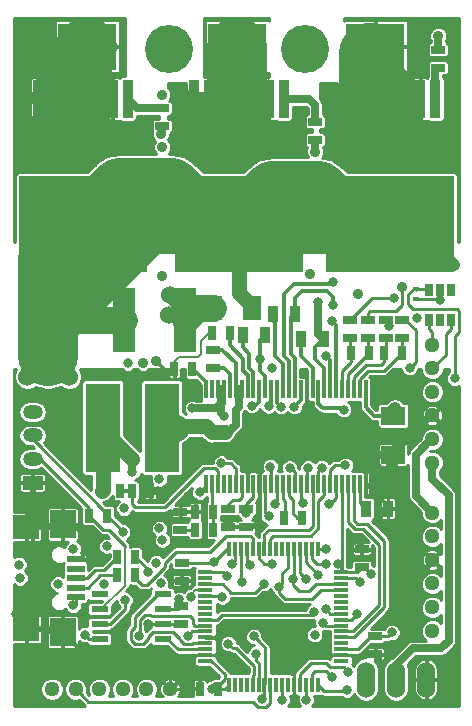
<source format=gtl>
%FSLAX46Y46*%
G04 Gerber Fmt 4.6, Leading zero omitted, Abs format (unit mm)*
G04 Created by KiCad (PCBNEW (2014-08-24 BZR 5093)-product) date Thu 04 Sep 2014 07:07:42 PM ART*
%MOMM*%
G01*
G04 APERTURE LIST*
%ADD10C,0.150000*%
%ADD11R,10.800080X8.150860*%
%ADD12R,0.899160X3.200400*%
%ADD13R,1.699260X1.198880*%
%ADD14O,1.699260X1.198880*%
%ADD15O,1.524000X3.048000*%
%ADD16C,4.064000*%
%ADD17R,1.524000X2.032000*%
%ADD18R,1.143000X0.635000*%
%ADD19R,0.635000X1.143000*%
%ADD20R,0.889000X1.397000*%
%ADD21R,1.849120X5.499100*%
%ADD22R,2.032000X1.524000*%
%ADD23R,2.997200X7.498080*%
%ADD24C,1.300480*%
%ADD25R,5.000000X4.000000*%
%ADD26R,0.300000X1.300480*%
%ADD27R,1.300480X0.300000*%
%ADD28R,0.299720X1.501140*%
%ADD29R,7.000240X3.599180*%
%ADD30R,1.500000X0.500000*%
%ADD31R,2.200000X2.400000*%
%ADD32R,2.200000X2.000000*%
%ADD33R,0.701040X1.000760*%
%ADD34R,1.399540X0.599440*%
%ADD35R,0.599440X0.398780*%
%ADD36C,0.800000*%
%ADD37C,1.524000*%
%ADD38C,0.889000*%
%ADD39C,1.270000*%
%ADD40C,0.635000*%
%ADD41C,2.286000*%
%ADD42C,0.304800*%
%ADD43C,0.254000*%
%ADD44C,0.508000*%
%ADD45C,0.203200*%
%ADD46C,1.016000*%
%ADD47C,5.080000*%
%ADD48C,0.406400*%
G04 APERTURE END LIST*
D10*
D11*
X84709000Y-97848420D03*
D12*
X88519000Y-87246460D03*
X87249000Y-87246460D03*
X85979000Y-87246460D03*
X83439000Y-87246460D03*
X82169000Y-87246460D03*
X80899000Y-87246460D03*
D13*
X80450000Y-119728280D03*
D14*
X80450000Y-115725240D03*
X80450000Y-117726760D03*
X80450000Y-113726260D03*
D15*
X108712000Y-136398000D03*
X111252000Y-136398000D03*
X113792000Y-136398000D03*
D16*
X92000000Y-83000000D03*
X103500000Y-83000000D03*
D17*
X95758000Y-104902000D03*
X99060000Y-104902000D03*
D18*
X108331000Y-125349000D03*
X108331000Y-126873000D03*
X109474000Y-134239000D03*
X109474000Y-132715000D03*
X98552000Y-123444000D03*
X98552000Y-121920000D03*
X93091000Y-128016000D03*
X93091000Y-126492000D03*
D19*
X94234000Y-122174000D03*
X95758000Y-122174000D03*
D18*
X92964000Y-122174000D03*
X92964000Y-123698000D03*
D19*
X101727000Y-122682000D03*
X103251000Y-122682000D03*
D20*
X110553500Y-121920000D03*
X108648500Y-121920000D03*
D19*
X92456000Y-110109000D03*
X93980000Y-110109000D03*
D18*
X95758000Y-108458000D03*
X95758000Y-109982000D03*
D20*
X100139500Y-107188000D03*
X98234500Y-107188000D03*
X102679500Y-105410000D03*
X100774500Y-105410000D03*
X105092500Y-107569000D03*
X103187500Y-107569000D03*
D19*
X107442000Y-108712000D03*
X108966000Y-108712000D03*
X94615000Y-137160000D03*
X96139000Y-137160000D03*
X110236000Y-108712000D03*
X111760000Y-108712000D03*
D21*
X93380560Y-105918000D03*
X88229440Y-105918000D03*
D22*
X110998000Y-117348000D03*
X110998000Y-114046000D03*
D23*
X91399360Y-115062000D03*
X86400640Y-115062000D03*
D24*
X86099240Y-137200000D03*
X88100760Y-137200000D03*
X90099740Y-137200000D03*
X92101260Y-137200000D03*
X84100260Y-137200000D03*
X82098740Y-137200000D03*
X114300000Y-126253240D03*
X114300000Y-128254760D03*
X114300000Y-130253740D03*
X114300000Y-132255260D03*
X114300000Y-124254260D03*
X114300000Y-122252740D03*
X114300000Y-112029240D03*
X114300000Y-114030760D03*
X114300000Y-116029740D03*
X114300000Y-118031260D03*
X114300000Y-110030260D03*
X114300000Y-108028740D03*
D25*
X85090000Y-82804000D03*
X97790000Y-82804000D03*
X109474000Y-82804000D03*
D11*
X110744000Y-97848420D03*
D12*
X114554000Y-87246460D03*
X113284000Y-87246460D03*
X112014000Y-87246460D03*
X109474000Y-87246460D03*
X108204000Y-87246460D03*
X106934000Y-87246460D03*
D11*
X97917000Y-97848420D03*
D12*
X101727000Y-87246460D03*
X100457000Y-87246460D03*
X99187000Y-87246460D03*
X96647000Y-87246460D03*
X95377000Y-87246460D03*
X94107000Y-87246460D03*
D19*
X86360000Y-120396000D03*
X87884000Y-120396000D03*
X88900000Y-120396000D03*
X90424000Y-120396000D03*
X94234000Y-123698000D03*
X95758000Y-123698000D03*
D18*
X97028000Y-121920000D03*
X97028000Y-123444000D03*
D19*
X95631000Y-107061000D03*
X97155000Y-107061000D03*
D18*
X114808000Y-84582000D03*
X114808000Y-83058000D03*
X104394000Y-89154000D03*
X104394000Y-90678000D03*
X91440000Y-88011000D03*
X91440000Y-89535000D03*
X107315000Y-105918000D03*
X107315000Y-107442000D03*
X108839000Y-105918000D03*
X108839000Y-107442000D03*
X110363000Y-105918000D03*
X110363000Y-107442000D03*
X111760000Y-105918000D03*
X111760000Y-107442000D03*
D26*
X98587560Y-136814560D03*
X99087940Y-136814560D03*
X99588320Y-136814560D03*
X100088700Y-136814560D03*
X100589080Y-136814560D03*
X97088960Y-136814560D03*
X97586800Y-136814560D03*
X98087180Y-136814560D03*
D27*
X106588560Y-134813040D03*
X106588560Y-134315200D03*
X106588560Y-133814820D03*
X106588560Y-133314440D03*
X106588560Y-132814060D03*
X106588560Y-132313680D03*
X106588560Y-131813300D03*
X106588560Y-131312920D03*
D26*
X104587040Y-125313440D03*
X104089200Y-125313440D03*
X103588820Y-125313440D03*
X103088440Y-125313440D03*
X102588060Y-125313440D03*
X102087680Y-125313440D03*
X101587300Y-125313440D03*
X101086920Y-125313440D03*
D27*
X95087440Y-127314960D03*
X95087440Y-127812800D03*
X95087440Y-128313180D03*
X95087440Y-128813560D03*
X95087440Y-129313940D03*
X95087440Y-129814320D03*
X95087440Y-130314700D03*
X95087440Y-130815080D03*
D26*
X101086920Y-136814560D03*
X101587300Y-136814560D03*
X102087680Y-136814560D03*
D27*
X106588560Y-130815080D03*
X106588560Y-130314700D03*
X106588560Y-129814320D03*
D26*
X100589080Y-125313440D03*
X100088700Y-125313440D03*
X99588320Y-125313440D03*
D27*
X95087440Y-131312920D03*
X95087440Y-131813300D03*
X95087440Y-132313680D03*
D26*
X102588060Y-136814560D03*
X103088440Y-136814560D03*
X103588820Y-136814560D03*
X104089200Y-136814560D03*
X104587040Y-136814560D03*
D27*
X106588560Y-129313940D03*
X106588560Y-128813560D03*
X106588560Y-128313180D03*
X106588560Y-127812800D03*
X106588560Y-127314960D03*
D26*
X99087940Y-125313440D03*
X98587560Y-125313440D03*
X98087180Y-125313440D03*
X97586800Y-125313440D03*
X97088960Y-125313440D03*
D27*
X95087440Y-132814060D03*
X95087440Y-133314440D03*
X95087440Y-133814820D03*
X95087440Y-134315200D03*
X95087440Y-134813040D03*
D28*
X104157780Y-111823500D03*
X103657400Y-111823500D03*
X103157020Y-111823500D03*
X102656640Y-111823500D03*
X102156260Y-111823500D03*
X101658420Y-111823500D03*
X101158040Y-111823500D03*
X100657660Y-111823500D03*
X100157280Y-111823500D03*
X99656900Y-111823500D03*
X99156520Y-111823500D03*
X108656120Y-111823500D03*
X108158280Y-111823500D03*
X107657900Y-111823500D03*
X103157020Y-119824500D03*
X106657140Y-111823500D03*
X106156760Y-111823500D03*
X105656380Y-111823500D03*
X105158540Y-111823500D03*
X104658160Y-111823500D03*
X100657660Y-119824500D03*
X101158040Y-119824500D03*
X101658420Y-119824500D03*
X102156260Y-119824500D03*
X102656640Y-119824500D03*
X107157520Y-111823500D03*
X103657400Y-119824500D03*
X104157780Y-119824500D03*
X104658160Y-119824500D03*
X105158540Y-119824500D03*
X105656380Y-119824500D03*
X106156760Y-119824500D03*
X106657140Y-119824500D03*
X95158560Y-119824500D03*
X95656400Y-119824500D03*
X96156780Y-119824500D03*
X96657160Y-119824500D03*
X97157540Y-119824500D03*
X97657920Y-119824500D03*
X98158300Y-119824500D03*
X98656140Y-119824500D03*
X99156520Y-119824500D03*
X99656900Y-119824500D03*
X100157280Y-119824500D03*
X107157520Y-119824500D03*
X107657900Y-119824500D03*
X108158280Y-119824500D03*
X108656120Y-119824500D03*
X98656140Y-111823500D03*
X98158300Y-111823500D03*
X97657920Y-111823500D03*
X97157540Y-111823500D03*
X96657160Y-111823500D03*
X96156780Y-111823500D03*
X95656400Y-111823500D03*
X95158560Y-111823500D03*
D29*
X101854000Y-115824000D03*
D30*
X84100000Y-129400000D03*
X84100000Y-128600000D03*
X84100000Y-127800000D03*
X84100000Y-127000000D03*
X84100000Y-126200000D03*
D31*
X83000000Y-123250000D03*
X83000000Y-132350000D03*
D32*
X79925000Y-123450000D03*
X79925000Y-132150000D03*
D18*
X93000000Y-130188000D03*
X93000000Y-131712000D03*
D19*
X89162000Y-127550000D03*
X87638000Y-127550000D03*
X89162000Y-126000000D03*
X87638000Y-126000000D03*
X86762000Y-122500000D03*
X85238000Y-122500000D03*
D33*
X115887500Y-105918000D03*
X114935000Y-105918000D03*
X113982500Y-105918000D03*
X113982500Y-103378000D03*
X114935000Y-103378000D03*
X115887500Y-103378000D03*
D34*
X86133000Y-132955000D03*
X91467000Y-132955000D03*
X86133000Y-131685000D03*
X86133000Y-130415000D03*
X86133000Y-129145000D03*
X91467000Y-131685000D03*
X91467000Y-130415000D03*
X91467000Y-129145000D03*
D35*
X112903000Y-103309420D03*
X112903000Y-104208580D03*
D36*
X79400000Y-127800000D03*
X88900000Y-118800000D03*
X88900000Y-117729000D03*
X85979000Y-114935000D03*
D37*
X92000356Y-105549680D03*
X92070128Y-103845682D03*
D36*
X81800000Y-112800000D03*
X88138000Y-131699000D03*
X90255293Y-131671345D03*
X114935000Y-104273302D03*
X86300000Y-126200000D03*
X80600000Y-121900000D03*
D38*
X90908085Y-109436017D03*
D36*
X107750000Y-124550000D03*
X93321003Y-128553294D03*
X103251000Y-132842000D03*
X99314000Y-117475000D03*
X97028000Y-123063000D03*
X98552000Y-116840000D03*
X110871000Y-118364000D03*
X110871000Y-119380000D03*
X113411000Y-111125000D03*
X91823218Y-122684218D03*
X113150000Y-129100000D03*
X109950000Y-135050000D03*
X112550000Y-135200000D03*
X98450000Y-130100000D03*
X98512630Y-135586518D03*
X84928238Y-131104499D03*
X92833302Y-124850000D03*
X103800000Y-114950000D03*
X103886176Y-113159379D03*
X94430898Y-112400000D03*
X93408500Y-105410000D03*
X79050000Y-130800000D03*
X109782385Y-122455968D03*
X89800000Y-119600000D03*
X96450000Y-116950000D03*
X82650000Y-127000000D03*
X93650000Y-120850000D03*
X99881940Y-138024468D03*
X99187000Y-132731485D03*
X97028000Y-133350000D03*
X108204000Y-128143000D03*
X97350000Y-126600000D03*
X100965000Y-121539000D03*
X105537000Y-121539000D03*
X90805000Y-114935000D03*
X91948000Y-114935000D03*
X99374925Y-134191906D03*
X100457000Y-122555000D03*
X94615000Y-120523000D03*
X83900000Y-130100000D03*
X96901000Y-127635000D03*
X98171000Y-128143000D03*
X107200501Y-135762249D03*
X109100000Y-127450000D03*
X110900000Y-132400000D03*
X116200000Y-110900000D03*
X95850000Y-126400000D03*
X98552000Y-122301000D03*
X95631000Y-137160000D03*
X106350000Y-126600000D03*
X92850000Y-129600000D03*
X91200000Y-119400000D03*
X104350000Y-132600000D03*
X79300000Y-126650000D03*
X88200000Y-121900000D03*
X116100000Y-101300000D03*
X96647000Y-114046000D03*
D37*
X80010000Y-110744000D03*
X81788000Y-110744000D03*
X83566000Y-110744000D03*
X83566000Y-108966000D03*
X81788000Y-108966000D03*
X80010000Y-108966000D03*
X80010000Y-107188000D03*
X81788000Y-107188000D03*
X80010000Y-105410000D03*
X81788000Y-105410000D03*
X83566000Y-105410000D03*
X83566000Y-107188000D03*
D36*
X83900000Y-125300000D03*
X93980000Y-113411000D03*
X111125000Y-113411000D03*
X82600000Y-128300000D03*
X101600000Y-138085820D03*
X104304820Y-130645617D03*
X86741000Y-125095000D03*
X99695000Y-109220000D03*
D37*
X112522000Y-90424000D03*
X110744000Y-90424000D03*
X108966000Y-90424000D03*
X106934000Y-90424000D03*
X108966000Y-88646000D03*
X108966000Y-86868000D03*
X106934000Y-88646000D03*
X106934000Y-86868000D03*
X112522000Y-88646000D03*
X112522000Y-86868000D03*
X110744000Y-88646000D03*
X110744000Y-86868000D03*
D36*
X91200000Y-123600000D03*
D37*
X93980000Y-88900000D03*
X95758000Y-87122000D03*
D36*
X105918000Y-104648000D03*
D37*
X93980000Y-87122000D03*
X99822000Y-87122000D03*
X97790000Y-87122000D03*
X95758000Y-88900000D03*
X97790000Y-88900000D03*
X99822000Y-88900000D03*
X99822000Y-90678000D03*
X97790000Y-90678000D03*
X95758000Y-90678000D03*
X93980000Y-90678000D03*
D38*
X91440000Y-86868000D03*
D36*
X104648000Y-104394000D03*
D37*
X86360000Y-87122000D03*
X84582000Y-87122000D03*
X82804000Y-87122000D03*
X81026000Y-87122000D03*
X81026000Y-89154000D03*
X82804000Y-89154000D03*
X84582000Y-89154000D03*
X86360000Y-89154000D03*
X86360000Y-90932000D03*
X84582000Y-90932000D03*
X82804000Y-90932000D03*
X81026000Y-90932000D03*
D36*
X86500000Y-128267478D03*
X105283000Y-130429000D03*
X101346000Y-128524000D03*
D38*
X108003411Y-103725057D03*
D36*
X101473000Y-113284000D03*
X105791000Y-106045000D03*
D38*
X91440000Y-91313000D03*
D36*
X107061000Y-137287000D03*
X91300000Y-128250000D03*
X105792150Y-136142850D03*
X90932000Y-126492000D03*
X99012291Y-113211397D03*
D38*
X114808000Y-81915000D03*
D36*
X113030000Y-105791000D03*
X113030000Y-105791000D03*
X100441730Y-113235361D03*
X103632000Y-138085820D03*
X91440000Y-124587000D03*
X105918000Y-102743000D03*
D38*
X104394000Y-91694000D03*
X103917829Y-102086099D03*
D36*
X102616000Y-113284000D03*
X106807000Y-113538000D03*
D38*
X91313000Y-90170000D03*
X91452628Y-102191916D03*
D36*
X105283000Y-108966000D03*
X111055180Y-104070180D03*
X88519000Y-109601000D03*
D38*
X111760000Y-103124000D03*
X89792039Y-109562880D03*
D36*
X110617000Y-106426000D03*
X112395000Y-109982000D03*
X100711000Y-109982000D03*
X100584000Y-118364000D03*
X105283000Y-125349000D03*
X105283000Y-126619000D03*
X106934000Y-118237000D03*
X104648000Y-127508000D03*
X104929931Y-118437878D03*
X103632000Y-127889000D03*
X103759000Y-118466239D03*
X100076000Y-128270000D03*
X102229461Y-118465184D03*
X96520000Y-129413000D03*
X96450000Y-118050000D03*
X100700000Y-126600000D03*
X103378000Y-121412000D03*
X98850000Y-126650000D03*
X90200000Y-127300000D03*
X93859398Y-129369533D03*
X93605312Y-132700000D03*
X89453446Y-132677426D03*
X102489000Y-127889000D03*
X88292526Y-129652290D03*
X88100000Y-123900000D03*
X107950000Y-130810000D03*
X105029000Y-131572000D03*
X84900000Y-132600000D03*
D39*
X86400640Y-120355360D02*
X86360000Y-120396000D01*
X86400640Y-115062000D02*
X86400640Y-120355360D01*
X86400640Y-115062000D02*
X86400640Y-116400640D01*
X86400640Y-115062000D02*
X86400640Y-115229640D01*
X86400640Y-115229640D02*
X88900000Y-117729000D01*
D40*
X88900000Y-118800000D02*
X88900000Y-117729000D01*
X114300000Y-119380000D02*
X115697000Y-120777000D01*
X115697000Y-120777000D02*
X115697000Y-133096000D01*
X114300000Y-118031260D02*
X114300000Y-119380000D01*
X86106000Y-115062000D02*
X86400640Y-115062000D01*
X85979000Y-114935000D02*
X86106000Y-115062000D01*
X115062000Y-133731000D02*
X112649000Y-133731000D01*
X115697000Y-133096000D02*
X115062000Y-133731000D01*
X112649000Y-133731000D02*
X111252000Y-135128000D01*
X111252000Y-135128000D02*
X111252000Y-136398000D01*
D39*
X92832127Y-104607681D02*
X92070128Y-103845682D01*
X93380560Y-105918000D02*
X93380560Y-105156114D01*
X93380560Y-105156114D02*
X92832127Y-104607681D01*
X93380560Y-105918000D02*
X93380560Y-105852254D01*
X93380560Y-105852254D02*
X93077986Y-105549680D01*
X93077986Y-105549680D02*
X92000356Y-105549680D01*
D41*
X95758000Y-104902000D02*
X94396560Y-104902000D01*
X94396560Y-104902000D02*
X93380560Y-105918000D01*
D42*
X84100000Y-126200000D02*
X84493000Y-126200000D01*
X84493000Y-126200000D02*
X85090000Y-125603000D01*
X85090000Y-124460000D02*
X83880000Y-123250000D01*
X85090000Y-125603000D02*
X85090000Y-124460000D01*
X83880000Y-123250000D02*
X83000000Y-123250000D01*
X88138000Y-131699000D02*
X88138000Y-133223000D01*
X84762000Y-134112000D02*
X83000000Y-132350000D01*
X87249000Y-134112000D02*
X84762000Y-134112000D01*
X88138000Y-133223000D02*
X87249000Y-134112000D01*
D43*
X90268948Y-131685000D02*
X90255293Y-131671345D01*
X91467000Y-131685000D02*
X90268948Y-131685000D01*
D42*
X79925000Y-132150000D02*
X79925000Y-130514000D01*
X80518000Y-129921000D02*
X80518000Y-124043000D01*
X79925000Y-130514000D02*
X80518000Y-129921000D01*
X80518000Y-124043000D02*
X79925000Y-123450000D01*
D43*
X114935000Y-103378000D02*
X114935000Y-104273302D01*
X112903000Y-104208580D02*
X114858800Y-104208580D01*
X114858800Y-104208580D02*
X114935000Y-104132380D01*
X114935000Y-104132380D02*
X114935000Y-103378000D01*
X84100000Y-126200000D02*
X86300000Y-126200000D01*
D44*
X79925000Y-132150000D02*
X82800000Y-132150000D01*
X82800000Y-132150000D02*
X83000000Y-132350000D01*
X79925000Y-123450000D02*
X82800000Y-123450000D01*
X82800000Y-123450000D02*
X83000000Y-123250000D01*
X80450000Y-119728280D02*
X80450000Y-121750000D01*
X80450000Y-121750000D02*
X80600000Y-121900000D01*
D39*
X79925000Y-123450000D02*
X80600000Y-122775000D01*
X80600000Y-122775000D02*
X80600000Y-121900000D01*
D43*
X91581068Y-110109000D02*
X90908085Y-109436017D01*
X92456000Y-110109000D02*
X91581068Y-110109000D01*
X93091000Y-128016000D02*
X93091000Y-128323291D01*
X93091000Y-128323291D02*
X93321003Y-128553294D01*
X108331000Y-125349000D02*
X108331000Y-125131000D01*
X108331000Y-125131000D02*
X107750000Y-124550000D01*
X91613300Y-131763300D02*
X91500000Y-131650000D01*
X114300000Y-126253240D02*
X114300000Y-126492000D01*
X114300000Y-126492000D02*
X113030000Y-127762000D01*
X113030000Y-129100000D02*
X113030000Y-132207000D01*
X113030000Y-127762000D02*
X113030000Y-129100000D01*
D45*
X95631000Y-107061000D02*
X95377000Y-107061000D01*
X95377000Y-107061000D02*
X94742000Y-107696000D01*
X92456000Y-109474000D02*
X92456000Y-110109000D01*
X92837000Y-109093000D02*
X92456000Y-109474000D01*
X94488000Y-109093000D02*
X92837000Y-109093000D01*
X94742000Y-108839000D02*
X94488000Y-109093000D01*
X94742000Y-107696000D02*
X94742000Y-108839000D01*
D43*
X109474000Y-134239000D02*
X110998000Y-134239000D01*
X110998000Y-134239000D02*
X112318500Y-132918500D01*
X112318500Y-132918500D02*
X113030000Y-132207000D01*
D40*
X114300000Y-114030760D02*
X114188240Y-114030760D01*
X110998000Y-117221000D02*
X110998000Y-117348000D01*
X114188240Y-114030760D02*
X110998000Y-117221000D01*
D43*
X95087440Y-134315200D02*
X93268800Y-134315200D01*
X92123260Y-135460740D02*
X92101260Y-137200000D01*
X93268800Y-134315200D02*
X92123260Y-135460740D01*
X92101260Y-137200000D02*
X92180000Y-137200000D01*
X92180000Y-137200000D02*
X92710000Y-137160000D01*
X92710000Y-137160000D02*
X94615000Y-137160000D01*
X106588560Y-134315200D02*
X109397800Y-134315200D01*
X109397800Y-134315200D02*
X109474000Y-134239000D01*
X96139000Y-132969000D02*
X96139000Y-132715000D01*
X102362000Y-131953000D02*
X103251000Y-132842000D01*
X96901000Y-131953000D02*
X102362000Y-131953000D01*
X96139000Y-132715000D02*
X96901000Y-131953000D01*
X95087440Y-132814060D02*
X95984060Y-132814060D01*
X96062800Y-134315200D02*
X95087440Y-134315200D01*
X96139000Y-134239000D02*
X96062800Y-134315200D01*
X96139000Y-132969000D02*
X96139000Y-134239000D01*
X95984060Y-132814060D02*
X96139000Y-132969000D01*
X104267000Y-134315200D02*
X103251000Y-133299200D01*
X103251000Y-133299200D02*
X103251000Y-132842000D01*
X106588560Y-134315200D02*
X104267000Y-134315200D01*
X104267000Y-134315200D02*
X103809800Y-134315200D01*
X102588060Y-135536940D02*
X102588060Y-136814560D01*
X103809800Y-134315200D02*
X102588060Y-135536940D01*
X101854000Y-115824000D02*
X101473000Y-115824000D01*
X101473000Y-115824000D02*
X98933000Y-118364000D01*
X101854000Y-115824000D02*
X100965000Y-115824000D01*
X100965000Y-115824000D02*
X99314000Y-117475000D01*
X97028000Y-123063000D02*
X97028000Y-123444000D01*
D40*
X90424000Y-120396000D02*
X90424000Y-119888000D01*
X101854000Y-115824000D02*
X98298000Y-115824000D01*
X95885000Y-116586000D02*
X92075000Y-120396000D01*
X98298000Y-115824000D02*
X97536000Y-116586000D01*
X92075000Y-120396000D02*
X90424000Y-120396000D01*
D43*
X97028000Y-123444000D02*
X98552000Y-123444000D01*
X92964000Y-122174000D02*
X94234000Y-122174000D01*
X98552000Y-116840000D02*
X101854000Y-115824000D01*
X98552000Y-123444000D02*
X98933000Y-123444000D01*
X99656900Y-122720100D02*
X99656900Y-119824500D01*
X98933000Y-123444000D02*
X99656900Y-122720100D01*
X110553500Y-121721880D02*
X108656120Y-119824500D01*
X98656140Y-119824500D02*
X98656140Y-118640860D01*
X98656140Y-118640860D02*
X98933000Y-118364000D01*
X99656900Y-118706900D02*
X99656900Y-119824500D01*
X98933000Y-118364000D02*
X99314000Y-118364000D01*
X99314000Y-118364000D02*
X99656900Y-118706900D01*
D40*
X101854000Y-115824000D02*
X108204000Y-115824000D01*
X109728000Y-117348000D02*
X110998000Y-117348000D01*
X108204000Y-115824000D02*
X109728000Y-117348000D01*
X99568000Y-115824000D02*
X101854000Y-115824000D01*
X98552000Y-116840000D02*
X99568000Y-115824000D01*
D42*
X108656120Y-119824500D02*
X108656120Y-118165880D01*
X109474000Y-117348000D02*
X110998000Y-117348000D01*
X108656120Y-118165880D02*
X109474000Y-117348000D01*
D43*
X110553500Y-121920000D02*
X110553500Y-121721880D01*
D46*
X110871000Y-117475000D02*
X110998000Y-117348000D01*
X110871000Y-117475000D02*
X110871000Y-118364000D01*
X110871000Y-119380000D02*
X110871000Y-118364000D01*
D43*
X92973000Y-131685000D02*
X93000000Y-131712000D01*
X91467000Y-131685000D02*
X92973000Y-131685000D01*
X92138500Y-122174000D02*
X91823218Y-122489282D01*
X91823218Y-122489282D02*
X91823218Y-122684218D01*
X92964000Y-122174000D02*
X92138500Y-122174000D01*
X113150000Y-129100000D02*
X113030000Y-129100000D01*
X113030000Y-129100000D02*
X113150000Y-129100000D01*
X113150000Y-129100000D02*
X113030000Y-129100000D01*
X109950000Y-134715000D02*
X109950000Y-135050000D01*
X109474000Y-134239000D02*
X109950000Y-134715000D01*
D42*
X103657400Y-112930603D02*
X103886176Y-113159379D01*
X103657400Y-111823500D02*
X103657400Y-112930603D01*
D44*
X79925000Y-131675000D02*
X79050000Y-130800000D01*
X79925000Y-132150000D02*
X79925000Y-131675000D01*
X110318353Y-121920000D02*
X109782385Y-122455968D01*
X110553500Y-121920000D02*
X110318353Y-121920000D01*
X90424000Y-120224000D02*
X89800000Y-119600000D01*
X90424000Y-120396000D02*
X90424000Y-120224000D01*
X96328405Y-116828405D02*
X96450000Y-116950000D01*
X96328405Y-116586000D02*
X96328405Y-116828405D01*
D40*
X97536000Y-116586000D02*
X96328405Y-116586000D01*
X96328405Y-116586000D02*
X95885000Y-116586000D01*
D43*
X100088700Y-137817708D02*
X100088700Y-136814560D01*
X99881940Y-138024468D02*
X100088700Y-137817708D01*
X100168421Y-133712906D02*
X99586999Y-133131484D01*
X100088700Y-136814560D02*
X100134279Y-136768981D01*
X100168421Y-135886337D02*
X100168421Y-133712906D01*
X99586999Y-133131484D02*
X99187000Y-132731485D01*
X100134279Y-135920479D02*
X100168421Y-135886337D01*
X100134279Y-136768981D02*
X100134279Y-135920479D01*
X97719217Y-133749999D02*
X97427999Y-133749999D01*
X99202089Y-135940165D02*
X99202089Y-135741618D01*
X99217431Y-135726276D02*
X99217431Y-135248213D01*
X99217431Y-135248213D02*
X97719217Y-133749999D01*
X99087940Y-136814560D02*
X99087940Y-136054314D01*
X99202089Y-135741618D02*
X99217431Y-135726276D01*
X99087940Y-136054314D02*
X99202089Y-135940165D01*
X97427999Y-133749999D02*
X97028000Y-133350000D01*
X106588560Y-127812800D02*
X107873800Y-127812800D01*
X107873800Y-127812800D02*
X108204000Y-128143000D01*
X97586800Y-125313440D02*
X97586800Y-126314200D01*
X97586800Y-126314200D02*
X97350000Y-126600000D01*
X101158040Y-121345960D02*
X100965000Y-121539000D01*
X101158040Y-119824500D02*
X101158040Y-121345960D01*
X95758000Y-122174000D02*
X95758000Y-123698000D01*
X95656400Y-119824500D02*
X95656400Y-122072400D01*
X95656400Y-122072400D02*
X95758000Y-122174000D01*
X106156760Y-119824500D02*
X106156760Y-121046240D01*
X106156760Y-121046240D02*
X105664000Y-121539000D01*
X105664000Y-121539000D02*
X105537000Y-121539000D01*
X92964000Y-123698000D02*
X94234000Y-123698000D01*
X101658420Y-119824500D02*
X101658420Y-121089420D01*
X101854000Y-122555000D02*
X101727000Y-122682000D01*
X101854000Y-121285000D02*
X101854000Y-122555000D01*
X101658420Y-121089420D02*
X101854000Y-121285000D01*
X102156260Y-119824500D02*
X102156260Y-120825260D01*
X102870000Y-122682000D02*
X103251000Y-122682000D01*
X102489000Y-122301000D02*
X102870000Y-122682000D01*
X102489000Y-121158000D02*
X102489000Y-122301000D01*
X102156260Y-120825260D02*
X102489000Y-121158000D01*
X108158280Y-119824500D02*
X108158280Y-121429780D01*
X108158280Y-121429780D02*
X108648500Y-121920000D01*
D42*
X94044770Y-110109000D02*
X93980000Y-110109000D01*
X95158560Y-111823500D02*
X95158560Y-111222790D01*
X95158560Y-111222790D02*
X94044770Y-110109000D01*
D40*
X96139000Y-115443000D02*
X96708851Y-115443000D01*
X96708851Y-115443000D02*
X97028000Y-115443000D01*
D39*
X95135000Y-114935000D02*
X95643000Y-115443000D01*
X95643000Y-115443000D02*
X96708851Y-115443000D01*
X91948000Y-114935000D02*
X95135000Y-114935000D01*
D41*
X91399360Y-115062000D02*
X92562000Y-115062000D01*
D40*
X91399360Y-115062000D02*
X95758000Y-115062000D01*
X97028000Y-115443000D02*
X97663000Y-114808000D01*
X95758000Y-115062000D02*
X96139000Y-115443000D01*
X91399360Y-115021360D02*
X91399360Y-115062000D01*
D42*
X97657920Y-111823500D02*
X97657920Y-109595920D01*
X96520000Y-108458000D02*
X95758000Y-108458000D01*
X97657920Y-109595920D02*
X96520000Y-108458000D01*
D40*
X97917000Y-111823500D02*
X97917000Y-113284000D01*
D42*
X97657920Y-111823500D02*
X97917000Y-111823500D01*
X97917000Y-111823500D02*
X98158300Y-111823500D01*
D40*
X97663000Y-114808000D02*
X97663000Y-113538000D01*
X97663000Y-113538000D02*
X97917000Y-113284000D01*
D46*
X90932000Y-115062000D02*
X91399360Y-115062000D01*
X90805000Y-114935000D02*
X90932000Y-115062000D01*
X91821000Y-115062000D02*
X91399360Y-115062000D01*
X91948000Y-114935000D02*
X91821000Y-115062000D01*
D42*
X97157540Y-111823500D02*
X97157540Y-110492540D01*
X96647000Y-109982000D02*
X95758000Y-109982000D01*
X97157540Y-110492540D02*
X96647000Y-109982000D01*
X98234500Y-108267500D02*
X98806000Y-108839000D01*
X98806000Y-109982000D02*
X99156520Y-110332520D01*
X98806000Y-108839000D02*
X98806000Y-109982000D01*
X99156520Y-111823500D02*
X99156520Y-110332520D01*
X98234500Y-108267500D02*
X98234500Y-107188000D01*
X100774500Y-105410000D02*
X100774500Y-105981500D01*
X101658420Y-109659420D02*
X101658420Y-111823500D01*
X100965000Y-108966000D02*
X101658420Y-109659420D01*
X100965000Y-106172000D02*
X100965000Y-108966000D01*
X100774500Y-105981500D02*
X100965000Y-106172000D01*
X103187500Y-107569000D02*
X103187500Y-109029500D01*
X104157780Y-109999780D02*
X104157780Y-111823500D01*
X103187500Y-109029500D02*
X104157780Y-109999780D01*
D43*
X107315000Y-107442000D02*
X107315000Y-108585000D01*
X107315000Y-108585000D02*
X107442000Y-108712000D01*
X106657140Y-111823500D02*
X106657140Y-110258860D01*
X106657140Y-110258860D02*
X107442000Y-109474000D01*
X107442000Y-109474000D02*
X107442000Y-108712000D01*
X108839000Y-107442000D02*
X108839000Y-108585000D01*
X108839000Y-108585000D02*
X108966000Y-108712000D01*
X107157520Y-111823500D02*
X107157520Y-110520480D01*
X107157520Y-110520480D02*
X108966000Y-108712000D01*
X110363000Y-107442000D02*
X110363000Y-108585000D01*
X110363000Y-108585000D02*
X110236000Y-108712000D01*
X107657900Y-111823500D02*
X107657900Y-110782100D01*
X107657900Y-110782100D02*
X108712000Y-109728000D01*
X108712000Y-109728000D02*
X109982000Y-109728000D01*
X109982000Y-109728000D02*
X110236000Y-109474000D01*
X110236000Y-109474000D02*
X110236000Y-108712000D01*
X111760000Y-108712000D02*
X111760000Y-107442000D01*
X108839000Y-110236000D02*
X110236000Y-110236000D01*
X110236000Y-110236000D02*
X111760000Y-108712000D01*
X108158280Y-110916720D02*
X108839000Y-110236000D01*
X108158280Y-111823500D02*
X108158280Y-110916720D01*
X111887000Y-108585000D02*
X111760000Y-108712000D01*
X99649241Y-135905137D02*
X99649241Y-135031907D01*
X99588320Y-136814560D02*
X99633899Y-136768981D01*
X99633899Y-136768981D02*
X99633899Y-135920479D01*
X99633899Y-135920479D02*
X99649241Y-135905137D01*
X99649241Y-135031907D02*
X99374925Y-134757591D01*
X99374925Y-134757591D02*
X99374925Y-134191906D01*
D40*
X114554000Y-87246460D02*
X114554000Y-84836000D01*
X114554000Y-84836000D02*
X114808000Y-84582000D01*
X104394000Y-89154000D02*
X104394000Y-87757000D01*
X103883460Y-87246460D02*
X101727000Y-87246460D01*
X104394000Y-87757000D02*
X103883460Y-87246460D01*
X91440000Y-88011000D02*
X89283540Y-88011000D01*
X89283540Y-88011000D02*
X88519000Y-87246460D01*
D43*
X100157280Y-119824500D02*
X100157280Y-122255280D01*
X100157280Y-122255280D02*
X100457000Y-122555000D01*
X88900000Y-121539000D02*
X88900000Y-120396000D01*
X89154000Y-121793000D02*
X88900000Y-121539000D01*
X91694000Y-121793000D02*
X89154000Y-121793000D01*
X94996000Y-118491000D02*
X91694000Y-121793000D01*
X95885000Y-118491000D02*
X94996000Y-118491000D01*
X96156780Y-119824500D02*
X96156780Y-118762780D01*
X96156780Y-118762780D02*
X95885000Y-118491000D01*
D42*
X87884000Y-120396000D02*
X88900000Y-120396000D01*
D43*
X98158300Y-119824500D02*
X98158300Y-120916700D01*
X97028000Y-121539000D02*
X97028000Y-121920000D01*
X97409000Y-121158000D02*
X97028000Y-121539000D01*
X97917000Y-121158000D02*
X97409000Y-121158000D01*
X98158300Y-120916700D02*
X97917000Y-121158000D01*
X95158560Y-119824500D02*
X95158560Y-119979440D01*
X95158560Y-119979440D02*
X94615000Y-120523000D01*
D42*
X97155000Y-108077000D02*
X98298000Y-109220000D01*
X98298000Y-110236000D02*
X98656140Y-110594140D01*
X98298000Y-109220000D02*
X98298000Y-110236000D01*
X98656140Y-111823500D02*
X98656140Y-110594140D01*
X97155000Y-108077000D02*
X97155000Y-107061000D01*
D43*
X84100000Y-129400000D02*
X84100000Y-129900000D01*
X84100000Y-129900000D02*
X83900000Y-130100000D01*
X96580960Y-127314960D02*
X95087440Y-127314960D01*
X96901000Y-127635000D02*
X96580960Y-127314960D01*
X98087180Y-128059180D02*
X98087180Y-125313440D01*
X98171000Y-128143000D02*
X98087180Y-128059180D01*
X112268000Y-103759000D02*
X112717580Y-103309420D01*
X112717580Y-103309420D02*
X112903000Y-103309420D01*
X116586000Y-106934000D02*
X116200000Y-107320000D01*
X116200000Y-107320000D02*
X116200000Y-110900000D01*
X116586000Y-105216958D02*
X116586000Y-106934000D01*
X112675668Y-105029000D02*
X116398042Y-105029000D01*
X116398042Y-105029000D02*
X116586000Y-105216958D01*
X112268000Y-104621332D02*
X112675668Y-105029000D01*
X112268000Y-103759000D02*
X112268000Y-104621332D01*
X112903000Y-103309420D02*
X112903000Y-103378000D01*
X112903000Y-103309420D02*
X113913920Y-103309420D01*
X113913920Y-103309420D02*
X113982500Y-103378000D01*
X103088440Y-136814560D02*
X103088440Y-135910320D01*
X105283000Y-135001000D02*
X105644250Y-135362250D01*
X103088440Y-135910320D02*
X103997760Y-135001000D01*
X103997760Y-135001000D02*
X105283000Y-135001000D01*
X105644250Y-135362250D02*
X106800502Y-135362250D01*
X106800502Y-135362250D02*
X107200501Y-135762249D01*
X108331000Y-126873000D02*
X108523000Y-126873000D01*
X108523000Y-126873000D02*
X109100000Y-127450000D01*
X109474000Y-132715000D02*
X110585000Y-132715000D01*
X110585000Y-132715000D02*
X110900000Y-132400000D01*
X95850000Y-126400000D02*
X96936560Y-125313440D01*
X93218000Y-126365000D02*
X93091000Y-126492000D01*
X95631000Y-137160000D02*
X95885000Y-137414000D01*
X95885000Y-137414000D02*
X95758000Y-136779000D01*
X95758000Y-136779000D02*
X96139000Y-137160000D01*
X97088960Y-136814560D02*
X96743520Y-137160000D01*
X96743520Y-137160000D02*
X96139000Y-137160000D01*
X106588560Y-133814820D02*
X107993180Y-133814820D01*
X109093000Y-132715000D02*
X109474000Y-132715000D01*
X107993180Y-133814820D02*
X109093000Y-132715000D01*
D44*
X98552000Y-122301000D02*
X98552000Y-121920000D01*
D43*
X106588560Y-127314960D02*
X106588560Y-126583440D01*
X106588560Y-126583440D02*
X106350000Y-126600000D01*
X96936560Y-125313440D02*
X97088960Y-125313440D01*
X106588560Y-127314960D02*
X107889040Y-127314960D01*
X107889040Y-127314960D02*
X108331000Y-126873000D01*
X106657140Y-119824500D02*
X106657140Y-127246380D01*
X106657140Y-127246380D02*
X106588560Y-127314960D01*
X99156520Y-119824500D02*
X99156520Y-120934480D01*
X99156520Y-120934480D02*
X98552000Y-121539000D01*
X98552000Y-121539000D02*
X98552000Y-121920000D01*
D40*
X114300000Y-116029740D02*
X114221260Y-116029740D01*
X114221260Y-116029740D02*
X112903000Y-117348000D01*
X112903000Y-117348000D02*
X112903000Y-120855740D01*
X112903000Y-120855740D02*
X114300000Y-122252740D01*
D43*
X92773000Y-130415000D02*
X93000000Y-130188000D01*
X91467000Y-130415000D02*
X92773000Y-130415000D01*
X93000000Y-129750000D02*
X92850000Y-129600000D01*
X93000000Y-130188000D02*
X93000000Y-129750000D01*
X95758000Y-126492000D02*
X93091000Y-126492000D01*
X95850000Y-126400000D02*
X95758000Y-126492000D01*
X95587680Y-134813040D02*
X96710500Y-135935860D01*
X96710500Y-136334500D02*
X96139000Y-136906000D01*
X96139000Y-136906000D02*
X96139000Y-137160000D01*
X95087440Y-134813040D02*
X95587680Y-134813040D01*
X96710500Y-135935860D02*
X96710500Y-136334500D01*
D46*
X116100000Y-101300000D02*
X112648420Y-97848420D01*
X112648420Y-97848420D02*
X110744000Y-97848420D01*
X111310420Y-97848420D02*
X110744000Y-97848420D01*
D39*
X99060000Y-104902000D02*
X99060000Y-104775000D01*
X97917000Y-103632000D02*
X97917000Y-97848420D01*
X99060000Y-104775000D02*
X97917000Y-103632000D01*
D41*
X88229440Y-105918000D02*
X84074000Y-105918000D01*
X84074000Y-105918000D02*
X83566000Y-105410000D01*
D40*
X111056420Y-97848420D02*
X110744000Y-97848420D01*
D47*
X81788000Y-107188000D02*
X81788000Y-106172000D01*
X81788000Y-106172000D02*
X90111580Y-97848420D01*
X90111580Y-97848420D02*
X97917000Y-97848420D01*
X81788000Y-108966000D02*
X81788000Y-100769420D01*
X81788000Y-100769420D02*
X84709000Y-97848420D01*
D40*
X80010000Y-108966000D02*
X80010000Y-110744000D01*
X81788000Y-110744000D02*
X83566000Y-110744000D01*
X83566000Y-108966000D02*
X81788000Y-108966000D01*
X80010000Y-108966000D02*
X80010000Y-107188000D01*
X81788000Y-107188000D02*
X83566000Y-107188000D01*
X85852000Y-98044000D02*
X84709000Y-97848420D01*
X85852000Y-99060000D02*
X85852000Y-98044000D01*
X80010000Y-105410000D02*
X85852000Y-99060000D01*
X83566000Y-105410000D02*
X81788000Y-105410000D01*
D47*
X97917000Y-97848420D02*
X95308420Y-97848420D01*
X87815420Y-94742000D02*
X84709000Y-97848420D01*
X92202000Y-94742000D02*
X87815420Y-94742000D01*
X95308420Y-97848420D02*
X92202000Y-94742000D01*
X97917000Y-97848420D02*
X107500420Y-97848420D01*
X107500420Y-97848420D02*
X104648000Y-94996000D01*
X104648000Y-94996000D02*
X100769420Y-94996000D01*
X100769420Y-94996000D02*
X97917000Y-97848420D01*
X97917000Y-97848420D02*
X84709000Y-97848420D01*
D48*
X110921802Y-113665000D02*
X110998000Y-114046000D01*
X111048802Y-113538000D02*
X110921802Y-113665000D01*
D42*
X96657160Y-111823500D02*
X96456500Y-111823500D01*
X96456500Y-111823500D02*
X96393000Y-111887000D01*
X96156780Y-111823500D02*
X96329500Y-111823500D01*
X96329500Y-111823500D02*
X96393000Y-111887000D01*
X108656120Y-111823500D02*
X108656120Y-113355120D01*
X108656120Y-113355120D02*
X109347000Y-114046000D01*
X109347000Y-114046000D02*
X110998000Y-114046000D01*
D46*
X110921802Y-113614198D02*
X110998000Y-114046000D01*
X111125000Y-113411000D02*
X110921802Y-113614198D01*
D40*
X96393000Y-113792000D02*
X96647000Y-114046000D01*
X96393000Y-111887000D02*
X96393000Y-113792000D01*
X96012000Y-113411000D02*
X94545685Y-113411000D01*
X96456500Y-112966500D02*
X96012000Y-113411000D01*
X96456500Y-111823500D02*
X96456500Y-112966500D01*
X94545685Y-113411000D02*
X93980000Y-113411000D01*
D43*
X101587300Y-138073120D02*
X101600000Y-138085820D01*
X101587300Y-136814560D02*
X101587300Y-138073120D01*
X96475000Y-130925000D02*
X96087080Y-131312920D01*
X95087440Y-131312920D02*
X96087080Y-131312920D01*
X104025437Y-130925000D02*
X104304820Y-130645617D01*
X96475000Y-130925000D02*
X104025437Y-130925000D01*
D41*
X112014000Y-87246460D02*
X112014000Y-86360000D01*
X112014000Y-86360000D02*
X108966000Y-83312000D01*
X108966000Y-83312000D02*
X109474000Y-82804000D01*
D43*
X109474000Y-82804000D02*
X109474000Y-87246460D01*
D42*
X99695000Y-109220000D02*
X99695000Y-110236000D01*
X99695000Y-110236000D02*
X100157280Y-110698280D01*
X100157280Y-111823500D02*
X100157280Y-110698280D01*
X100139500Y-107188000D02*
X99695000Y-107632500D01*
X99695000Y-107632500D02*
X99695000Y-109220000D01*
D47*
X108966000Y-83312000D02*
X108966000Y-86868000D01*
D40*
X110490000Y-88900000D02*
X108966000Y-88646000D01*
X110744000Y-88646000D02*
X110490000Y-88900000D01*
X108712000Y-86614000D02*
X106934000Y-86868000D01*
X108966000Y-86868000D02*
X108712000Y-86614000D01*
D41*
X111884460Y-87376000D02*
X108717080Y-87376000D01*
D40*
X108204000Y-87246460D02*
X108587540Y-87246460D01*
X108587540Y-87246460D02*
X108717080Y-87376000D01*
X113284000Y-87376000D02*
X113284000Y-87246460D01*
X108717080Y-87376000D02*
X113284000Y-87376000D01*
X108204000Y-87246460D02*
X108204000Y-87376000D01*
X108204000Y-87376000D02*
X107950000Y-87630000D01*
X107312460Y-87500460D02*
X107950000Y-87630000D01*
X107950000Y-87630000D02*
X108204000Y-87246460D01*
X113284000Y-87246460D02*
X113030000Y-88138000D01*
X111506000Y-87376000D02*
X110744000Y-86868000D01*
D39*
X112522000Y-88646000D02*
X110744000Y-89916000D01*
X110744000Y-89916000D02*
X110744000Y-90424000D01*
X111252000Y-89916000D02*
X110744000Y-90424000D01*
X112522000Y-89916000D02*
X111252000Y-89916000D01*
X112522000Y-90424000D02*
X112522000Y-89916000D01*
X110744000Y-90424000D02*
X112522000Y-90424000D01*
X108966000Y-90424000D02*
X110744000Y-90424000D01*
X106934000Y-90424000D02*
X108966000Y-90424000D01*
D40*
X106934000Y-87246460D02*
X106680000Y-87500460D01*
X106680000Y-87500460D02*
X106680000Y-90170000D01*
X112522000Y-90424000D02*
X112522000Y-88646000D01*
X106680000Y-90170000D02*
X106934000Y-90424000D01*
X106934000Y-87630000D02*
X106680000Y-87500460D01*
X106934000Y-88646000D02*
X106934000Y-87630000D01*
D41*
X112014000Y-87246460D02*
X111884460Y-87376000D01*
X106934000Y-87246460D02*
X106934000Y-89154000D01*
X109474000Y-89408000D02*
X112014000Y-87376000D01*
X107696000Y-89916000D02*
X109474000Y-89408000D01*
X112014000Y-87376000D02*
X112014000Y-87246460D01*
D40*
X106680000Y-87500460D02*
X107312460Y-87500460D01*
X113030000Y-88138000D02*
X112522000Y-88646000D01*
X112522000Y-86868000D02*
X112014000Y-87376000D01*
X112014000Y-87376000D02*
X111506000Y-87376000D01*
D41*
X106934000Y-89154000D02*
X107696000Y-89916000D01*
D40*
X93980000Y-88900000D02*
X95758000Y-88900000D01*
D39*
X95377000Y-87246460D02*
X96647000Y-87246460D01*
D40*
X97790000Y-87122000D02*
X95758000Y-87122000D01*
D39*
X95758000Y-90678000D02*
X96012000Y-90678000D01*
X96012000Y-90678000D02*
X97790000Y-88900000D01*
X94107000Y-87246460D02*
X95377000Y-87246460D01*
X95377000Y-87246460D02*
X93980000Y-88643460D01*
X93980000Y-88643460D02*
X93980000Y-88900000D01*
D47*
X97790000Y-82804000D02*
X97790000Y-87122000D01*
D42*
X102679500Y-105410000D02*
X102679500Y-104076500D01*
X105918000Y-104013000D02*
X105918000Y-104648000D01*
X105410000Y-103505000D02*
X105918000Y-104013000D01*
X103251000Y-103505000D02*
X105410000Y-103505000D01*
X102679500Y-104076500D02*
X103251000Y-103505000D01*
X102656640Y-111823500D02*
X102656640Y-109133640D01*
X102362000Y-105727500D02*
X102679500Y-105410000D01*
X102362000Y-108839000D02*
X102362000Y-105727500D01*
X102656640Y-109133640D02*
X102362000Y-108839000D01*
D44*
X100457000Y-87246460D02*
X99187000Y-87246460D01*
D39*
X99822000Y-87122000D02*
X99822000Y-88900000D01*
X95758000Y-90678000D02*
X97790000Y-90678000D01*
X97790000Y-90678000D02*
X99822000Y-90678000D01*
X99822000Y-90678000D02*
X99822000Y-88900000D01*
X99822000Y-88900000D02*
X99568000Y-88900000D01*
X99568000Y-88900000D02*
X97790000Y-90678000D01*
X93980000Y-88900000D02*
X93980000Y-90678000D01*
X93980000Y-90678000D02*
X95758000Y-90678000D01*
X95758000Y-90678000D02*
X95758000Y-88900000D01*
X95758000Y-88900000D02*
X93980000Y-90678000D01*
D40*
X93980000Y-87122000D02*
X93726000Y-88392000D01*
X93726000Y-88392000D02*
X93980000Y-88646000D01*
X100457000Y-87246460D02*
X100332540Y-87122000D01*
X100332540Y-87122000D02*
X99822000Y-87122000D01*
X97790000Y-88900000D02*
X99822000Y-88900000D01*
X99822000Y-90678000D02*
X98044000Y-90932000D01*
X98044000Y-90932000D02*
X97790000Y-90678000D01*
X104648000Y-104394000D02*
X104648000Y-107124500D01*
X104648000Y-107124500D02*
X105092500Y-107569000D01*
D41*
X85979000Y-87246460D02*
X85979000Y-83693000D01*
X85979000Y-83693000D02*
X85090000Y-82804000D01*
D42*
X105158540Y-111823500D02*
X105158540Y-109984540D01*
X104394000Y-108267500D02*
X105092500Y-107569000D01*
X104394000Y-109220000D02*
X104394000Y-108267500D01*
X105158540Y-109984540D02*
X104394000Y-109220000D01*
D39*
X86360000Y-89154000D02*
X86360000Y-87122000D01*
X86360000Y-87122000D02*
X86360000Y-87376000D01*
X86360000Y-87376000D02*
X84582000Y-89154000D01*
X85979000Y-87246460D02*
X86360000Y-87627460D01*
X86360000Y-87627460D02*
X85087460Y-87627460D01*
X85087460Y-87627460D02*
X84582000Y-87122000D01*
X86360000Y-89154000D02*
X84582000Y-89154000D01*
X84582000Y-89154000D02*
X86360000Y-90932000D01*
X86360000Y-90932000D02*
X86360000Y-89154000D01*
X84582000Y-89154000D02*
X84582000Y-90932000D01*
X84582000Y-90932000D02*
X82804000Y-89154000D01*
X86360000Y-90932000D02*
X84582000Y-90932000D01*
X84582000Y-90932000D02*
X82804000Y-90932000D01*
X82804000Y-90932000D02*
X81026000Y-90932000D01*
X81026000Y-90932000D02*
X81026000Y-89154000D01*
X81026000Y-89154000D02*
X82804000Y-89154000D01*
X82804000Y-89154000D02*
X82804000Y-90932000D01*
X82804000Y-90932000D02*
X81026000Y-89154000D01*
D44*
X86360000Y-87122000D02*
X84582000Y-87122000D01*
X82804000Y-87122000D02*
X81026000Y-87122000D01*
X86360000Y-90932000D02*
X84836000Y-90678000D01*
X84836000Y-90678000D02*
X84582000Y-90932000D01*
X86995000Y-87246460D02*
X85725000Y-87246460D01*
X85725000Y-87246460D02*
X82169000Y-87246460D01*
X82169000Y-87246460D02*
X80899000Y-87246460D01*
D47*
X85090000Y-82804000D02*
X83312000Y-85598000D01*
X83312000Y-87122000D02*
X83185000Y-87246460D01*
X83312000Y-85598000D02*
X83312000Y-87122000D01*
D43*
X105669080Y-130815080D02*
X105283000Y-130429000D01*
X106588560Y-130815080D02*
X105669080Y-130815080D01*
X114300000Y-106989880D02*
X114300000Y-108028740D01*
X113982500Y-105918000D02*
X113982500Y-106672380D01*
X113982500Y-106672380D02*
X114300000Y-106989880D01*
X106588560Y-128813560D02*
X104866440Y-128813560D01*
X101346000Y-129032000D02*
X101346000Y-128524000D01*
X101854000Y-129540000D02*
X101346000Y-129032000D01*
X104140000Y-129540000D02*
X101854000Y-129540000D01*
X104866440Y-128813560D02*
X104140000Y-129540000D01*
X101536500Y-128333500D02*
X101536500Y-127444500D01*
X101346000Y-128524000D02*
X101536500Y-128333500D01*
X102087680Y-125313440D02*
X102087680Y-126893320D01*
X102087680Y-126893320D02*
X101536500Y-127444500D01*
D42*
X101158040Y-111823500D02*
X101158040Y-112969040D01*
X101158040Y-112969040D02*
X101473000Y-113284000D01*
X106156760Y-111823500D02*
X106156760Y-106410760D01*
X106156760Y-106410760D02*
X105791000Y-106045000D01*
D43*
X104587040Y-136814560D02*
X105156000Y-137383520D01*
X105156000Y-137383520D02*
X106964480Y-137383520D01*
X106964480Y-137383520D02*
X107061000Y-137287000D01*
X104363520Y-135636000D02*
X105285300Y-135636000D01*
X105285300Y-135636000D02*
X105792150Y-136142850D01*
X104089200Y-136814560D02*
X104089200Y-135910320D01*
X104089200Y-135910320D02*
X104363520Y-135636000D01*
D42*
X99656900Y-111823500D02*
X99656900Y-112878870D01*
X99324373Y-113211397D02*
X99012291Y-113211397D01*
X99656900Y-112878870D02*
X99324373Y-113211397D01*
D40*
X114808000Y-81915000D02*
X114808000Y-83058000D01*
D42*
X100657660Y-113019431D02*
X100441730Y-113235361D01*
X100657660Y-111823500D02*
X100657660Y-113019431D01*
D43*
X103588820Y-138042640D02*
X103632000Y-138085820D01*
X103588820Y-136814560D02*
X103588820Y-138042640D01*
D42*
X102156260Y-109395260D02*
X101727000Y-108966000D01*
X101727000Y-108966000D02*
X101727000Y-103759000D01*
X101727000Y-103759000D02*
X102616000Y-102870000D01*
X102156260Y-111823500D02*
X102156260Y-109395260D01*
X102616000Y-102870000D02*
X105791000Y-102870000D01*
X105791000Y-102870000D02*
X105918000Y-102743000D01*
D40*
X104394000Y-91694000D02*
X104394000Y-90678000D01*
D42*
X102616000Y-113284000D02*
X103174798Y-112725202D01*
X103174798Y-112725202D02*
X103174798Y-111823500D01*
X103174798Y-111823500D02*
X103157020Y-111823500D01*
X104658160Y-111823500D02*
X104658160Y-113040160D01*
X106680000Y-113411000D02*
X106807000Y-113538000D01*
X105029000Y-113411000D02*
X106680000Y-113411000D01*
X104658160Y-113040160D02*
X105029000Y-113411000D01*
D40*
X91440000Y-90043000D02*
X91440000Y-89535000D01*
X91313000Y-90170000D02*
X91440000Y-90043000D01*
D42*
X105656380Y-111823500D02*
X105656380Y-109339380D01*
X105656380Y-109339380D02*
X105283000Y-108966000D01*
D43*
X107315000Y-105918000D02*
X109162820Y-104070180D01*
X109162820Y-104070180D02*
X111055180Y-104070180D01*
X111252000Y-105156000D02*
X111760000Y-104648000D01*
X111760000Y-104648000D02*
X111760000Y-103124000D01*
X109029500Y-105156000D02*
X111252000Y-105156000D01*
X108839000Y-105346500D02*
X109029500Y-105156000D01*
X108839000Y-105918000D02*
X108839000Y-105346500D01*
X110617000Y-106426000D02*
X110363000Y-106172000D01*
X110363000Y-106172000D02*
X110363000Y-105918000D01*
X111760000Y-105918000D02*
X112014000Y-105918000D01*
X112014000Y-105918000D02*
X112903000Y-106807000D01*
X112903000Y-106807000D02*
X112903000Y-109474000D01*
X112903000Y-109474000D02*
X112395000Y-109982000D01*
X106588560Y-132814060D02*
X107699610Y-132814060D01*
X107699610Y-132814060D02*
X110236611Y-130277060D01*
X110236611Y-130277060D02*
X110236611Y-124625940D01*
X110236611Y-124625940D02*
X108800671Y-123190000D01*
X108800671Y-123190000D02*
X107950000Y-123190000D01*
X107950000Y-123190000D02*
X107657900Y-122897900D01*
X107657900Y-122897900D02*
X107657900Y-119824500D01*
X106588560Y-132313680D02*
X107589320Y-132313680D01*
X107589320Y-132313680D02*
X109804801Y-130098199D01*
X109804801Y-130098199D02*
X109804801Y-125004801D01*
X109804801Y-125004801D02*
X108421810Y-123621810D01*
X108421810Y-123621810D02*
X107771139Y-123621810D01*
X107771139Y-123621810D02*
X107157520Y-123008191D01*
X107157520Y-123008191D02*
X107157520Y-119824500D01*
X104587040Y-125313440D02*
X105247440Y-125313440D01*
X100657660Y-118437660D02*
X100657660Y-119824500D01*
X100584000Y-118364000D02*
X100657660Y-118437660D01*
X105247440Y-125313440D02*
X105283000Y-125349000D01*
X104089200Y-125313440D02*
X104089200Y-126187200D01*
X104521000Y-126619000D02*
X105283000Y-126619000D01*
X104089200Y-126187200D02*
X104521000Y-126619000D01*
X106045000Y-118237000D02*
X106934000Y-118237000D01*
X105656380Y-118625620D02*
X106045000Y-118237000D01*
X105656380Y-119824500D02*
X105656380Y-118625620D01*
X103588820Y-125313440D02*
X103588820Y-126448820D01*
X103588820Y-126448820D02*
X104648000Y-127508000D01*
X104658160Y-118709649D02*
X104929931Y-118437878D01*
X104658160Y-119824500D02*
X104658160Y-118709649D01*
X103088440Y-125313440D02*
X103088440Y-127345440D01*
X103088440Y-127345440D02*
X103632000Y-127889000D01*
X103657400Y-119824500D02*
X103657400Y-118567839D01*
X103657400Y-118567839D02*
X103759000Y-118466239D01*
X99314000Y-129032000D02*
X100076000Y-128270000D01*
X95087440Y-128313180D02*
X96563180Y-128313180D01*
X97282000Y-129032000D02*
X99314000Y-129032000D01*
X96563180Y-128313180D02*
X97282000Y-129032000D01*
X102656640Y-119824500D02*
X102656640Y-118819930D01*
X102301894Y-118465184D02*
X102229461Y-118465184D01*
X102656640Y-118819930D02*
X102301894Y-118465184D01*
X95087440Y-129313940D02*
X96420940Y-129313940D01*
X96420940Y-129313940D02*
X96520000Y-129413000D01*
X97657920Y-118485920D02*
X97657920Y-119824500D01*
X97536000Y-118364000D02*
X97657920Y-118485920D01*
X97222000Y-118050000D02*
X96450000Y-118050000D01*
X97536000Y-118364000D02*
X97222000Y-118050000D01*
X100589080Y-125313440D02*
X100589080Y-124454920D01*
X105158540Y-120774460D02*
X105158540Y-119824500D01*
X100589080Y-124454920D02*
X100838000Y-124206000D01*
X100838000Y-124206000D02*
X103988670Y-124206000D01*
X103988670Y-124206000D02*
X104648000Y-123546670D01*
X104648000Y-123546670D02*
X104648000Y-121285000D01*
X104648000Y-121285000D02*
X105158540Y-120774460D01*
X100088700Y-125313440D02*
X100088700Y-124066300D01*
X104157780Y-123426220D02*
X104157780Y-119824500D01*
X103886000Y-123698000D02*
X104157780Y-123426220D01*
X100457000Y-123698000D02*
X103886000Y-123698000D01*
X100088700Y-124066300D02*
X100457000Y-123698000D01*
X100700000Y-126600000D02*
X100057000Y-126600000D01*
X103157020Y-119824500D02*
X103157020Y-121191020D01*
X99588320Y-126131320D02*
X99588320Y-125313440D01*
X100057000Y-126600000D02*
X99588320Y-126131320D01*
X103157020Y-121191020D02*
X103378000Y-121412000D01*
X99087940Y-124409200D02*
X99087940Y-125313440D01*
X89162000Y-127550000D02*
X89162000Y-127804000D01*
X89162000Y-127804000D02*
X89733500Y-128375500D01*
X91636801Y-126863199D02*
X91636801Y-126508557D01*
X89733500Y-128375500D02*
X90124500Y-128375500D01*
X92590557Y-125554801D02*
X95498717Y-125554801D01*
X90124500Y-128375500D02*
X91636801Y-126863199D01*
X91636801Y-126508557D02*
X92590557Y-125554801D01*
X95498717Y-125554801D02*
X96847518Y-124206000D01*
X96847518Y-124206000D02*
X98884740Y-124206000D01*
X98884740Y-124206000D02*
X99087940Y-124409200D01*
X98587560Y-126273560D02*
X98850000Y-126650000D01*
X98587560Y-125313440D02*
X98587560Y-126273560D01*
X89162000Y-126000000D02*
X90200000Y-127038000D01*
X90200000Y-127038000D02*
X90200000Y-127300000D01*
X84633900Y-137733640D02*
X84100260Y-137200000D01*
X85150260Y-138250000D02*
X84633900Y-137733640D01*
X99100000Y-138250000D02*
X85150260Y-138250000D01*
X99579269Y-138729269D02*
X99100000Y-138250000D01*
X100220245Y-138729269D02*
X99579269Y-138729269D01*
X100589080Y-138360434D02*
X100220245Y-138729269D01*
X100589080Y-136814560D02*
X100589080Y-138360434D01*
D45*
X94234000Y-128813560D02*
X93859398Y-129188162D01*
X93859398Y-129188162D02*
X93859398Y-129369533D01*
X95087440Y-128813560D02*
X94234000Y-128813560D01*
D43*
X95087440Y-132313680D02*
X93991632Y-132313680D01*
X93991632Y-132313680D02*
X93605312Y-132700000D01*
X89528611Y-131376312D02*
X89528611Y-132602261D01*
X95087440Y-131813300D02*
X94183200Y-131813300D01*
X90467858Y-130963990D02*
X89940933Y-130963990D01*
X89940933Y-130963990D02*
X89528611Y-131376312D01*
X93819521Y-131019521D02*
X90523389Y-131019521D01*
X94050000Y-131680100D02*
X94050000Y-131250000D01*
X94050000Y-131250000D02*
X93819521Y-131019521D01*
X90523389Y-131019521D02*
X90467858Y-130963990D01*
X94183200Y-131813300D02*
X94050000Y-131680100D01*
X89528611Y-132602261D02*
X89453446Y-132677426D01*
X115443000Y-107116880D02*
X115443000Y-108887260D01*
X115443000Y-108887260D02*
X114300000Y-110030260D01*
X115887500Y-105918000D02*
X115887500Y-106672380D01*
X115887500Y-106672380D02*
X115443000Y-107116880D01*
X106588560Y-128313180D02*
X104477820Y-128313180D01*
X102489000Y-128397000D02*
X102489000Y-127889000D01*
X102997000Y-128905000D02*
X102489000Y-128397000D01*
X103886000Y-128905000D02*
X102997000Y-128905000D01*
X104477820Y-128313180D02*
X103886000Y-128905000D01*
X102588060Y-127789940D02*
X102588060Y-125313440D01*
X102489000Y-127889000D02*
X102588060Y-127789940D01*
D45*
X86280144Y-130415000D02*
X88240000Y-128455144D01*
X88240000Y-128455144D02*
X88240000Y-125130000D01*
X86133000Y-130415000D02*
X86280144Y-130415000D01*
D43*
X81064760Y-117726760D02*
X80450000Y-117726760D01*
X85238000Y-121900000D02*
X81064760Y-117726760D01*
X85238000Y-122500000D02*
X85238000Y-121900000D01*
X88240000Y-125040000D02*
X86900000Y-123700000D01*
X86900000Y-123700000D02*
X86438000Y-123700000D01*
X86438000Y-123700000D02*
X85238000Y-122500000D01*
X88240000Y-125130000D02*
X88240000Y-125040000D01*
X88292526Y-129652290D02*
X88292526Y-130401474D01*
X87009000Y-131685000D02*
X86133000Y-131685000D01*
X88292526Y-130401474D02*
X87009000Y-131685000D01*
X86533050Y-131685000D02*
X86133000Y-131685000D01*
X88100000Y-123900000D02*
X88100000Y-123838000D01*
X88100000Y-123838000D02*
X86762000Y-122500000D01*
X80587240Y-115725240D02*
X80450000Y-115725240D01*
X80450000Y-116050000D02*
X80450000Y-115725240D01*
X86762000Y-122362000D02*
X80450000Y-116050000D01*
X86762000Y-122500000D02*
X86762000Y-122362000D01*
X106588560Y-131312920D02*
X107447080Y-131312920D01*
X107447080Y-131312920D02*
X107950000Y-130810000D01*
X106588560Y-131813300D02*
X105270300Y-131813300D01*
X105270300Y-131813300D02*
X105029000Y-131572000D01*
X85124372Y-128600000D02*
X86161695Y-127562677D01*
X86161695Y-127562677D02*
X87053823Y-127562677D01*
X87053823Y-127562677D02*
X87066500Y-127550000D01*
X87066500Y-127550000D02*
X87638000Y-127550000D01*
X84100000Y-128600000D02*
X85124372Y-128600000D01*
X85773133Y-127130867D02*
X86507133Y-127130867D01*
X84100000Y-127800000D02*
X85104000Y-127800000D01*
X85104000Y-127800000D02*
X85773133Y-127130867D01*
X86507133Y-127130867D02*
X87638000Y-126000000D01*
X86133000Y-132955000D02*
X85255000Y-132955000D01*
X85255000Y-132955000D02*
X84900000Y-132600000D01*
X92900511Y-133038305D02*
X92900511Y-132944231D01*
X89791751Y-133382227D02*
X89115141Y-133382227D01*
X93943617Y-133404801D02*
X93267007Y-133404801D01*
X88748645Y-133015731D02*
X88748645Y-132258461D01*
X90220127Y-132771008D02*
X90220127Y-132953851D01*
X90641135Y-132350000D02*
X90220127Y-132771008D01*
X92900511Y-132944231D02*
X92306280Y-132350000D01*
X94033978Y-133314440D02*
X93943617Y-133404801D01*
X91066950Y-129145000D02*
X91467000Y-129145000D01*
X89096801Y-131115149D02*
X91066950Y-129145000D01*
X88748645Y-132258461D02*
X89096801Y-131910305D01*
X92306280Y-132350000D02*
X90641135Y-132350000D01*
X89096801Y-131910305D02*
X89096801Y-131115149D01*
X90220127Y-132953851D02*
X89791751Y-133382227D01*
X93267007Y-133404801D02*
X92900511Y-133038305D01*
X89115141Y-133382227D02*
X88748645Y-133015731D01*
X95087440Y-133314440D02*
X94033978Y-133314440D01*
X94183200Y-133814820D02*
X94161409Y-133836611D01*
X94161409Y-133836611D02*
X92748661Y-133836611D01*
X95087440Y-133814820D02*
X94183200Y-133814820D01*
X92748661Y-133836611D02*
X91867050Y-132955000D01*
X91867050Y-132955000D02*
X91467000Y-132955000D01*
G36*
X93051750Y-131743750D02*
X93031750Y-131743750D01*
X93031750Y-131763750D01*
X92968250Y-131763750D01*
X92968250Y-131743750D01*
X92384270Y-131743750D01*
X92357270Y-131716750D01*
X91498750Y-131716750D01*
X91498750Y-131736750D01*
X91435250Y-131736750D01*
X91435250Y-131716750D01*
X90576730Y-131716750D01*
X90513230Y-131780250D01*
X90513230Y-131918241D01*
X90466172Y-131927602D01*
X90317846Y-132026711D01*
X90074996Y-132269560D01*
X90072840Y-132264342D01*
X89985811Y-132177160D01*
X89985811Y-131565690D01*
X90130311Y-131421190D01*
X90317403Y-131421190D01*
X90348426Y-131441919D01*
X90513230Y-131474700D01*
X90513230Y-131589750D01*
X90576730Y-131653250D01*
X91435250Y-131653250D01*
X91435250Y-131633250D01*
X91498750Y-131633250D01*
X91498750Y-131653250D01*
X92211000Y-131653250D01*
X92238000Y-131680250D01*
X92968250Y-131680250D01*
X92968250Y-131660250D01*
X93031750Y-131660250D01*
X93031750Y-131680250D01*
X93051750Y-131680250D01*
X93051750Y-131743750D01*
X93051750Y-131743750D01*
G37*
X93051750Y-131743750D02*
X93031750Y-131743750D01*
X93031750Y-131763750D01*
X92968250Y-131763750D01*
X92968250Y-131743750D01*
X92384270Y-131743750D01*
X92357270Y-131716750D01*
X91498750Y-131716750D01*
X91498750Y-131736750D01*
X91435250Y-131736750D01*
X91435250Y-131716750D01*
X90576730Y-131716750D01*
X90513230Y-131780250D01*
X90513230Y-131918241D01*
X90466172Y-131927602D01*
X90317846Y-132026711D01*
X90074996Y-132269560D01*
X90072840Y-132264342D01*
X89985811Y-132177160D01*
X89985811Y-131565690D01*
X90130311Y-131421190D01*
X90317403Y-131421190D01*
X90348426Y-131441919D01*
X90513230Y-131474700D01*
X90513230Y-131589750D01*
X90576730Y-131653250D01*
X91435250Y-131653250D01*
X91435250Y-131633250D01*
X91498750Y-131633250D01*
X91498750Y-131653250D01*
X92211000Y-131653250D01*
X92238000Y-131680250D01*
X92968250Y-131680250D01*
X92968250Y-131660250D01*
X93031750Y-131660250D01*
X93031750Y-131680250D01*
X93051750Y-131680250D01*
X93051750Y-131743750D01*
G36*
X94185987Y-126949200D02*
X94157270Y-126977917D01*
X94107000Y-127099279D01*
X94107000Y-127230641D01*
X94107000Y-127530641D01*
X94120768Y-127563880D01*
X94107000Y-127597119D01*
X94107000Y-127728481D01*
X94107000Y-128028481D01*
X94121294Y-128062990D01*
X94107000Y-128097499D01*
X94107000Y-128228861D01*
X94107000Y-128407021D01*
X94068757Y-128414629D01*
X93928671Y-128508231D01*
X93916500Y-128520401D01*
X93916500Y-128384024D01*
X93916500Y-128111250D01*
X93916500Y-127920750D01*
X93916500Y-127647976D01*
X93877831Y-127554620D01*
X93806379Y-127483169D01*
X93713024Y-127444500D01*
X93611976Y-127444500D01*
X93186250Y-127444500D01*
X93122750Y-127508000D01*
X93122750Y-127984250D01*
X93853000Y-127984250D01*
X93916500Y-127920750D01*
X93916500Y-128111250D01*
X93853000Y-128047750D01*
X93122750Y-128047750D01*
X93122750Y-128524000D01*
X93186250Y-128587500D01*
X93611976Y-128587500D01*
X93713024Y-128587500D01*
X93806379Y-128548831D01*
X93877831Y-128477380D01*
X93916500Y-128384024D01*
X93916500Y-128520401D01*
X93797622Y-128639279D01*
X93714790Y-128639207D01*
X93446314Y-128750139D01*
X93240726Y-128955368D01*
X93234978Y-128969208D01*
X93059250Y-128896239D01*
X93059250Y-128524000D01*
X93059250Y-128047750D01*
X93059250Y-127984250D01*
X93059250Y-127508000D01*
X92995750Y-127444500D01*
X92570024Y-127444500D01*
X92468976Y-127444500D01*
X92375621Y-127483169D01*
X92304169Y-127554620D01*
X92265500Y-127647976D01*
X92265500Y-127920750D01*
X92329000Y-127984250D01*
X93059250Y-127984250D01*
X93059250Y-128047750D01*
X92329000Y-128047750D01*
X92265500Y-128111250D01*
X92265500Y-128384024D01*
X92304169Y-128477380D01*
X92375621Y-128548831D01*
X92468976Y-128587500D01*
X92570024Y-128587500D01*
X92995750Y-128587500D01*
X93059250Y-128524000D01*
X93059250Y-128896239D01*
X92995883Y-128869927D01*
X92705392Y-128869674D01*
X92496970Y-128955792D01*
X92496970Y-128779599D01*
X92446700Y-128658237D01*
X92353813Y-128565350D01*
X92232451Y-128515080D01*
X92101089Y-128515080D01*
X91980577Y-128515080D01*
X92030073Y-128395883D01*
X92030326Y-128105392D01*
X91919394Y-127836916D01*
X91714165Y-127631328D01*
X91573613Y-127572965D01*
X91960090Y-127186488D01*
X91960091Y-127186488D01*
X92059199Y-127038162D01*
X92094001Y-126863199D01*
X92094001Y-126697935D01*
X92189300Y-126602636D01*
X92189300Y-126875181D01*
X92239570Y-126996543D01*
X92332457Y-127089430D01*
X92453819Y-127139700D01*
X92585181Y-127139700D01*
X93728181Y-127139700D01*
X93849543Y-127089430D01*
X93942430Y-126996543D01*
X93962040Y-126949200D01*
X94185987Y-126949200D01*
X94185987Y-126949200D01*
G37*
X94185987Y-126949200D02*
X94157270Y-126977917D01*
X94107000Y-127099279D01*
X94107000Y-127230641D01*
X94107000Y-127530641D01*
X94120768Y-127563880D01*
X94107000Y-127597119D01*
X94107000Y-127728481D01*
X94107000Y-128028481D01*
X94121294Y-128062990D01*
X94107000Y-128097499D01*
X94107000Y-128228861D01*
X94107000Y-128407021D01*
X94068757Y-128414629D01*
X93928671Y-128508231D01*
X93916500Y-128520401D01*
X93916500Y-128384024D01*
X93916500Y-128111250D01*
X93916500Y-127920750D01*
X93916500Y-127647976D01*
X93877831Y-127554620D01*
X93806379Y-127483169D01*
X93713024Y-127444500D01*
X93611976Y-127444500D01*
X93186250Y-127444500D01*
X93122750Y-127508000D01*
X93122750Y-127984250D01*
X93853000Y-127984250D01*
X93916500Y-127920750D01*
X93916500Y-128111250D01*
X93853000Y-128047750D01*
X93122750Y-128047750D01*
X93122750Y-128524000D01*
X93186250Y-128587500D01*
X93611976Y-128587500D01*
X93713024Y-128587500D01*
X93806379Y-128548831D01*
X93877831Y-128477380D01*
X93916500Y-128384024D01*
X93916500Y-128520401D01*
X93797622Y-128639279D01*
X93714790Y-128639207D01*
X93446314Y-128750139D01*
X93240726Y-128955368D01*
X93234978Y-128969208D01*
X93059250Y-128896239D01*
X93059250Y-128524000D01*
X93059250Y-128047750D01*
X93059250Y-127984250D01*
X93059250Y-127508000D01*
X92995750Y-127444500D01*
X92570024Y-127444500D01*
X92468976Y-127444500D01*
X92375621Y-127483169D01*
X92304169Y-127554620D01*
X92265500Y-127647976D01*
X92265500Y-127920750D01*
X92329000Y-127984250D01*
X93059250Y-127984250D01*
X93059250Y-128047750D01*
X92329000Y-128047750D01*
X92265500Y-128111250D01*
X92265500Y-128384024D01*
X92304169Y-128477380D01*
X92375621Y-128548831D01*
X92468976Y-128587500D01*
X92570024Y-128587500D01*
X92995750Y-128587500D01*
X93059250Y-128524000D01*
X93059250Y-128896239D01*
X92995883Y-128869927D01*
X92705392Y-128869674D01*
X92496970Y-128955792D01*
X92496970Y-128779599D01*
X92446700Y-128658237D01*
X92353813Y-128565350D01*
X92232451Y-128515080D01*
X92101089Y-128515080D01*
X91980577Y-128515080D01*
X92030073Y-128395883D01*
X92030326Y-128105392D01*
X91919394Y-127836916D01*
X91714165Y-127631328D01*
X91573613Y-127572965D01*
X91960090Y-127186488D01*
X91960091Y-127186488D01*
X92059199Y-127038162D01*
X92094001Y-126863199D01*
X92094001Y-126697935D01*
X92189300Y-126602636D01*
X92189300Y-126875181D01*
X92239570Y-126996543D01*
X92332457Y-127089430D01*
X92453819Y-127139700D01*
X92585181Y-127139700D01*
X93728181Y-127139700D01*
X93849543Y-127089430D01*
X93942430Y-126996543D01*
X93962040Y-126949200D01*
X94185987Y-126949200D01*
G36*
X95807240Y-124599700D02*
X95309339Y-125097601D01*
X94881700Y-125097601D01*
X94881700Y-124335181D01*
X94881700Y-124203819D01*
X94881700Y-123060819D01*
X94831430Y-122939457D01*
X94771084Y-122879111D01*
X94805500Y-122796024D01*
X94805500Y-122694976D01*
X94805500Y-122269250D01*
X94805500Y-122078750D01*
X94805500Y-121653024D01*
X94805500Y-121551976D01*
X94766831Y-121458621D01*
X94695380Y-121387169D01*
X94602024Y-121348500D01*
X94329250Y-121348500D01*
X94265750Y-121412000D01*
X94265750Y-122142250D01*
X94742000Y-122142250D01*
X94805500Y-122078750D01*
X94805500Y-122269250D01*
X94742000Y-122205750D01*
X94265750Y-122205750D01*
X94265750Y-122225750D01*
X94202250Y-122225750D01*
X94202250Y-122205750D01*
X94202250Y-122142250D01*
X94202250Y-121412000D01*
X94138750Y-121348500D01*
X93865976Y-121348500D01*
X93772620Y-121387169D01*
X93701169Y-121458621D01*
X93662500Y-121551976D01*
X93662500Y-121634177D01*
X93586024Y-121602500D01*
X93484976Y-121602500D01*
X93059250Y-121602500D01*
X92995750Y-121666000D01*
X92995750Y-122142250D01*
X93726000Y-122142250D01*
X94202250Y-122142250D01*
X94202250Y-122205750D01*
X93726000Y-122205750D01*
X92995750Y-122205750D01*
X92995750Y-122682000D01*
X93059250Y-122745500D01*
X93484976Y-122745500D01*
X93586024Y-122745500D01*
X93662500Y-122713822D01*
X93662500Y-122796024D01*
X93696915Y-122879111D01*
X93636570Y-122939457D01*
X93590657Y-123050300D01*
X93469819Y-123050300D01*
X92932250Y-123050300D01*
X92932250Y-122682000D01*
X92932250Y-122205750D01*
X92202000Y-122205750D01*
X92138500Y-122269250D01*
X92138500Y-122542024D01*
X92177169Y-122635380D01*
X92248621Y-122706831D01*
X92341976Y-122745500D01*
X92443024Y-122745500D01*
X92868750Y-122745500D01*
X92932250Y-122682000D01*
X92932250Y-123050300D01*
X92326819Y-123050300D01*
X92205457Y-123100570D01*
X92112570Y-123193457D01*
X92062300Y-123314819D01*
X92062300Y-123446181D01*
X92062300Y-124081181D01*
X92112570Y-124202543D01*
X92205457Y-124295430D01*
X92326819Y-124345700D01*
X92458181Y-124345700D01*
X93590657Y-124345700D01*
X93636570Y-124456543D01*
X93729457Y-124549430D01*
X93850819Y-124599700D01*
X93982181Y-124599700D01*
X94617181Y-124599700D01*
X94738543Y-124549430D01*
X94831430Y-124456543D01*
X94881700Y-124335181D01*
X94881700Y-125097601D01*
X92590557Y-125097601D01*
X92415594Y-125132403D01*
X92267268Y-125231512D01*
X92170326Y-125328453D01*
X92170326Y-124442392D01*
X92059394Y-124173916D01*
X91854165Y-123968328D01*
X91840125Y-123962498D01*
X91930073Y-123745883D01*
X91930326Y-123455392D01*
X91819394Y-123186916D01*
X91614165Y-122981328D01*
X91345883Y-122869927D01*
X91055392Y-122869674D01*
X90786916Y-122980606D01*
X90581328Y-123185835D01*
X90469927Y-123454117D01*
X90469674Y-123744608D01*
X90580606Y-124013084D01*
X90785835Y-124218672D01*
X90799874Y-124224501D01*
X90709927Y-124441117D01*
X90709674Y-124731608D01*
X90820606Y-125000084D01*
X91025835Y-125205672D01*
X91294117Y-125317073D01*
X91584608Y-125317326D01*
X91853084Y-125206394D01*
X92058672Y-125001165D01*
X92170073Y-124732883D01*
X92170326Y-124442392D01*
X92170326Y-125328453D01*
X91485686Y-126013093D01*
X91346165Y-125873328D01*
X91077883Y-125761927D01*
X90787392Y-125761674D01*
X90518916Y-125872606D01*
X90313328Y-126077835D01*
X90201927Y-126346117D01*
X90201885Y-126393307D01*
X89809700Y-126001122D01*
X89809700Y-125362819D01*
X89759430Y-125241457D01*
X89666543Y-125148570D01*
X89545181Y-125098300D01*
X89413819Y-125098300D01*
X88778819Y-125098300D01*
X88696743Y-125132297D01*
X88697200Y-125130000D01*
X88697200Y-125040000D01*
X88662398Y-124865037D01*
X88563289Y-124716711D01*
X88408984Y-124562406D01*
X88513084Y-124519394D01*
X88718672Y-124314165D01*
X88830073Y-124045883D01*
X88830326Y-123755392D01*
X88719394Y-123486916D01*
X88514165Y-123281328D01*
X88245883Y-123169927D01*
X88078359Y-123169781D01*
X87409700Y-122501122D01*
X87409700Y-121862819D01*
X87359430Y-121741457D01*
X87266543Y-121648570D01*
X87145181Y-121598300D01*
X87013819Y-121598300D01*
X86644878Y-121598300D01*
X86399850Y-121353272D01*
X86679237Y-121297700D01*
X86743181Y-121297700D01*
X86864543Y-121247430D01*
X86957430Y-121154543D01*
X86968427Y-121127992D01*
X87042499Y-121078499D01*
X87083139Y-121037859D01*
X87083140Y-121037859D01*
X87236300Y-120808639D01*
X87236300Y-121033181D01*
X87286570Y-121154543D01*
X87379457Y-121247430D01*
X87500819Y-121297700D01*
X87632181Y-121297700D01*
X87769792Y-121297700D01*
X87581328Y-121485835D01*
X87469927Y-121754117D01*
X87469674Y-122044608D01*
X87580606Y-122313084D01*
X87785835Y-122518672D01*
X88054117Y-122630073D01*
X88344608Y-122630326D01*
X88613084Y-122519394D01*
X88818672Y-122314165D01*
X88885606Y-122152969D01*
X88979037Y-122215398D01*
X89154000Y-122250200D01*
X91694000Y-122250200D01*
X91868963Y-122215398D01*
X92017289Y-122116289D01*
X92138500Y-121995078D01*
X92138500Y-122078750D01*
X92202000Y-122142250D01*
X92932250Y-122142250D01*
X92932250Y-121666000D01*
X92868750Y-121602500D01*
X92531078Y-121602500D01*
X93976150Y-120157427D01*
X93884927Y-120377117D01*
X93884674Y-120667608D01*
X93995606Y-120936084D01*
X94200835Y-121141672D01*
X94469117Y-121253073D01*
X94759608Y-121253326D01*
X95028084Y-121142394D01*
X95199200Y-120971576D01*
X95199200Y-121376827D01*
X95160570Y-121415457D01*
X95110300Y-121536819D01*
X95110300Y-121668181D01*
X95110300Y-122811181D01*
X95160570Y-122932543D01*
X95164027Y-122936000D01*
X95160570Y-122939457D01*
X95110300Y-123060819D01*
X95110300Y-123192181D01*
X95110300Y-124335181D01*
X95160570Y-124456543D01*
X95253457Y-124549430D01*
X95374819Y-124599700D01*
X95506181Y-124599700D01*
X95807240Y-124599700D01*
X95807240Y-124599700D01*
G37*
X95807240Y-124599700D02*
X95309339Y-125097601D01*
X94881700Y-125097601D01*
X94881700Y-124335181D01*
X94881700Y-124203819D01*
X94881700Y-123060819D01*
X94831430Y-122939457D01*
X94771084Y-122879111D01*
X94805500Y-122796024D01*
X94805500Y-122694976D01*
X94805500Y-122269250D01*
X94805500Y-122078750D01*
X94805500Y-121653024D01*
X94805500Y-121551976D01*
X94766831Y-121458621D01*
X94695380Y-121387169D01*
X94602024Y-121348500D01*
X94329250Y-121348500D01*
X94265750Y-121412000D01*
X94265750Y-122142250D01*
X94742000Y-122142250D01*
X94805500Y-122078750D01*
X94805500Y-122269250D01*
X94742000Y-122205750D01*
X94265750Y-122205750D01*
X94265750Y-122225750D01*
X94202250Y-122225750D01*
X94202250Y-122205750D01*
X94202250Y-122142250D01*
X94202250Y-121412000D01*
X94138750Y-121348500D01*
X93865976Y-121348500D01*
X93772620Y-121387169D01*
X93701169Y-121458621D01*
X93662500Y-121551976D01*
X93662500Y-121634177D01*
X93586024Y-121602500D01*
X93484976Y-121602500D01*
X93059250Y-121602500D01*
X92995750Y-121666000D01*
X92995750Y-122142250D01*
X93726000Y-122142250D01*
X94202250Y-122142250D01*
X94202250Y-122205750D01*
X93726000Y-122205750D01*
X92995750Y-122205750D01*
X92995750Y-122682000D01*
X93059250Y-122745500D01*
X93484976Y-122745500D01*
X93586024Y-122745500D01*
X93662500Y-122713822D01*
X93662500Y-122796024D01*
X93696915Y-122879111D01*
X93636570Y-122939457D01*
X93590657Y-123050300D01*
X93469819Y-123050300D01*
X92932250Y-123050300D01*
X92932250Y-122682000D01*
X92932250Y-122205750D01*
X92202000Y-122205750D01*
X92138500Y-122269250D01*
X92138500Y-122542024D01*
X92177169Y-122635380D01*
X92248621Y-122706831D01*
X92341976Y-122745500D01*
X92443024Y-122745500D01*
X92868750Y-122745500D01*
X92932250Y-122682000D01*
X92932250Y-123050300D01*
X92326819Y-123050300D01*
X92205457Y-123100570D01*
X92112570Y-123193457D01*
X92062300Y-123314819D01*
X92062300Y-123446181D01*
X92062300Y-124081181D01*
X92112570Y-124202543D01*
X92205457Y-124295430D01*
X92326819Y-124345700D01*
X92458181Y-124345700D01*
X93590657Y-124345700D01*
X93636570Y-124456543D01*
X93729457Y-124549430D01*
X93850819Y-124599700D01*
X93982181Y-124599700D01*
X94617181Y-124599700D01*
X94738543Y-124549430D01*
X94831430Y-124456543D01*
X94881700Y-124335181D01*
X94881700Y-125097601D01*
X92590557Y-125097601D01*
X92415594Y-125132403D01*
X92267268Y-125231512D01*
X92170326Y-125328453D01*
X92170326Y-124442392D01*
X92059394Y-124173916D01*
X91854165Y-123968328D01*
X91840125Y-123962498D01*
X91930073Y-123745883D01*
X91930326Y-123455392D01*
X91819394Y-123186916D01*
X91614165Y-122981328D01*
X91345883Y-122869927D01*
X91055392Y-122869674D01*
X90786916Y-122980606D01*
X90581328Y-123185835D01*
X90469927Y-123454117D01*
X90469674Y-123744608D01*
X90580606Y-124013084D01*
X90785835Y-124218672D01*
X90799874Y-124224501D01*
X90709927Y-124441117D01*
X90709674Y-124731608D01*
X90820606Y-125000084D01*
X91025835Y-125205672D01*
X91294117Y-125317073D01*
X91584608Y-125317326D01*
X91853084Y-125206394D01*
X92058672Y-125001165D01*
X92170073Y-124732883D01*
X92170326Y-124442392D01*
X92170326Y-125328453D01*
X91485686Y-126013093D01*
X91346165Y-125873328D01*
X91077883Y-125761927D01*
X90787392Y-125761674D01*
X90518916Y-125872606D01*
X90313328Y-126077835D01*
X90201927Y-126346117D01*
X90201885Y-126393307D01*
X89809700Y-126001122D01*
X89809700Y-125362819D01*
X89759430Y-125241457D01*
X89666543Y-125148570D01*
X89545181Y-125098300D01*
X89413819Y-125098300D01*
X88778819Y-125098300D01*
X88696743Y-125132297D01*
X88697200Y-125130000D01*
X88697200Y-125040000D01*
X88662398Y-124865037D01*
X88563289Y-124716711D01*
X88408984Y-124562406D01*
X88513084Y-124519394D01*
X88718672Y-124314165D01*
X88830073Y-124045883D01*
X88830326Y-123755392D01*
X88719394Y-123486916D01*
X88514165Y-123281328D01*
X88245883Y-123169927D01*
X88078359Y-123169781D01*
X87409700Y-122501122D01*
X87409700Y-121862819D01*
X87359430Y-121741457D01*
X87266543Y-121648570D01*
X87145181Y-121598300D01*
X87013819Y-121598300D01*
X86644878Y-121598300D01*
X86399850Y-121353272D01*
X86679237Y-121297700D01*
X86743181Y-121297700D01*
X86864543Y-121247430D01*
X86957430Y-121154543D01*
X86968427Y-121127992D01*
X87042499Y-121078499D01*
X87083139Y-121037859D01*
X87083140Y-121037859D01*
X87236300Y-120808639D01*
X87236300Y-121033181D01*
X87286570Y-121154543D01*
X87379457Y-121247430D01*
X87500819Y-121297700D01*
X87632181Y-121297700D01*
X87769792Y-121297700D01*
X87581328Y-121485835D01*
X87469927Y-121754117D01*
X87469674Y-122044608D01*
X87580606Y-122313084D01*
X87785835Y-122518672D01*
X88054117Y-122630073D01*
X88344608Y-122630326D01*
X88613084Y-122519394D01*
X88818672Y-122314165D01*
X88885606Y-122152969D01*
X88979037Y-122215398D01*
X89154000Y-122250200D01*
X91694000Y-122250200D01*
X91868963Y-122215398D01*
X92017289Y-122116289D01*
X92138500Y-121995078D01*
X92138500Y-122078750D01*
X92202000Y-122142250D01*
X92932250Y-122142250D01*
X92932250Y-121666000D01*
X92868750Y-121602500D01*
X92531078Y-121602500D01*
X93976150Y-120157427D01*
X93884927Y-120377117D01*
X93884674Y-120667608D01*
X93995606Y-120936084D01*
X94200835Y-121141672D01*
X94469117Y-121253073D01*
X94759608Y-121253326D01*
X95028084Y-121142394D01*
X95199200Y-120971576D01*
X95199200Y-121376827D01*
X95160570Y-121415457D01*
X95110300Y-121536819D01*
X95110300Y-121668181D01*
X95110300Y-122811181D01*
X95160570Y-122932543D01*
X95164027Y-122936000D01*
X95160570Y-122939457D01*
X95110300Y-123060819D01*
X95110300Y-123192181D01*
X95110300Y-124335181D01*
X95160570Y-124456543D01*
X95253457Y-124549430D01*
X95374819Y-124599700D01*
X95506181Y-124599700D01*
X95807240Y-124599700D01*
G36*
X103961977Y-129997200D02*
X103891736Y-130026223D01*
X103686148Y-130231452D01*
X103588007Y-130467800D01*
X96475000Y-130467800D01*
X96300037Y-130502602D01*
X96151711Y-130601711D01*
X96067880Y-130685542D01*
X96067880Y-130599399D01*
X96053585Y-130564890D01*
X96067880Y-130530381D01*
X96067880Y-130399019D01*
X96067880Y-130099019D01*
X96053585Y-130064510D01*
X96067880Y-130030001D01*
X96067880Y-129993650D01*
X96105835Y-130031672D01*
X96374117Y-130143073D01*
X96664608Y-130143326D01*
X96933084Y-130032394D01*
X97138672Y-129827165D01*
X97250073Y-129558883D01*
X97250139Y-129482862D01*
X97282000Y-129489200D01*
X99314000Y-129489200D01*
X99488963Y-129454398D01*
X99637289Y-129355289D01*
X99992450Y-129000127D01*
X100220608Y-129000326D01*
X100489084Y-128889394D01*
X100643293Y-128735453D01*
X100726606Y-128937084D01*
X100905582Y-129116373D01*
X100923602Y-129206963D01*
X101022711Y-129355289D01*
X101530710Y-129863289D01*
X101530711Y-129863289D01*
X101679037Y-129962398D01*
X101854000Y-129997200D01*
X103961977Y-129997200D01*
X103961977Y-129997200D01*
G37*
X103961977Y-129997200D02*
X103891736Y-130026223D01*
X103686148Y-130231452D01*
X103588007Y-130467800D01*
X96475000Y-130467800D01*
X96300037Y-130502602D01*
X96151711Y-130601711D01*
X96067880Y-130685542D01*
X96067880Y-130599399D01*
X96053585Y-130564890D01*
X96067880Y-130530381D01*
X96067880Y-130399019D01*
X96067880Y-130099019D01*
X96053585Y-130064510D01*
X96067880Y-130030001D01*
X96067880Y-129993650D01*
X96105835Y-130031672D01*
X96374117Y-130143073D01*
X96664608Y-130143326D01*
X96933084Y-130032394D01*
X97138672Y-129827165D01*
X97250073Y-129558883D01*
X97250139Y-129482862D01*
X97282000Y-129489200D01*
X99314000Y-129489200D01*
X99488963Y-129454398D01*
X99637289Y-129355289D01*
X99992450Y-129000127D01*
X100220608Y-129000326D01*
X100489084Y-128889394D01*
X100643293Y-128735453D01*
X100726606Y-128937084D01*
X100905582Y-129116373D01*
X100923602Y-129206963D01*
X101022711Y-129355289D01*
X101530710Y-129863289D01*
X101530711Y-129863289D01*
X101679037Y-129962398D01*
X101854000Y-129997200D01*
X103961977Y-129997200D01*
G36*
X109347601Y-126762164D02*
X109245883Y-126719927D01*
X109232700Y-126719915D01*
X109232700Y-126489819D01*
X109182430Y-126368457D01*
X109156500Y-126342527D01*
X109156500Y-125717024D01*
X109156500Y-125444250D01*
X109093000Y-125380750D01*
X108362750Y-125380750D01*
X108362750Y-125857000D01*
X108426250Y-125920500D01*
X108851976Y-125920500D01*
X108953024Y-125920500D01*
X109046379Y-125881831D01*
X109117831Y-125810380D01*
X109156500Y-125717024D01*
X109156500Y-126342527D01*
X109089543Y-126275570D01*
X108968181Y-126225300D01*
X108836819Y-126225300D01*
X108299250Y-126225300D01*
X108299250Y-125857000D01*
X108299250Y-125380750D01*
X108299250Y-125317250D01*
X108299250Y-124841000D01*
X108235750Y-124777500D01*
X107810024Y-124777500D01*
X107708976Y-124777500D01*
X107615621Y-124816169D01*
X107544169Y-124887620D01*
X107505500Y-124980976D01*
X107505500Y-125253750D01*
X107569000Y-125317250D01*
X108299250Y-125317250D01*
X108299250Y-125380750D01*
X107569000Y-125380750D01*
X107505500Y-125444250D01*
X107505500Y-125717024D01*
X107544169Y-125810380D01*
X107615621Y-125881831D01*
X107708976Y-125920500D01*
X107810024Y-125920500D01*
X108235750Y-125920500D01*
X108299250Y-125857000D01*
X108299250Y-126225300D01*
X107693819Y-126225300D01*
X107572457Y-126275570D01*
X107479570Y-126368457D01*
X107429300Y-126489819D01*
X107429300Y-126621181D01*
X107429300Y-126857760D01*
X107360007Y-126857760D01*
X107304481Y-126834760D01*
X107173119Y-126834760D01*
X107114340Y-126834760D01*
X107114340Y-123611589D01*
X107447850Y-123945099D01*
X107596176Y-124044208D01*
X107771139Y-124079010D01*
X108232432Y-124079010D01*
X108930922Y-124777500D01*
X108851976Y-124777500D01*
X108426250Y-124777500D01*
X108362750Y-124841000D01*
X108362750Y-125317250D01*
X109093000Y-125317250D01*
X109156500Y-125253750D01*
X109156500Y-125003078D01*
X109347601Y-125194179D01*
X109347601Y-126762164D01*
X109347601Y-126762164D01*
G37*
X109347601Y-126762164D02*
X109245883Y-126719927D01*
X109232700Y-126719915D01*
X109232700Y-126489819D01*
X109182430Y-126368457D01*
X109156500Y-126342527D01*
X109156500Y-125717024D01*
X109156500Y-125444250D01*
X109093000Y-125380750D01*
X108362750Y-125380750D01*
X108362750Y-125857000D01*
X108426250Y-125920500D01*
X108851976Y-125920500D01*
X108953024Y-125920500D01*
X109046379Y-125881831D01*
X109117831Y-125810380D01*
X109156500Y-125717024D01*
X109156500Y-126342527D01*
X109089543Y-126275570D01*
X108968181Y-126225300D01*
X108836819Y-126225300D01*
X108299250Y-126225300D01*
X108299250Y-125857000D01*
X108299250Y-125380750D01*
X108299250Y-125317250D01*
X108299250Y-124841000D01*
X108235750Y-124777500D01*
X107810024Y-124777500D01*
X107708976Y-124777500D01*
X107615621Y-124816169D01*
X107544169Y-124887620D01*
X107505500Y-124980976D01*
X107505500Y-125253750D01*
X107569000Y-125317250D01*
X108299250Y-125317250D01*
X108299250Y-125380750D01*
X107569000Y-125380750D01*
X107505500Y-125444250D01*
X107505500Y-125717024D01*
X107544169Y-125810380D01*
X107615621Y-125881831D01*
X107708976Y-125920500D01*
X107810024Y-125920500D01*
X108235750Y-125920500D01*
X108299250Y-125857000D01*
X108299250Y-126225300D01*
X107693819Y-126225300D01*
X107572457Y-126275570D01*
X107479570Y-126368457D01*
X107429300Y-126489819D01*
X107429300Y-126621181D01*
X107429300Y-126857760D01*
X107360007Y-126857760D01*
X107304481Y-126834760D01*
X107173119Y-126834760D01*
X107114340Y-126834760D01*
X107114340Y-123611589D01*
X107447850Y-123945099D01*
X107596176Y-124044208D01*
X107771139Y-124079010D01*
X108232432Y-124079010D01*
X108930922Y-124777500D01*
X108851976Y-124777500D01*
X108426250Y-124777500D01*
X108362750Y-124841000D01*
X108362750Y-125317250D01*
X109093000Y-125317250D01*
X109156500Y-125253750D01*
X109156500Y-125003078D01*
X109347601Y-125194179D01*
X109347601Y-126762164D01*
G36*
X116594800Y-138594800D02*
X116344700Y-138594800D01*
X116344700Y-133096000D01*
X116344700Y-120777000D01*
X116295397Y-120529136D01*
X116295397Y-120529135D01*
X116154993Y-120319007D01*
X114947700Y-119111714D01*
X114947700Y-118770032D01*
X115130692Y-118587360D01*
X115280269Y-118227137D01*
X115280610Y-117837094D01*
X115131661Y-117476611D01*
X114856100Y-117200568D01*
X114495877Y-117050991D01*
X114116326Y-117050659D01*
X114156930Y-117010055D01*
X114494166Y-117010350D01*
X114854649Y-116861401D01*
X115130692Y-116585840D01*
X115280269Y-116225617D01*
X115280610Y-115835574D01*
X115280610Y-111835074D01*
X115131661Y-111474591D01*
X114856100Y-111198548D01*
X114495877Y-111048971D01*
X114105834Y-111048630D01*
X113745351Y-111197579D01*
X113469308Y-111473140D01*
X113319731Y-111833363D01*
X113319390Y-112223406D01*
X113468339Y-112583889D01*
X113743900Y-112859932D01*
X114104123Y-113009509D01*
X114494166Y-113009850D01*
X114854649Y-112860901D01*
X115130692Y-112585340D01*
X115280269Y-112225117D01*
X115280610Y-111835074D01*
X115280610Y-115835574D01*
X115205097Y-115652819D01*
X115205097Y-113855260D01*
X115069039Y-113522254D01*
X115064097Y-113514856D01*
X114929055Y-113446606D01*
X114884154Y-113491507D01*
X114884154Y-113401705D01*
X114815904Y-113266663D01*
X114484225Y-113127399D01*
X114124500Y-113125663D01*
X113791494Y-113261721D01*
X113784096Y-113266663D01*
X113715846Y-113401705D01*
X114300000Y-113985859D01*
X114884154Y-113401705D01*
X114884154Y-113491507D01*
X114344901Y-114030760D01*
X114929055Y-114614914D01*
X115064097Y-114546664D01*
X115203361Y-114214985D01*
X115205097Y-113855260D01*
X115205097Y-115652819D01*
X115131661Y-115475091D01*
X114884154Y-115227151D01*
X114884154Y-114659815D01*
X114300000Y-114075661D01*
X114255099Y-114120562D01*
X114255099Y-114030760D01*
X113670945Y-113446606D01*
X113535903Y-113514856D01*
X113396639Y-113846535D01*
X113394903Y-114206260D01*
X113530961Y-114539266D01*
X113535903Y-114546664D01*
X113670945Y-114614914D01*
X114255099Y-114030760D01*
X114255099Y-114120562D01*
X113715846Y-114659815D01*
X113784096Y-114794857D01*
X114115775Y-114934121D01*
X114475500Y-114935857D01*
X114808506Y-114799799D01*
X114815904Y-114794857D01*
X114884154Y-114659815D01*
X114884154Y-115227151D01*
X114856100Y-115199048D01*
X114495877Y-115049471D01*
X114105834Y-115049130D01*
X113745351Y-115198079D01*
X113469308Y-115473640D01*
X113319731Y-115833863D01*
X113319572Y-116015441D01*
X112445007Y-116890007D01*
X112304603Y-117100136D01*
X112268000Y-117284152D01*
X112261615Y-117316248D01*
X112204502Y-117316248D01*
X112268000Y-117252750D01*
X112268000Y-116535476D01*
X112229331Y-116442120D01*
X112157879Y-116370669D01*
X112064524Y-116332000D01*
X111963476Y-116332000D01*
X111093250Y-116332000D01*
X111029750Y-116395500D01*
X111029750Y-117316250D01*
X111049750Y-117316250D01*
X111049750Y-117379750D01*
X111029750Y-117379750D01*
X111029750Y-118300500D01*
X111093250Y-118364000D01*
X111963476Y-118364000D01*
X112064524Y-118364000D01*
X112157879Y-118325331D01*
X112229331Y-118253880D01*
X112255300Y-118191184D01*
X112255300Y-120855740D01*
X112304603Y-121103604D01*
X112445007Y-121313733D01*
X113319616Y-122188342D01*
X113319390Y-122446906D01*
X113468339Y-122807389D01*
X113743900Y-123083432D01*
X114104123Y-123233009D01*
X114494166Y-123233350D01*
X114854649Y-123084401D01*
X115049300Y-122890089D01*
X115049300Y-123617105D01*
X114856100Y-123423568D01*
X114495877Y-123273991D01*
X114105834Y-123273650D01*
X113745351Y-123422599D01*
X113469308Y-123698160D01*
X113319731Y-124058383D01*
X113319390Y-124448426D01*
X113468339Y-124808909D01*
X113743900Y-125084952D01*
X114104123Y-125234529D01*
X114494166Y-125234870D01*
X114854649Y-125085921D01*
X115049300Y-124891609D01*
X115049300Y-125729857D01*
X114929055Y-125669086D01*
X114884154Y-125713987D01*
X114884154Y-125624185D01*
X114815904Y-125489143D01*
X114484225Y-125349879D01*
X114124500Y-125348143D01*
X113791494Y-125484201D01*
X113784096Y-125489143D01*
X113715846Y-125624185D01*
X114300000Y-126208339D01*
X114884154Y-125624185D01*
X114884154Y-125713987D01*
X114344901Y-126253240D01*
X114929055Y-126837394D01*
X115049300Y-126776622D01*
X115049300Y-127617605D01*
X114884154Y-127452170D01*
X114884154Y-126882295D01*
X114300000Y-126298141D01*
X114255099Y-126343042D01*
X114255099Y-126253240D01*
X113670945Y-125669086D01*
X113535903Y-125737336D01*
X113396639Y-126069015D01*
X113394903Y-126428740D01*
X113530961Y-126761746D01*
X113535903Y-126769144D01*
X113670945Y-126837394D01*
X114255099Y-126253240D01*
X114255099Y-126343042D01*
X113715846Y-126882295D01*
X113784096Y-127017337D01*
X114115775Y-127156601D01*
X114475500Y-127158337D01*
X114808506Y-127022279D01*
X114815904Y-127017337D01*
X114884154Y-126882295D01*
X114884154Y-127452170D01*
X114856100Y-127424068D01*
X114495877Y-127274491D01*
X114105834Y-127274150D01*
X113745351Y-127423099D01*
X113469308Y-127698660D01*
X113319731Y-128058883D01*
X113319390Y-128448926D01*
X113468339Y-128809409D01*
X113743900Y-129085452D01*
X114104123Y-129235029D01*
X114494166Y-129235370D01*
X114854649Y-129086421D01*
X115049300Y-128892109D01*
X115049300Y-129616585D01*
X114856100Y-129423048D01*
X114495877Y-129273471D01*
X114105834Y-129273130D01*
X113745351Y-129422079D01*
X113469308Y-129697640D01*
X113319731Y-130057863D01*
X113319390Y-130447906D01*
X113468339Y-130808389D01*
X113743900Y-131084432D01*
X114104123Y-131234009D01*
X114494166Y-131234350D01*
X114854649Y-131085401D01*
X115049300Y-130891089D01*
X115049300Y-131618105D01*
X114856100Y-131424568D01*
X114495877Y-131274991D01*
X114105834Y-131274650D01*
X113745351Y-131423599D01*
X113469308Y-131699160D01*
X113319731Y-132059383D01*
X113319390Y-132449426D01*
X113468339Y-132809909D01*
X113741252Y-133083300D01*
X112649000Y-133083300D01*
X112401135Y-133132603D01*
X112191007Y-133273007D01*
X110883176Y-134580837D01*
X110834033Y-134590613D01*
X110479698Y-134827372D01*
X110299500Y-135097057D01*
X110299500Y-134607024D01*
X110299500Y-134334250D01*
X110299500Y-134143750D01*
X110299500Y-133870976D01*
X110260831Y-133777620D01*
X110189379Y-133706169D01*
X110096024Y-133667500D01*
X109994976Y-133667500D01*
X109569250Y-133667500D01*
X109505750Y-133731000D01*
X109505750Y-134207250D01*
X110236000Y-134207250D01*
X110299500Y-134143750D01*
X110299500Y-134334250D01*
X110236000Y-134270750D01*
X109505750Y-134270750D01*
X109505750Y-134747000D01*
X109569250Y-134810500D01*
X109994976Y-134810500D01*
X110096024Y-134810500D01*
X110189379Y-134771831D01*
X110260831Y-134700380D01*
X110299500Y-134607024D01*
X110299500Y-135097057D01*
X110242939Y-135181707D01*
X110159800Y-135599674D01*
X110159800Y-137196326D01*
X110242939Y-137614293D01*
X110479698Y-137968628D01*
X110834033Y-138205387D01*
X111252000Y-138288526D01*
X111669967Y-138205387D01*
X112024302Y-137968628D01*
X112261061Y-137614293D01*
X112344200Y-137196326D01*
X112344200Y-135599674D01*
X112261061Y-135181707D01*
X112202268Y-135093717D01*
X112917286Y-134378700D01*
X115062000Y-134378700D01*
X115309864Y-134329397D01*
X115519993Y-134188993D01*
X116154993Y-133553993D01*
X116295397Y-133343864D01*
X116344700Y-133096000D01*
X116344700Y-138594800D01*
X114808000Y-138594800D01*
X114808000Y-137191750D01*
X114808000Y-136429750D01*
X114808000Y-136366250D01*
X114808000Y-135604250D01*
X114718511Y-135217860D01*
X114487969Y-134895129D01*
X114151472Y-134685189D01*
X113982219Y-134637965D01*
X113823750Y-134684029D01*
X113823750Y-136366250D01*
X114808000Y-136366250D01*
X114808000Y-136429750D01*
X113823750Y-136429750D01*
X113823750Y-138111971D01*
X113982219Y-138158035D01*
X114151472Y-138110811D01*
X114487969Y-137900871D01*
X114718511Y-137578140D01*
X114808000Y-137191750D01*
X114808000Y-138594800D01*
X113760250Y-138594800D01*
X113760250Y-138111971D01*
X113760250Y-136429750D01*
X113760250Y-136366250D01*
X113760250Y-134684029D01*
X113601781Y-134637965D01*
X113432528Y-134685189D01*
X113096031Y-134895129D01*
X112865489Y-135217860D01*
X112776000Y-135604250D01*
X112776000Y-136366250D01*
X113760250Y-136366250D01*
X113760250Y-136429750D01*
X112776000Y-136429750D01*
X112776000Y-137191750D01*
X112865489Y-137578140D01*
X113096031Y-137900871D01*
X113432528Y-138110811D01*
X113601781Y-138158035D01*
X113760250Y-138111971D01*
X113760250Y-138594800D01*
X104155691Y-138594800D01*
X104250672Y-138499985D01*
X104362073Y-138231703D01*
X104362326Y-137941212D01*
X104301912Y-137795000D01*
X104304881Y-137795000D01*
X104338120Y-137781231D01*
X104371359Y-137795000D01*
X104502721Y-137795000D01*
X104802721Y-137795000D01*
X104902711Y-137753582D01*
X104981037Y-137805918D01*
X105156000Y-137840720D01*
X106581996Y-137840720D01*
X106646835Y-137905672D01*
X106915117Y-138017073D01*
X107205608Y-138017326D01*
X107474084Y-137906394D01*
X107679672Y-137701165D01*
X107710836Y-137626112D01*
X107939698Y-137968628D01*
X108294033Y-138205387D01*
X108712000Y-138288526D01*
X109129967Y-138205387D01*
X109484302Y-137968628D01*
X109721061Y-137614293D01*
X109804200Y-137196326D01*
X109804200Y-135599674D01*
X109721061Y-135181707D01*
X109484302Y-134827372D01*
X109410914Y-134778335D01*
X109442250Y-134747000D01*
X109442250Y-134270750D01*
X109442250Y-134207250D01*
X109442250Y-133731000D01*
X109378750Y-133667500D01*
X108953024Y-133667500D01*
X108851976Y-133667500D01*
X108758621Y-133706169D01*
X108687169Y-133777620D01*
X108648500Y-133870976D01*
X108648500Y-134143750D01*
X108712000Y-134207250D01*
X109442250Y-134207250D01*
X109442250Y-134270750D01*
X108712000Y-134270750D01*
X108648500Y-134334250D01*
X108648500Y-134520104D01*
X108294033Y-134590613D01*
X107939698Y-134827372D01*
X107702939Y-135181707D01*
X107694596Y-135223647D01*
X107614666Y-135143577D01*
X107535108Y-135110541D01*
X107569000Y-135028721D01*
X107569000Y-134897359D01*
X107569000Y-134597359D01*
X107518730Y-134475997D01*
X107492800Y-134450067D01*
X107492800Y-134414676D01*
X107492800Y-134410450D01*
X107429300Y-134346950D01*
X107338545Y-134346950D01*
X107304481Y-134332840D01*
X107173119Y-134332840D01*
X105872639Y-134332840D01*
X105838574Y-134346950D01*
X105747820Y-134346950D01*
X105684320Y-134410450D01*
X105684320Y-134414676D01*
X105684320Y-134450067D01*
X105658390Y-134475997D01*
X105608120Y-134597359D01*
X105608120Y-134679542D01*
X105606289Y-134677711D01*
X105457963Y-134578602D01*
X105283000Y-134543800D01*
X103997760Y-134543800D01*
X103822797Y-134578602D01*
X103674471Y-134677711D01*
X102765151Y-135587031D01*
X102666042Y-135735357D01*
X102631240Y-135910320D01*
X102631240Y-135962390D01*
X102619810Y-135973820D01*
X102619810Y-136070706D01*
X102608240Y-136098639D01*
X102608240Y-136230001D01*
X102608240Y-137530481D01*
X102619810Y-137558413D01*
X102619810Y-137655300D01*
X102683310Y-137718800D01*
X102725467Y-137718800D01*
X102751397Y-137744730D01*
X102872759Y-137795000D01*
X102962110Y-137795000D01*
X102901927Y-137939937D01*
X102901674Y-138230428D01*
X103012606Y-138498904D01*
X103108334Y-138594800D01*
X102123691Y-138594800D01*
X102218672Y-138499985D01*
X102330073Y-138231703D01*
X102330326Y-137941212D01*
X102269912Y-137795000D01*
X102303361Y-137795000D01*
X102424723Y-137744730D01*
X102450653Y-137718800D01*
X102492810Y-137718800D01*
X102556310Y-137655300D01*
X102556310Y-137558413D01*
X102567880Y-137530481D01*
X102567880Y-137399119D01*
X102567880Y-136098639D01*
X102556310Y-136070706D01*
X102556310Y-135973820D01*
X102492810Y-135910320D01*
X102450653Y-135910320D01*
X102424723Y-135884390D01*
X102303361Y-135834120D01*
X102171999Y-135834120D01*
X101871999Y-135834120D01*
X101837490Y-135848414D01*
X101802981Y-135834120D01*
X101671619Y-135834120D01*
X101371619Y-135834120D01*
X101337110Y-135848414D01*
X101302601Y-135834120D01*
X101171239Y-135834120D01*
X100871239Y-135834120D01*
X100838000Y-135847888D01*
X100804761Y-135834120D01*
X100673399Y-135834120D01*
X100625621Y-135834120D01*
X100625621Y-133712906D01*
X100590819Y-133537943D01*
X100491710Y-133389617D01*
X99917127Y-132815034D01*
X99917326Y-132586877D01*
X99806394Y-132318401D01*
X99601165Y-132112813D01*
X99332883Y-132001412D01*
X99042392Y-132001159D01*
X98773916Y-132112091D01*
X98568328Y-132317320D01*
X98456927Y-132585602D01*
X98456674Y-132876093D01*
X98567606Y-133144569D01*
X98772835Y-133350157D01*
X99041117Y-133461558D01*
X99229972Y-133461722D01*
X98961841Y-133572512D01*
X98756253Y-133777741D01*
X98649830Y-134034033D01*
X98042506Y-133426710D01*
X97894180Y-133327601D01*
X97758243Y-133300561D01*
X97758326Y-133205392D01*
X97647394Y-132936916D01*
X97442165Y-132731328D01*
X97173883Y-132619927D01*
X96883392Y-132619674D01*
X96614916Y-132730606D01*
X96409328Y-132935835D01*
X96297927Y-133204117D01*
X96297674Y-133494608D01*
X96408606Y-133763084D01*
X96613835Y-133968672D01*
X96882117Y-134080073D01*
X97115168Y-134080275D01*
X97253036Y-134172397D01*
X97427999Y-134207199D01*
X97529838Y-134207199D01*
X98760231Y-135437591D01*
X98760231Y-135664487D01*
X98744889Y-135741618D01*
X98744889Y-135760600D01*
X98695764Y-135834120D01*
X98671879Y-135834120D01*
X98371879Y-135834120D01*
X98337370Y-135848414D01*
X98302861Y-135834120D01*
X98171499Y-135834120D01*
X97871499Y-135834120D01*
X97836990Y-135848414D01*
X97802481Y-135834120D01*
X97671119Y-135834120D01*
X97371119Y-135834120D01*
X97337880Y-135847888D01*
X97304641Y-135834120D01*
X97173279Y-135834120D01*
X97147462Y-135834120D01*
X97132898Y-135760897D01*
X97033789Y-135612571D01*
X96067880Y-134646662D01*
X96067880Y-134597359D01*
X96017610Y-134475997D01*
X95991680Y-134450067D01*
X95991680Y-134414676D01*
X95991680Y-134410450D01*
X95928180Y-134346950D01*
X95837425Y-134346950D01*
X95803361Y-134332840D01*
X95671999Y-134332840D01*
X94371519Y-134332840D01*
X94337454Y-134346950D01*
X94246700Y-134346950D01*
X94183200Y-134410450D01*
X94183200Y-134414676D01*
X94183200Y-134450067D01*
X94157270Y-134475997D01*
X94107000Y-134597359D01*
X94107000Y-134728721D01*
X94107000Y-135028721D01*
X94157270Y-135150083D01*
X94250157Y-135242970D01*
X94371519Y-135293240D01*
X94502881Y-135293240D01*
X95421302Y-135293240D01*
X96253300Y-136125238D01*
X96253300Y-136145122D01*
X96140122Y-136258300D01*
X95755819Y-136258300D01*
X95634457Y-136308570D01*
X95587266Y-136355760D01*
X95583037Y-136356602D01*
X95545397Y-136381752D01*
X95503596Y-136399118D01*
X95471955Y-136430824D01*
X95453075Y-136443440D01*
X95217916Y-136540606D01*
X95186500Y-136571967D01*
X95186500Y-136537976D01*
X95147831Y-136444621D01*
X95076380Y-136373169D01*
X94983024Y-136334500D01*
X94710250Y-136334500D01*
X94646750Y-136398000D01*
X94646750Y-137128250D01*
X94666750Y-137128250D01*
X94666750Y-137191750D01*
X94646750Y-137191750D01*
X94646750Y-137211750D01*
X94583250Y-137211750D01*
X94583250Y-137191750D01*
X94583250Y-137128250D01*
X94583250Y-136398000D01*
X94519750Y-136334500D01*
X94246976Y-136334500D01*
X94153620Y-136373169D01*
X94082169Y-136444621D01*
X94043500Y-136537976D01*
X94043500Y-136639024D01*
X94043500Y-137064750D01*
X94107000Y-137128250D01*
X94583250Y-137128250D01*
X94583250Y-137191750D01*
X94107000Y-137191750D01*
X94043500Y-137255250D01*
X94043500Y-137680976D01*
X94043500Y-137782024D01*
X94047963Y-137792800D01*
X93006357Y-137792800D01*
X92738964Y-137792800D01*
X92730316Y-137784152D01*
X92865357Y-137715904D01*
X93004621Y-137384225D01*
X93006357Y-137024500D01*
X92870299Y-136691494D01*
X92865357Y-136684096D01*
X92730315Y-136615846D01*
X92685414Y-136660747D01*
X92685414Y-136570945D01*
X92617164Y-136435903D01*
X92285485Y-136296639D01*
X91925760Y-136294903D01*
X91592754Y-136430961D01*
X91585356Y-136435903D01*
X91517106Y-136570945D01*
X92101260Y-137155099D01*
X92685414Y-136570945D01*
X92685414Y-136660747D01*
X92146161Y-137200000D01*
X92160303Y-137214142D01*
X92115402Y-137259043D01*
X92101260Y-137244901D01*
X92087117Y-137259043D01*
X92056359Y-137228285D01*
X92042216Y-137214142D01*
X92056359Y-137200000D01*
X91472205Y-136615846D01*
X91337163Y-136684096D01*
X91197899Y-137015775D01*
X91196163Y-137375500D01*
X91332221Y-137708506D01*
X91337163Y-137715904D01*
X91472203Y-137784152D01*
X91463556Y-137792800D01*
X90893667Y-137792800D01*
X90930432Y-137756100D01*
X91080009Y-137395877D01*
X91080350Y-137005834D01*
X90931401Y-136645351D01*
X90655840Y-136369308D01*
X90295617Y-136219731D01*
X89905574Y-136219390D01*
X89545091Y-136368339D01*
X89269048Y-136643900D01*
X89119471Y-137004123D01*
X89119130Y-137394166D01*
X89268079Y-137754649D01*
X89306163Y-137792800D01*
X88894687Y-137792800D01*
X88931452Y-137756100D01*
X89081029Y-137395877D01*
X89081370Y-137005834D01*
X88932421Y-136645351D01*
X88656860Y-136369308D01*
X88296637Y-136219731D01*
X87906594Y-136219390D01*
X87546111Y-136368339D01*
X87270068Y-136643900D01*
X87120491Y-137004123D01*
X87120150Y-137394166D01*
X87269099Y-137754649D01*
X87307183Y-137792800D01*
X86893167Y-137792800D01*
X86929932Y-137756100D01*
X87079509Y-137395877D01*
X87079850Y-137005834D01*
X86930901Y-136645351D01*
X86655340Y-136369308D01*
X86295117Y-136219731D01*
X85905074Y-136219390D01*
X85544591Y-136368339D01*
X85268548Y-136643900D01*
X85118971Y-137004123D01*
X85118630Y-137394166D01*
X85243703Y-137696865D01*
X85040093Y-137493255D01*
X85080529Y-137395877D01*
X85080870Y-137005834D01*
X84931921Y-136645351D01*
X84656360Y-136369308D01*
X84296137Y-136219731D01*
X83906094Y-136219390D01*
X83545611Y-136368339D01*
X83269568Y-136643900D01*
X83119991Y-137004123D01*
X83119650Y-137394166D01*
X83268599Y-137754649D01*
X83544160Y-138030692D01*
X83904383Y-138180269D01*
X84294426Y-138180610D01*
X84393397Y-138139715D01*
X84826971Y-138573289D01*
X84859164Y-138594800D01*
X83079350Y-138594800D01*
X83079350Y-137005834D01*
X82968250Y-136736952D01*
X82968250Y-133740500D01*
X82968250Y-132381750D01*
X82968250Y-132318250D01*
X82968250Y-130959500D01*
X82904750Y-130896000D01*
X81950524Y-130896000D01*
X81849476Y-130896000D01*
X81756121Y-130934669D01*
X81684669Y-131006120D01*
X81646000Y-131099476D01*
X81646000Y-132254750D01*
X81709500Y-132318250D01*
X82968250Y-132318250D01*
X82968250Y-132381750D01*
X81709500Y-132381750D01*
X81646000Y-132445250D01*
X81646000Y-133600524D01*
X81684669Y-133693880D01*
X81756121Y-133765331D01*
X81849476Y-133804000D01*
X81950524Y-133804000D01*
X82904750Y-133804000D01*
X82968250Y-133740500D01*
X82968250Y-136736952D01*
X82930401Y-136645351D01*
X82654840Y-136369308D01*
X82294617Y-136219731D01*
X81904574Y-136219390D01*
X81553630Y-136364397D01*
X81553630Y-120378244D01*
X81553630Y-119823530D01*
X81553630Y-119633030D01*
X81553630Y-119078316D01*
X81514961Y-118984960D01*
X81443509Y-118913509D01*
X81350154Y-118874840D01*
X81249106Y-118874840D01*
X80545250Y-118874840D01*
X80481750Y-118938340D01*
X80481750Y-119696530D01*
X81490130Y-119696530D01*
X81553630Y-119633030D01*
X81553630Y-119823530D01*
X81490130Y-119760030D01*
X80481750Y-119760030D01*
X80481750Y-120518220D01*
X80545250Y-120581720D01*
X81249106Y-120581720D01*
X81350154Y-120581720D01*
X81443509Y-120543051D01*
X81514961Y-120471600D01*
X81553630Y-120378244D01*
X81553630Y-136364397D01*
X81544091Y-136368339D01*
X81279000Y-136632967D01*
X81279000Y-133200524D01*
X81279000Y-132245250D01*
X81279000Y-132054750D01*
X81279000Y-131099476D01*
X81279000Y-124500524D01*
X81279000Y-123545250D01*
X81279000Y-123354750D01*
X81279000Y-122399476D01*
X81240331Y-122306120D01*
X81168879Y-122234669D01*
X81075524Y-122196000D01*
X80974476Y-122196000D01*
X80418250Y-122196000D01*
X80418250Y-120518220D01*
X80418250Y-119760030D01*
X80418250Y-119696530D01*
X80418250Y-118938340D01*
X80354750Y-118874840D01*
X79650894Y-118874840D01*
X79549846Y-118874840D01*
X79456491Y-118913509D01*
X79385039Y-118984960D01*
X79346370Y-119078316D01*
X79346370Y-119633030D01*
X79409870Y-119696530D01*
X80418250Y-119696530D01*
X80418250Y-119760030D01*
X79409870Y-119760030D01*
X79346370Y-119823530D01*
X79346370Y-120378244D01*
X79385039Y-120471600D01*
X79456491Y-120543051D01*
X79549846Y-120581720D01*
X79650894Y-120581720D01*
X80354750Y-120581720D01*
X80418250Y-120518220D01*
X80418250Y-122196000D01*
X80020250Y-122196000D01*
X79956750Y-122259500D01*
X79956750Y-123418250D01*
X81215500Y-123418250D01*
X81279000Y-123354750D01*
X81279000Y-123545250D01*
X81215500Y-123481750D01*
X79956750Y-123481750D01*
X79956750Y-124640500D01*
X80020250Y-124704000D01*
X80974476Y-124704000D01*
X81075524Y-124704000D01*
X81168879Y-124665331D01*
X81240331Y-124593880D01*
X81279000Y-124500524D01*
X81279000Y-131099476D01*
X81240331Y-131006120D01*
X81168879Y-130934669D01*
X81075524Y-130896000D01*
X80974476Y-130896000D01*
X80020250Y-130896000D01*
X79956750Y-130959500D01*
X79956750Y-132118250D01*
X81215500Y-132118250D01*
X81279000Y-132054750D01*
X81279000Y-132245250D01*
X81215500Y-132181750D01*
X79956750Y-132181750D01*
X79956750Y-133340500D01*
X80020250Y-133404000D01*
X80974476Y-133404000D01*
X81075524Y-133404000D01*
X81168879Y-133365331D01*
X81240331Y-133293880D01*
X81279000Y-133200524D01*
X81279000Y-136632967D01*
X81268048Y-136643900D01*
X81118471Y-137004123D01*
X81118130Y-137394166D01*
X81267079Y-137754649D01*
X81542640Y-138030692D01*
X81902863Y-138180269D01*
X82292906Y-138180610D01*
X82653389Y-138031661D01*
X82929432Y-137756100D01*
X83079009Y-137395877D01*
X83079350Y-137005834D01*
X83079350Y-138594800D01*
X78905200Y-138594800D01*
X78905200Y-133404000D01*
X79829750Y-133404000D01*
X79893250Y-133340500D01*
X79893250Y-132181750D01*
X79873250Y-132181750D01*
X79873250Y-132118250D01*
X79893250Y-132118250D01*
X79893250Y-130959500D01*
X79829750Y-130896000D01*
X78905200Y-130896000D01*
X78905200Y-128337895D01*
X78985835Y-128418672D01*
X79254117Y-128530073D01*
X79544608Y-128530326D01*
X79813084Y-128419394D01*
X80018672Y-128214165D01*
X80130073Y-127945883D01*
X80130326Y-127655392D01*
X80019394Y-127386916D01*
X79814165Y-127181328D01*
X79805082Y-127177556D01*
X79918672Y-127064165D01*
X80030073Y-126795883D01*
X80030326Y-126505392D01*
X79919394Y-126236916D01*
X79714165Y-126031328D01*
X79445883Y-125919927D01*
X79155392Y-125919674D01*
X78905200Y-126023051D01*
X78905200Y-124704000D01*
X79829750Y-124704000D01*
X79893250Y-124640500D01*
X79893250Y-123481750D01*
X79873250Y-123481750D01*
X79873250Y-123418250D01*
X79893250Y-123418250D01*
X79893250Y-122259500D01*
X79829750Y-122196000D01*
X78905200Y-122196000D01*
X78905200Y-110127000D01*
X79083584Y-110127000D01*
X78917990Y-110525795D01*
X78917611Y-110960299D01*
X79083538Y-111361873D01*
X79390511Y-111669382D01*
X79791795Y-111836010D01*
X80226299Y-111836389D01*
X80627873Y-111670462D01*
X80684282Y-111614151D01*
X80689622Y-111617719D01*
X81370031Y-111753060D01*
X81569795Y-111836010D01*
X81788000Y-111836200D01*
X82004299Y-111836389D01*
X82205968Y-111753060D01*
X82886378Y-111617719D01*
X82891512Y-111614287D01*
X82946511Y-111669382D01*
X83347795Y-111836010D01*
X83782299Y-111836389D01*
X84183873Y-111670462D01*
X84491382Y-111363489D01*
X84658010Y-110962205D01*
X84658389Y-110527701D01*
X84492822Y-110127000D01*
X88012324Y-110127000D01*
X88104835Y-110219672D01*
X88373117Y-110331073D01*
X88663608Y-110331326D01*
X88932084Y-110220394D01*
X89025641Y-110127000D01*
X89260539Y-110127000D01*
X89352634Y-110219256D01*
X89637266Y-110337445D01*
X89945460Y-110337714D01*
X90230298Y-110220021D01*
X90323481Y-110127000D01*
X91884500Y-110127000D01*
X91884500Y-110140752D01*
X91947998Y-110140752D01*
X91884500Y-110204250D01*
X91884500Y-110629976D01*
X91884500Y-110731024D01*
X91923169Y-110824379D01*
X91994620Y-110895831D01*
X92087976Y-110934500D01*
X92360750Y-110934500D01*
X92424250Y-110871000D01*
X92424250Y-110140750D01*
X92404250Y-110140750D01*
X92404250Y-110127000D01*
X92507750Y-110127000D01*
X92507750Y-110140750D01*
X92487750Y-110140750D01*
X92487750Y-110871000D01*
X92551250Y-110934500D01*
X92824024Y-110934500D01*
X92917380Y-110895831D01*
X92988831Y-110824379D01*
X93027500Y-110731024D01*
X93027500Y-110629976D01*
X93027500Y-110204250D01*
X92964002Y-110140752D01*
X93027500Y-110140752D01*
X93027500Y-110127000D01*
X93332300Y-110127000D01*
X93332300Y-110746181D01*
X93382570Y-110867543D01*
X93475457Y-110960430D01*
X93596819Y-111010700D01*
X93728181Y-111010700D01*
X94263970Y-111010700D01*
X94675960Y-111422690D01*
X94675960Y-111823500D01*
X94678500Y-111836269D01*
X94678500Y-112639751D01*
X94728770Y-112761113D01*
X94730957Y-112763300D01*
X94545685Y-112763300D01*
X94324258Y-112763300D01*
X94125883Y-112680927D01*
X93835392Y-112680674D01*
X93566916Y-112791606D01*
X93361328Y-112996835D01*
X93249927Y-113265117D01*
X93249674Y-113555608D01*
X93360606Y-113824084D01*
X93461842Y-113925497D01*
X93228160Y-113769356D01*
X93228160Y-111247279D01*
X93177890Y-111125917D01*
X93085003Y-111033030D01*
X93027500Y-111009211D01*
X92963641Y-110982760D01*
X92832279Y-110982760D01*
X92424250Y-110982760D01*
X89835079Y-110982760D01*
X89713717Y-111033030D01*
X89620830Y-111125917D01*
X89570560Y-111247279D01*
X89570560Y-111378641D01*
X89570560Y-117034561D01*
X88229440Y-115693441D01*
X88229440Y-111247279D01*
X88179170Y-111125917D01*
X88086283Y-111033030D01*
X87964921Y-110982760D01*
X87833559Y-110982760D01*
X84836359Y-110982760D01*
X84714997Y-111033030D01*
X84622110Y-111125917D01*
X84571840Y-111247279D01*
X84571840Y-111378641D01*
X84571840Y-118876721D01*
X84622110Y-118998083D01*
X84714997Y-119090970D01*
X84836359Y-119141240D01*
X84967721Y-119141240D01*
X85435440Y-119141240D01*
X85435440Y-120191689D01*
X85402727Y-120356149D01*
X81400090Y-116353512D01*
X81582179Y-116080998D01*
X81652944Y-115725240D01*
X81652944Y-113726260D01*
X81582179Y-113370502D01*
X81380659Y-113068905D01*
X81079062Y-112867385D01*
X80723304Y-112796620D01*
X80176696Y-112796620D01*
X79820938Y-112867385D01*
X79519341Y-113068905D01*
X79317821Y-113370502D01*
X79247056Y-113726260D01*
X79317821Y-114082018D01*
X79519341Y-114383615D01*
X79820938Y-114585135D01*
X80176696Y-114655900D01*
X80723304Y-114655900D01*
X81079062Y-114585135D01*
X81380659Y-114383615D01*
X81582179Y-114082018D01*
X81652944Y-113726260D01*
X81652944Y-115725240D01*
X81582179Y-115369482D01*
X81380659Y-115067885D01*
X81079062Y-114866365D01*
X80723304Y-114795600D01*
X80176696Y-114795600D01*
X79820938Y-114866365D01*
X79519341Y-115067885D01*
X79317821Y-115369482D01*
X79247056Y-115725240D01*
X79317821Y-116080998D01*
X79519341Y-116382595D01*
X79820938Y-116584115D01*
X80176696Y-116654880D01*
X80408302Y-116654880D01*
X80550542Y-116797120D01*
X80176696Y-116797120D01*
X79820938Y-116867885D01*
X79519341Y-117069405D01*
X79317821Y-117371002D01*
X79247056Y-117726760D01*
X79317821Y-118082518D01*
X79519341Y-118384115D01*
X79820938Y-118585635D01*
X80176696Y-118656400D01*
X80723304Y-118656400D01*
X81079062Y-118585635D01*
X81197751Y-118506329D01*
X84590300Y-121898878D01*
X84590300Y-121994181D01*
X84590300Y-123137181D01*
X84640570Y-123258543D01*
X84733457Y-123351430D01*
X84854819Y-123401700D01*
X84986181Y-123401700D01*
X85493122Y-123401700D01*
X86114711Y-124023289D01*
X86263037Y-124122398D01*
X86438000Y-124157200D01*
X86710622Y-124157200D01*
X86940692Y-124387270D01*
X86886883Y-124364927D01*
X86596392Y-124364674D01*
X86327916Y-124475606D01*
X86122328Y-124680835D01*
X86010927Y-124949117D01*
X86010674Y-125239608D01*
X86121606Y-125508084D01*
X86326835Y-125713672D01*
X86595117Y-125825073D01*
X86885608Y-125825326D01*
X86990300Y-125782068D01*
X86990300Y-126001121D01*
X86317754Y-126673667D01*
X85773133Y-126673667D01*
X85598170Y-126708469D01*
X85449844Y-126807578D01*
X85180200Y-127077222D01*
X85180200Y-126684319D01*
X85129930Y-126562957D01*
X85093308Y-126526335D01*
X85104000Y-126500524D01*
X85104000Y-126295250D01*
X85040500Y-126231750D01*
X84131750Y-126231750D01*
X84131750Y-126251750D01*
X84068250Y-126251750D01*
X84068250Y-126231750D01*
X84048250Y-126231750D01*
X84048250Y-126168250D01*
X84068250Y-126168250D01*
X84068250Y-126148250D01*
X84131750Y-126148250D01*
X84131750Y-126168250D01*
X85040500Y-126168250D01*
X85104000Y-126104750D01*
X85104000Y-125899476D01*
X85065331Y-125806120D01*
X84993879Y-125734669D01*
X84900524Y-125696000D01*
X84799476Y-125696000D01*
X84526214Y-125696000D01*
X84630073Y-125445883D01*
X84630326Y-125155392D01*
X84519394Y-124886916D01*
X84314165Y-124681328D01*
X84253197Y-124656012D01*
X84315331Y-124593880D01*
X84354000Y-124500524D01*
X84354000Y-123345250D01*
X84354000Y-123154750D01*
X84354000Y-121999476D01*
X84315331Y-121906120D01*
X84243879Y-121834669D01*
X84150524Y-121796000D01*
X84049476Y-121796000D01*
X83095250Y-121796000D01*
X83031750Y-121859500D01*
X83031750Y-123218250D01*
X84290500Y-123218250D01*
X84354000Y-123154750D01*
X84354000Y-123345250D01*
X84290500Y-123281750D01*
X83031750Y-123281750D01*
X83031750Y-124640500D01*
X83095250Y-124704000D01*
X83463481Y-124704000D01*
X83281328Y-124885835D01*
X83169927Y-125154117D01*
X83169916Y-125166403D01*
X83142525Y-125138964D01*
X82968250Y-125066599D01*
X82968250Y-124640500D01*
X82968250Y-123281750D01*
X82968250Y-123218250D01*
X82968250Y-121859500D01*
X82904750Y-121796000D01*
X81950524Y-121796000D01*
X81849476Y-121796000D01*
X81756121Y-121834669D01*
X81684669Y-121906120D01*
X81646000Y-121999476D01*
X81646000Y-123154750D01*
X81709500Y-123218250D01*
X82968250Y-123218250D01*
X82968250Y-123281750D01*
X81709500Y-123281750D01*
X81646000Y-123345250D01*
X81646000Y-124500524D01*
X81684669Y-124593880D01*
X81756121Y-124665331D01*
X81849476Y-124704000D01*
X81950524Y-124704000D01*
X82904750Y-124704000D01*
X82968250Y-124640500D01*
X82968250Y-125066599D01*
X82855872Y-125019936D01*
X82545489Y-125019665D01*
X82258630Y-125138193D01*
X82038964Y-125357475D01*
X81919936Y-125644128D01*
X81919665Y-125954511D01*
X82038193Y-126241370D01*
X82257475Y-126461036D01*
X82544128Y-126580064D01*
X82854511Y-126580335D01*
X83096000Y-126480553D01*
X83096000Y-126500524D01*
X83106691Y-126526335D01*
X83070070Y-126562957D01*
X83019800Y-126684319D01*
X83019800Y-126815681D01*
X83019800Y-127315681D01*
X83054726Y-127400000D01*
X83019800Y-127484319D01*
X83019800Y-127615681D01*
X83019800Y-127686972D01*
X83014165Y-127681328D01*
X82745883Y-127569927D01*
X82455392Y-127569674D01*
X82186916Y-127680606D01*
X81981328Y-127885835D01*
X81869927Y-128154117D01*
X81869674Y-128444608D01*
X81980606Y-128713084D01*
X82185835Y-128918672D01*
X82454117Y-129030073D01*
X82520160Y-129030130D01*
X82258630Y-129138193D01*
X82038964Y-129357475D01*
X81919936Y-129644128D01*
X81919665Y-129954511D01*
X82038193Y-130241370D01*
X82257475Y-130461036D01*
X82544128Y-130580064D01*
X82854511Y-130580335D01*
X83141370Y-130461807D01*
X83224946Y-130378376D01*
X83280606Y-130513084D01*
X83485835Y-130718672D01*
X83754117Y-130830073D01*
X84044608Y-130830326D01*
X84313084Y-130719394D01*
X84518672Y-130514165D01*
X84630073Y-130245883D01*
X84630304Y-129980200D01*
X84915681Y-129980200D01*
X85037043Y-129929930D01*
X85129930Y-129837043D01*
X85180200Y-129715681D01*
X85180200Y-129658663D01*
X85246187Y-129724650D01*
X85367549Y-129774920D01*
X85498911Y-129774920D01*
X86309566Y-129774920D01*
X86299406Y-129785080D01*
X85367549Y-129785080D01*
X85246187Y-129835350D01*
X85153300Y-129928237D01*
X85103030Y-130049599D01*
X85103030Y-130180961D01*
X85103030Y-130780401D01*
X85153300Y-130901763D01*
X85246187Y-130994650D01*
X85367549Y-131044920D01*
X85498911Y-131044920D01*
X86898451Y-131044920D01*
X87019813Y-130994650D01*
X87112700Y-130901763D01*
X87162970Y-130780401D01*
X87162970Y-130649039D01*
X87162970Y-130142832D01*
X87562246Y-129743555D01*
X87562200Y-129796898D01*
X87673132Y-130065374D01*
X87827455Y-130219966D01*
X86964841Y-131082580D01*
X86898451Y-131055080D01*
X86767089Y-131055080D01*
X85367549Y-131055080D01*
X85246187Y-131105350D01*
X85153300Y-131198237D01*
X85103030Y-131319599D01*
X85103030Y-131450961D01*
X85103030Y-131893656D01*
X85045883Y-131869927D01*
X84755392Y-131869674D01*
X84486916Y-131980606D01*
X84354000Y-132113289D01*
X84354000Y-131099476D01*
X84315331Y-131006120D01*
X84243879Y-130934669D01*
X84150524Y-130896000D01*
X84049476Y-130896000D01*
X83095250Y-130896000D01*
X83031750Y-130959500D01*
X83031750Y-132318250D01*
X83051750Y-132318250D01*
X83051750Y-132381750D01*
X83031750Y-132381750D01*
X83031750Y-133740500D01*
X83095250Y-133804000D01*
X84049476Y-133804000D01*
X84150524Y-133804000D01*
X84243879Y-133765331D01*
X84315331Y-133693880D01*
X84354000Y-133600524D01*
X84354000Y-133086606D01*
X84485835Y-133218672D01*
X84754117Y-133330073D01*
X85009543Y-133330295D01*
X85080037Y-133377398D01*
X85130823Y-133387499D01*
X85153300Y-133441763D01*
X85246187Y-133534650D01*
X85367549Y-133584920D01*
X85498911Y-133584920D01*
X86898451Y-133584920D01*
X87019813Y-133534650D01*
X87112700Y-133441763D01*
X87162970Y-133320401D01*
X87162970Y-133189039D01*
X87162970Y-132589599D01*
X87112700Y-132468237D01*
X87019813Y-132375350D01*
X86898451Y-132325080D01*
X86767089Y-132325080D01*
X85576482Y-132325080D01*
X85572284Y-132314920D01*
X86898451Y-132314920D01*
X87019813Y-132264650D01*
X87112700Y-132171763D01*
X87135356Y-132117066D01*
X87183963Y-132107398D01*
X87332289Y-132008289D01*
X88615815Y-130724763D01*
X88714924Y-130576437D01*
X88749726Y-130401474D01*
X88749726Y-130227645D01*
X88911198Y-130066455D01*
X89022599Y-129798173D01*
X89022852Y-129507682D01*
X88911920Y-129239206D01*
X88706691Y-129033618D01*
X88438409Y-128922217D01*
X88383632Y-128922169D01*
X88545329Y-128760473D01*
X88638931Y-128620387D01*
X88638931Y-128620386D01*
X88671800Y-128455144D01*
X88671800Y-128407371D01*
X88778819Y-128451700D01*
X88910181Y-128451700D01*
X89163122Y-128451700D01*
X89410211Y-128698789D01*
X89558537Y-128797898D01*
X89733500Y-128832700D01*
X90124500Y-128832700D01*
X90299463Y-128797898D01*
X90447789Y-128698789D01*
X90486563Y-128660014D01*
X90437030Y-128779599D01*
X90437030Y-128910961D01*
X90437030Y-129128341D01*
X88773512Y-130791860D01*
X88674403Y-130940186D01*
X88639601Y-131115149D01*
X88639601Y-131720927D01*
X88425356Y-131935172D01*
X88326247Y-132083498D01*
X88291445Y-132258461D01*
X88291445Y-133015731D01*
X88326247Y-133190694D01*
X88425356Y-133339020D01*
X88791852Y-133705516D01*
X88940178Y-133804625D01*
X89115141Y-133839427D01*
X89791751Y-133839427D01*
X89966714Y-133804625D01*
X90115040Y-133705516D01*
X90455518Y-133365037D01*
X90487300Y-133441763D01*
X90580187Y-133534650D01*
X90701549Y-133584920D01*
X90832911Y-133584920D01*
X91850392Y-133584920D01*
X92425372Y-134159900D01*
X92573698Y-134259009D01*
X92748661Y-134293811D01*
X94161409Y-134293811D01*
X94241191Y-134277941D01*
X94246700Y-134283450D01*
X94343586Y-134283450D01*
X94371519Y-134295020D01*
X94502881Y-134295020D01*
X95803361Y-134295020D01*
X95831293Y-134283450D01*
X95928180Y-134283450D01*
X95991680Y-134219950D01*
X95991680Y-134215724D01*
X95991680Y-134177793D01*
X96017610Y-134151863D01*
X96067880Y-134030501D01*
X96067880Y-133899139D01*
X96067880Y-133599139D01*
X96053585Y-133564630D01*
X96067880Y-133530121D01*
X96067880Y-133398759D01*
X96067880Y-133098759D01*
X96017610Y-132977397D01*
X95991680Y-132951467D01*
X95991680Y-132913536D01*
X95991680Y-132909310D01*
X95928180Y-132845810D01*
X95831293Y-132845810D01*
X95803361Y-132834240D01*
X95671999Y-132834240D01*
X95035690Y-132834240D01*
X95035690Y-132793880D01*
X95803361Y-132793880D01*
X95831293Y-132782310D01*
X95928180Y-132782310D01*
X95991680Y-132718810D01*
X95991680Y-132714584D01*
X95991680Y-132676653D01*
X96017610Y-132650723D01*
X96067880Y-132529361D01*
X96067880Y-132397999D01*
X96067880Y-132097999D01*
X96053585Y-132063490D01*
X96067880Y-132028981D01*
X96067880Y-131897619D01*
X96067880Y-131770120D01*
X96087080Y-131770120D01*
X96262043Y-131735318D01*
X96410369Y-131636209D01*
X96664377Y-131382200D01*
X104025437Y-131382200D01*
X104126299Y-131362137D01*
X104158937Y-131375690D01*
X104319808Y-131375830D01*
X104298927Y-131426117D01*
X104298674Y-131716608D01*
X104361975Y-131869810D01*
X104205392Y-131869674D01*
X103936916Y-131980606D01*
X103731328Y-132185835D01*
X103619927Y-132454117D01*
X103619674Y-132744608D01*
X103730606Y-133013084D01*
X103935835Y-133218672D01*
X104204117Y-133330073D01*
X104494608Y-133330326D01*
X104763084Y-133219394D01*
X104968672Y-133014165D01*
X105080073Y-132745883D01*
X105080326Y-132455392D01*
X105017024Y-132302189D01*
X105173608Y-132302326D01*
X105257023Y-132267859D01*
X105270300Y-132270500D01*
X105608120Y-132270500D01*
X105608120Y-132529361D01*
X105622414Y-132563870D01*
X105608120Y-132598379D01*
X105608120Y-132729741D01*
X105608120Y-133029741D01*
X105622414Y-133064250D01*
X105608120Y-133098759D01*
X105608120Y-133230121D01*
X105608120Y-133530121D01*
X105622414Y-133564630D01*
X105608120Y-133599139D01*
X105608120Y-133730501D01*
X105608120Y-134030501D01*
X105658390Y-134151863D01*
X105684320Y-134177793D01*
X105684320Y-134215724D01*
X105684320Y-134219950D01*
X105747820Y-134283450D01*
X105844706Y-134283450D01*
X105872639Y-134295020D01*
X106004001Y-134295020D01*
X107304481Y-134295020D01*
X107332413Y-134283450D01*
X107429300Y-134283450D01*
X107440730Y-134272020D01*
X107993180Y-134272020D01*
X108168143Y-134237218D01*
X108316469Y-134138109D01*
X109091878Y-133362700D01*
X110111181Y-133362700D01*
X110232543Y-133312430D01*
X110325430Y-133219543D01*
X110345040Y-133172200D01*
X110585000Y-133172200D01*
X110759963Y-133137398D01*
X110770903Y-133130087D01*
X111044608Y-133130326D01*
X111313084Y-133019394D01*
X111518672Y-132814165D01*
X111630073Y-132545883D01*
X111630326Y-132255392D01*
X111519394Y-131986916D01*
X111314165Y-131781328D01*
X111252000Y-131755514D01*
X111252000Y-122669024D01*
X111252000Y-122567976D01*
X111252000Y-122015250D01*
X111252000Y-121824750D01*
X111252000Y-121272024D01*
X111252000Y-121170976D01*
X111213331Y-121077621D01*
X111141880Y-121006169D01*
X111048524Y-120967500D01*
X110966250Y-120967500D01*
X110966250Y-118300500D01*
X110966250Y-117379750D01*
X110966250Y-117316250D01*
X110966250Y-116395500D01*
X110902750Y-116332000D01*
X110032524Y-116332000D01*
X109931476Y-116332000D01*
X109838121Y-116370669D01*
X109766669Y-116442120D01*
X109728000Y-116535476D01*
X109728000Y-117252750D01*
X109791500Y-117316250D01*
X110966250Y-117316250D01*
X110966250Y-117379750D01*
X109791500Y-117379750D01*
X109728000Y-117443250D01*
X109728000Y-118160524D01*
X109766669Y-118253880D01*
X109838121Y-118325331D01*
X109931476Y-118364000D01*
X110032524Y-118364000D01*
X110902750Y-118364000D01*
X110966250Y-118300500D01*
X110966250Y-120967500D01*
X110648750Y-120967500D01*
X110585250Y-121031000D01*
X110585250Y-121888250D01*
X111188500Y-121888250D01*
X111252000Y-121824750D01*
X111252000Y-122015250D01*
X111188500Y-121951750D01*
X110585250Y-121951750D01*
X110585250Y-122809000D01*
X110648750Y-122872500D01*
X111048524Y-122872500D01*
X111141880Y-122833831D01*
X111213331Y-122762379D01*
X111252000Y-122669024D01*
X111252000Y-131755514D01*
X111045883Y-131669927D01*
X110755392Y-131669674D01*
X110486916Y-131780606D01*
X110281328Y-131985835D01*
X110227494Y-132115478D01*
X110111181Y-132067300D01*
X109979819Y-132067300D01*
X109092948Y-132067300D01*
X110559900Y-130600349D01*
X110659009Y-130452023D01*
X110693811Y-130277060D01*
X110693811Y-124625940D01*
X110659009Y-124450977D01*
X110559900Y-124302651D01*
X110521750Y-124264501D01*
X110521750Y-122809000D01*
X110521750Y-121951750D01*
X110521750Y-121888250D01*
X110521750Y-121031000D01*
X110458250Y-120967500D01*
X110058476Y-120967500D01*
X109965120Y-121006169D01*
X109893669Y-121077621D01*
X109855000Y-121170976D01*
X109855000Y-121272024D01*
X109855000Y-121824750D01*
X109918500Y-121888250D01*
X110521750Y-121888250D01*
X110521750Y-121951750D01*
X109918500Y-121951750D01*
X109855000Y-122015250D01*
X109855000Y-122567976D01*
X109855000Y-122669024D01*
X109893669Y-122762379D01*
X109965120Y-122833831D01*
X110058476Y-122872500D01*
X110458250Y-122872500D01*
X110521750Y-122809000D01*
X110521750Y-124264501D01*
X109192104Y-122934855D01*
X109280043Y-122898430D01*
X109372930Y-122805543D01*
X109423200Y-122684181D01*
X109423200Y-122552819D01*
X109423200Y-121155819D01*
X109372930Y-121034457D01*
X109280043Y-120941570D01*
X109158681Y-120891300D01*
X109059980Y-120891300D01*
X109059980Y-120625594D01*
X109059980Y-120524546D01*
X109059980Y-119919750D01*
X109059980Y-119729250D01*
X109059980Y-119124454D01*
X109059980Y-119023406D01*
X109021311Y-118930051D01*
X108949860Y-118858599D01*
X108856504Y-118819930D01*
X108751370Y-118819930D01*
X108687870Y-118883430D01*
X108687870Y-119792750D01*
X108996480Y-119792750D01*
X109059980Y-119729250D01*
X109059980Y-119919750D01*
X108996480Y-119856250D01*
X108687870Y-119856250D01*
X108687870Y-120765570D01*
X108751370Y-120829070D01*
X108856504Y-120829070D01*
X108949860Y-120790401D01*
X109021311Y-120718949D01*
X109059980Y-120625594D01*
X109059980Y-120891300D01*
X109027319Y-120891300D01*
X108615480Y-120891300D01*
X108615480Y-120774460D01*
X108624370Y-120765570D01*
X108624370Y-120674477D01*
X108638340Y-120640751D01*
X108638340Y-120509389D01*
X108638340Y-119008249D01*
X108624370Y-118974522D01*
X108624370Y-118883430D01*
X108560870Y-118819930D01*
X108521113Y-118819930D01*
X108495183Y-118794000D01*
X108373821Y-118743730D01*
X108242459Y-118743730D01*
X107942739Y-118743730D01*
X107908090Y-118758082D01*
X107873441Y-118743730D01*
X107742079Y-118743730D01*
X107459945Y-118743730D01*
X107552672Y-118651165D01*
X107664073Y-118382883D01*
X107664326Y-118092392D01*
X107553394Y-117823916D01*
X107348165Y-117618328D01*
X107079883Y-117506927D01*
X106789392Y-117506674D01*
X106520916Y-117617606D01*
X106358438Y-117779800D01*
X106045000Y-117779800D01*
X105870037Y-117814602D01*
X105721711Y-117913711D01*
X105567248Y-118068173D01*
X105549325Y-118024794D01*
X105344096Y-117819206D01*
X105075814Y-117707805D01*
X104785323Y-117707552D01*
X104516847Y-117818484D01*
X104330164Y-118004840D01*
X104173165Y-117847567D01*
X103904883Y-117736166D01*
X103614392Y-117735913D01*
X103345916Y-117846845D01*
X103140328Y-118052074D01*
X103028927Y-118320356D01*
X103028709Y-118569645D01*
X102979930Y-118496641D01*
X102959651Y-118476362D01*
X102959787Y-118320576D01*
X102848855Y-118052100D01*
X102643626Y-117846512D01*
X102375344Y-117735111D01*
X102084853Y-117734858D01*
X101816377Y-117845790D01*
X101610789Y-118051019D01*
X101499388Y-118319301D01*
X101499135Y-118609792D01*
X101554477Y-118743730D01*
X101442879Y-118743730D01*
X101408230Y-118758082D01*
X101373581Y-118743730D01*
X101242219Y-118743730D01*
X101216970Y-118743730D01*
X101314073Y-118509883D01*
X101314326Y-118219392D01*
X101203394Y-117950916D01*
X100998165Y-117745328D01*
X100729883Y-117633927D01*
X100439392Y-117633674D01*
X100170916Y-117744606D01*
X99965328Y-117949835D01*
X99853927Y-118218117D01*
X99853674Y-118508608D01*
X99950824Y-118743730D01*
X99941739Y-118743730D01*
X99820377Y-118794000D01*
X99794447Y-118819930D01*
X99752150Y-118819930D01*
X99688650Y-118883430D01*
X99688650Y-118980654D01*
X99677220Y-119008249D01*
X99677220Y-119139611D01*
X99677220Y-120640751D01*
X99688650Y-120668345D01*
X99688650Y-120765570D01*
X99700080Y-120777000D01*
X99700080Y-122255280D01*
X99729464Y-122403006D01*
X99726927Y-122409117D01*
X99726674Y-122699608D01*
X99837606Y-122968084D01*
X100042835Y-123173672D01*
X100286277Y-123274758D01*
X100282037Y-123275602D01*
X100133711Y-123374711D01*
X99765411Y-123743011D01*
X99666302Y-123891337D01*
X99631500Y-124066300D01*
X99631500Y-124333000D01*
X99529983Y-124333000D01*
X99510338Y-124234237D01*
X99411229Y-124085911D01*
X99284764Y-123959446D01*
X99338831Y-123905380D01*
X99377500Y-123812024D01*
X99377500Y-123539250D01*
X99314000Y-123475750D01*
X98583750Y-123475750D01*
X98583750Y-123495750D01*
X98520250Y-123495750D01*
X98520250Y-123475750D01*
X97790000Y-123475750D01*
X97059750Y-123475750D01*
X97059750Y-123495750D01*
X96996250Y-123495750D01*
X96996250Y-123475750D01*
X96976250Y-123475750D01*
X96976250Y-123412250D01*
X96996250Y-123412250D01*
X96996250Y-122936000D01*
X96932750Y-122872500D01*
X96507024Y-122872500D01*
X96405976Y-122872500D01*
X96374983Y-122885337D01*
X96405700Y-122811181D01*
X96405700Y-122679819D01*
X96405700Y-122567700D01*
X96522181Y-122567700D01*
X97665181Y-122567700D01*
X97786543Y-122517430D01*
X97790000Y-122513973D01*
X97793457Y-122517430D01*
X97863304Y-122546361D01*
X97932606Y-122714084D01*
X98090745Y-122872500D01*
X98031024Y-122872500D01*
X97929976Y-122872500D01*
X97836621Y-122911169D01*
X97790000Y-122957789D01*
X97743379Y-122911169D01*
X97650024Y-122872500D01*
X97548976Y-122872500D01*
X97123250Y-122872500D01*
X97059750Y-122936000D01*
X97059750Y-123412250D01*
X97790000Y-123412250D01*
X98520250Y-123412250D01*
X98520250Y-123392250D01*
X98583750Y-123392250D01*
X98583750Y-123412250D01*
X99314000Y-123412250D01*
X99377500Y-123348750D01*
X99377500Y-123075976D01*
X99338831Y-122982620D01*
X99267379Y-122911169D01*
X99174024Y-122872500D01*
X99072976Y-122872500D01*
X99013061Y-122872500D01*
X99170672Y-122715165D01*
X99240780Y-122546326D01*
X99310543Y-122517430D01*
X99403430Y-122424543D01*
X99453700Y-122303181D01*
X99453700Y-122171819D01*
X99453700Y-121536819D01*
X99403430Y-121415457D01*
X99362775Y-121374802D01*
X99479809Y-121257769D01*
X99578918Y-121109443D01*
X99613719Y-120934480D01*
X99613720Y-120934480D01*
X99613720Y-120777000D01*
X99625150Y-120765570D01*
X99625150Y-120668345D01*
X99636580Y-120640751D01*
X99636580Y-120509389D01*
X99636580Y-119008249D01*
X99625150Y-118980654D01*
X99625150Y-118883430D01*
X99561650Y-118819930D01*
X99519353Y-118819930D01*
X99493423Y-118794000D01*
X99372061Y-118743730D01*
X99240699Y-118743730D01*
X98940979Y-118743730D01*
X98819617Y-118794000D01*
X98793687Y-118819930D01*
X98751390Y-118819930D01*
X98687890Y-118883430D01*
X98687890Y-118980654D01*
X98676460Y-119008249D01*
X98676460Y-119139611D01*
X98676460Y-119876250D01*
X98638360Y-119876250D01*
X98638360Y-119008249D01*
X98624390Y-118974522D01*
X98624390Y-118883430D01*
X98560890Y-118819930D01*
X98521133Y-118819930D01*
X98495203Y-118794000D01*
X98373841Y-118743730D01*
X98242479Y-118743730D01*
X98115120Y-118743730D01*
X98115120Y-118485920D01*
X98080318Y-118310957D01*
X97981209Y-118162631D01*
X97859289Y-118040711D01*
X97545289Y-117726711D01*
X97396963Y-117627602D01*
X97222000Y-117592800D01*
X97025355Y-117592800D01*
X96864165Y-117431328D01*
X96595883Y-117319927D01*
X96305392Y-117319674D01*
X96036916Y-117430606D01*
X95831328Y-117635835D01*
X95719927Y-117904117D01*
X95719814Y-118033800D01*
X94996000Y-118033800D01*
X94821037Y-118068602D01*
X94672711Y-118167711D01*
X91504622Y-121335800D01*
X90995500Y-121335800D01*
X90995500Y-121018024D01*
X90995500Y-120916976D01*
X90995500Y-120491250D01*
X90932000Y-120427750D01*
X90455750Y-120427750D01*
X90455750Y-121158000D01*
X90519250Y-121221500D01*
X90792024Y-121221500D01*
X90885380Y-121182831D01*
X90956831Y-121111379D01*
X90995500Y-121018024D01*
X90995500Y-121335800D01*
X90392250Y-121335800D01*
X90392250Y-121158000D01*
X90392250Y-120427750D01*
X90392250Y-120364250D01*
X90392250Y-119634000D01*
X90328750Y-119570500D01*
X90055976Y-119570500D01*
X89962620Y-119609169D01*
X89891169Y-119680621D01*
X89852500Y-119773976D01*
X89852500Y-119875024D01*
X89852500Y-120300750D01*
X89916000Y-120364250D01*
X90392250Y-120364250D01*
X90392250Y-120427750D01*
X89916000Y-120427750D01*
X89852500Y-120491250D01*
X89852500Y-120916976D01*
X89852500Y-121018024D01*
X89891169Y-121111379D01*
X89962620Y-121182831D01*
X90055976Y-121221500D01*
X90328750Y-121221500D01*
X90392250Y-121158000D01*
X90392250Y-121335800D01*
X89357200Y-121335800D01*
X89357200Y-121267040D01*
X89404543Y-121247430D01*
X89497430Y-121154543D01*
X89547700Y-121033181D01*
X89547700Y-120901819D01*
X89547700Y-119758819D01*
X89497430Y-119637457D01*
X89404543Y-119544570D01*
X89283181Y-119494300D01*
X89151819Y-119494300D01*
X89131797Y-119494300D01*
X89313084Y-119419394D01*
X89518672Y-119214165D01*
X89614621Y-118983094D01*
X89620830Y-118998083D01*
X89713717Y-119090970D01*
X89835079Y-119141240D01*
X89966441Y-119141240D01*
X90516797Y-119141240D01*
X90469927Y-119254117D01*
X90469674Y-119544608D01*
X90491739Y-119598010D01*
X90455750Y-119634000D01*
X90455750Y-120364250D01*
X90932000Y-120364250D01*
X90995500Y-120300750D01*
X90995500Y-120105732D01*
X91054117Y-120130073D01*
X91344608Y-120130326D01*
X91613084Y-120019394D01*
X91818672Y-119814165D01*
X91930073Y-119545883D01*
X91930326Y-119255392D01*
X91883159Y-119141240D01*
X92963641Y-119141240D01*
X93085003Y-119090970D01*
X93177890Y-118998083D01*
X93228160Y-118876721D01*
X93228160Y-118745359D01*
X93228160Y-116354643D01*
X93603710Y-116103710D01*
X93739690Y-115900200D01*
X94735201Y-115900200D01*
X94960500Y-116125499D01*
X94960501Y-116125499D01*
X95169730Y-116265302D01*
X95273633Y-116334728D01*
X95273634Y-116334729D01*
X95643000Y-116408200D01*
X96708851Y-116408200D01*
X97078217Y-116334729D01*
X97391350Y-116125499D01*
X97600580Y-115812366D01*
X97607025Y-115779960D01*
X98120993Y-115265993D01*
X98261397Y-115055864D01*
X98310700Y-114808000D01*
X98310700Y-113806286D01*
X98374993Y-113741993D01*
X98429207Y-113660855D01*
X98598126Y-113830069D01*
X98866408Y-113941470D01*
X99156899Y-113941723D01*
X99425375Y-113830791D01*
X99630963Y-113625562D01*
X99659557Y-113556700D01*
X99665623Y-113552647D01*
X99748506Y-113469763D01*
X99822336Y-113648445D01*
X100027565Y-113854033D01*
X100295847Y-113965434D01*
X100586338Y-113965687D01*
X100854814Y-113854755D01*
X100933044Y-113776661D01*
X101058835Y-113902672D01*
X101327117Y-114014073D01*
X101617608Y-114014326D01*
X101886084Y-113903394D01*
X102044596Y-113745158D01*
X102201835Y-113902672D01*
X102470117Y-114014073D01*
X102760608Y-114014326D01*
X103029084Y-113903394D01*
X103234672Y-113698165D01*
X103346073Y-113429883D01*
X103346241Y-113236258D01*
X103516048Y-113066452D01*
X103620662Y-112909885D01*
X103657398Y-112725202D01*
X103657399Y-112725202D01*
X103657398Y-112725196D01*
X103657398Y-111823500D01*
X103637080Y-111721355D01*
X103637080Y-111007249D01*
X103625650Y-110979654D01*
X103625650Y-110882430D01*
X103562150Y-110818930D01*
X103519853Y-110818930D01*
X103493923Y-110793000D01*
X103372561Y-110742730D01*
X103241199Y-110742730D01*
X103139240Y-110742730D01*
X103139240Y-110127000D01*
X103602500Y-110127000D01*
X103675180Y-110199680D01*
X103675180Y-111823500D01*
X103677720Y-111836269D01*
X103677720Y-112639751D01*
X103689150Y-112667345D01*
X103689150Y-112764570D01*
X103752650Y-112828070D01*
X103794947Y-112828070D01*
X103820877Y-112854000D01*
X103942239Y-112904270D01*
X104073601Y-112904270D01*
X104175560Y-112904270D01*
X104175560Y-113040160D01*
X104212296Y-113224843D01*
X104316910Y-113381410D01*
X104687750Y-113752250D01*
X104844317Y-113856864D01*
X105029000Y-113893600D01*
X106163854Y-113893600D01*
X106187606Y-113951084D01*
X106392835Y-114156672D01*
X106661117Y-114268073D01*
X106951608Y-114268326D01*
X107220084Y-114157394D01*
X107425672Y-113952165D01*
X107537073Y-113683883D01*
X107537326Y-113393392D01*
X107426394Y-113124916D01*
X107221165Y-112919328D01*
X107184901Y-112904270D01*
X107373061Y-112904270D01*
X107407710Y-112889917D01*
X107442359Y-112904270D01*
X107573721Y-112904270D01*
X107873441Y-112904270D01*
X107908090Y-112889917D01*
X107942739Y-112904270D01*
X108074101Y-112904270D01*
X108173520Y-112904270D01*
X108173520Y-113355120D01*
X108210256Y-113539803D01*
X108314870Y-113696370D01*
X109005750Y-114387250D01*
X109162317Y-114491864D01*
X109347000Y-114528600D01*
X109651800Y-114528600D01*
X109651800Y-114873681D01*
X109702070Y-114995043D01*
X109794957Y-115087930D01*
X109916319Y-115138200D01*
X110047681Y-115138200D01*
X112079681Y-115138200D01*
X112201043Y-115087930D01*
X112293930Y-114995043D01*
X112344200Y-114873681D01*
X112344200Y-114742319D01*
X112344200Y-113218319D01*
X112293930Y-113096957D01*
X112201043Y-113004070D01*
X112079681Y-112953800D01*
X111948319Y-112953800D01*
X111808233Y-112953800D01*
X111717697Y-112818303D01*
X111445765Y-112636604D01*
X111125000Y-112572800D01*
X110804234Y-112636604D01*
X110532303Y-112818303D01*
X110396806Y-112953800D01*
X109916319Y-112953800D01*
X109794957Y-113004070D01*
X109702070Y-113096957D01*
X109651800Y-113218319D01*
X109651800Y-113349681D01*
X109651800Y-113563400D01*
X109546900Y-113563400D01*
X109138720Y-113155220D01*
X109138720Y-111823500D01*
X109136180Y-111810730D01*
X109136180Y-111007249D01*
X109085910Y-110885887D01*
X108993023Y-110793000D01*
X108947454Y-110774124D01*
X109028378Y-110693200D01*
X110236000Y-110693200D01*
X110410963Y-110658398D01*
X110559289Y-110559289D01*
X110991578Y-110127000D01*
X111664835Y-110127000D01*
X111775606Y-110395084D01*
X111980835Y-110600672D01*
X112249117Y-110712073D01*
X112539608Y-110712326D01*
X112808084Y-110601394D01*
X113013672Y-110396165D01*
X113125073Y-110127883D01*
X113125073Y-110127000D01*
X113319475Y-110127000D01*
X113319390Y-110224426D01*
X113468339Y-110584909D01*
X113743900Y-110860952D01*
X114104123Y-111010529D01*
X114494166Y-111010870D01*
X114854649Y-110861921D01*
X115130692Y-110586360D01*
X115280269Y-110226137D01*
X115280355Y-110127000D01*
X115742800Y-110127000D01*
X115742800Y-110324644D01*
X115581328Y-110485835D01*
X115469927Y-110754117D01*
X115469674Y-111044608D01*
X115580606Y-111313084D01*
X115785835Y-111518672D01*
X116054117Y-111630073D01*
X116344608Y-111630326D01*
X116594800Y-111526948D01*
X116594800Y-138594800D01*
X116594800Y-138594800D01*
G37*
X116594800Y-138594800D02*
X116344700Y-138594800D01*
X116344700Y-133096000D01*
X116344700Y-120777000D01*
X116295397Y-120529136D01*
X116295397Y-120529135D01*
X116154993Y-120319007D01*
X114947700Y-119111714D01*
X114947700Y-118770032D01*
X115130692Y-118587360D01*
X115280269Y-118227137D01*
X115280610Y-117837094D01*
X115131661Y-117476611D01*
X114856100Y-117200568D01*
X114495877Y-117050991D01*
X114116326Y-117050659D01*
X114156930Y-117010055D01*
X114494166Y-117010350D01*
X114854649Y-116861401D01*
X115130692Y-116585840D01*
X115280269Y-116225617D01*
X115280610Y-115835574D01*
X115280610Y-111835074D01*
X115131661Y-111474591D01*
X114856100Y-111198548D01*
X114495877Y-111048971D01*
X114105834Y-111048630D01*
X113745351Y-111197579D01*
X113469308Y-111473140D01*
X113319731Y-111833363D01*
X113319390Y-112223406D01*
X113468339Y-112583889D01*
X113743900Y-112859932D01*
X114104123Y-113009509D01*
X114494166Y-113009850D01*
X114854649Y-112860901D01*
X115130692Y-112585340D01*
X115280269Y-112225117D01*
X115280610Y-111835074D01*
X115280610Y-115835574D01*
X115205097Y-115652819D01*
X115205097Y-113855260D01*
X115069039Y-113522254D01*
X115064097Y-113514856D01*
X114929055Y-113446606D01*
X114884154Y-113491507D01*
X114884154Y-113401705D01*
X114815904Y-113266663D01*
X114484225Y-113127399D01*
X114124500Y-113125663D01*
X113791494Y-113261721D01*
X113784096Y-113266663D01*
X113715846Y-113401705D01*
X114300000Y-113985859D01*
X114884154Y-113401705D01*
X114884154Y-113491507D01*
X114344901Y-114030760D01*
X114929055Y-114614914D01*
X115064097Y-114546664D01*
X115203361Y-114214985D01*
X115205097Y-113855260D01*
X115205097Y-115652819D01*
X115131661Y-115475091D01*
X114884154Y-115227151D01*
X114884154Y-114659815D01*
X114300000Y-114075661D01*
X114255099Y-114120562D01*
X114255099Y-114030760D01*
X113670945Y-113446606D01*
X113535903Y-113514856D01*
X113396639Y-113846535D01*
X113394903Y-114206260D01*
X113530961Y-114539266D01*
X113535903Y-114546664D01*
X113670945Y-114614914D01*
X114255099Y-114030760D01*
X114255099Y-114120562D01*
X113715846Y-114659815D01*
X113784096Y-114794857D01*
X114115775Y-114934121D01*
X114475500Y-114935857D01*
X114808506Y-114799799D01*
X114815904Y-114794857D01*
X114884154Y-114659815D01*
X114884154Y-115227151D01*
X114856100Y-115199048D01*
X114495877Y-115049471D01*
X114105834Y-115049130D01*
X113745351Y-115198079D01*
X113469308Y-115473640D01*
X113319731Y-115833863D01*
X113319572Y-116015441D01*
X112445007Y-116890007D01*
X112304603Y-117100136D01*
X112268000Y-117284152D01*
X112261615Y-117316248D01*
X112204502Y-117316248D01*
X112268000Y-117252750D01*
X112268000Y-116535476D01*
X112229331Y-116442120D01*
X112157879Y-116370669D01*
X112064524Y-116332000D01*
X111963476Y-116332000D01*
X111093250Y-116332000D01*
X111029750Y-116395500D01*
X111029750Y-117316250D01*
X111049750Y-117316250D01*
X111049750Y-117379750D01*
X111029750Y-117379750D01*
X111029750Y-118300500D01*
X111093250Y-118364000D01*
X111963476Y-118364000D01*
X112064524Y-118364000D01*
X112157879Y-118325331D01*
X112229331Y-118253880D01*
X112255300Y-118191184D01*
X112255300Y-120855740D01*
X112304603Y-121103604D01*
X112445007Y-121313733D01*
X113319616Y-122188342D01*
X113319390Y-122446906D01*
X113468339Y-122807389D01*
X113743900Y-123083432D01*
X114104123Y-123233009D01*
X114494166Y-123233350D01*
X114854649Y-123084401D01*
X115049300Y-122890089D01*
X115049300Y-123617105D01*
X114856100Y-123423568D01*
X114495877Y-123273991D01*
X114105834Y-123273650D01*
X113745351Y-123422599D01*
X113469308Y-123698160D01*
X113319731Y-124058383D01*
X113319390Y-124448426D01*
X113468339Y-124808909D01*
X113743900Y-125084952D01*
X114104123Y-125234529D01*
X114494166Y-125234870D01*
X114854649Y-125085921D01*
X115049300Y-124891609D01*
X115049300Y-125729857D01*
X114929055Y-125669086D01*
X114884154Y-125713987D01*
X114884154Y-125624185D01*
X114815904Y-125489143D01*
X114484225Y-125349879D01*
X114124500Y-125348143D01*
X113791494Y-125484201D01*
X113784096Y-125489143D01*
X113715846Y-125624185D01*
X114300000Y-126208339D01*
X114884154Y-125624185D01*
X114884154Y-125713987D01*
X114344901Y-126253240D01*
X114929055Y-126837394D01*
X115049300Y-126776622D01*
X115049300Y-127617605D01*
X114884154Y-127452170D01*
X114884154Y-126882295D01*
X114300000Y-126298141D01*
X114255099Y-126343042D01*
X114255099Y-126253240D01*
X113670945Y-125669086D01*
X113535903Y-125737336D01*
X113396639Y-126069015D01*
X113394903Y-126428740D01*
X113530961Y-126761746D01*
X113535903Y-126769144D01*
X113670945Y-126837394D01*
X114255099Y-126253240D01*
X114255099Y-126343042D01*
X113715846Y-126882295D01*
X113784096Y-127017337D01*
X114115775Y-127156601D01*
X114475500Y-127158337D01*
X114808506Y-127022279D01*
X114815904Y-127017337D01*
X114884154Y-126882295D01*
X114884154Y-127452170D01*
X114856100Y-127424068D01*
X114495877Y-127274491D01*
X114105834Y-127274150D01*
X113745351Y-127423099D01*
X113469308Y-127698660D01*
X113319731Y-128058883D01*
X113319390Y-128448926D01*
X113468339Y-128809409D01*
X113743900Y-129085452D01*
X114104123Y-129235029D01*
X114494166Y-129235370D01*
X114854649Y-129086421D01*
X115049300Y-128892109D01*
X115049300Y-129616585D01*
X114856100Y-129423048D01*
X114495877Y-129273471D01*
X114105834Y-129273130D01*
X113745351Y-129422079D01*
X113469308Y-129697640D01*
X113319731Y-130057863D01*
X113319390Y-130447906D01*
X113468339Y-130808389D01*
X113743900Y-131084432D01*
X114104123Y-131234009D01*
X114494166Y-131234350D01*
X114854649Y-131085401D01*
X115049300Y-130891089D01*
X115049300Y-131618105D01*
X114856100Y-131424568D01*
X114495877Y-131274991D01*
X114105834Y-131274650D01*
X113745351Y-131423599D01*
X113469308Y-131699160D01*
X113319731Y-132059383D01*
X113319390Y-132449426D01*
X113468339Y-132809909D01*
X113741252Y-133083300D01*
X112649000Y-133083300D01*
X112401135Y-133132603D01*
X112191007Y-133273007D01*
X110883176Y-134580837D01*
X110834033Y-134590613D01*
X110479698Y-134827372D01*
X110299500Y-135097057D01*
X110299500Y-134607024D01*
X110299500Y-134334250D01*
X110299500Y-134143750D01*
X110299500Y-133870976D01*
X110260831Y-133777620D01*
X110189379Y-133706169D01*
X110096024Y-133667500D01*
X109994976Y-133667500D01*
X109569250Y-133667500D01*
X109505750Y-133731000D01*
X109505750Y-134207250D01*
X110236000Y-134207250D01*
X110299500Y-134143750D01*
X110299500Y-134334250D01*
X110236000Y-134270750D01*
X109505750Y-134270750D01*
X109505750Y-134747000D01*
X109569250Y-134810500D01*
X109994976Y-134810500D01*
X110096024Y-134810500D01*
X110189379Y-134771831D01*
X110260831Y-134700380D01*
X110299500Y-134607024D01*
X110299500Y-135097057D01*
X110242939Y-135181707D01*
X110159800Y-135599674D01*
X110159800Y-137196326D01*
X110242939Y-137614293D01*
X110479698Y-137968628D01*
X110834033Y-138205387D01*
X111252000Y-138288526D01*
X111669967Y-138205387D01*
X112024302Y-137968628D01*
X112261061Y-137614293D01*
X112344200Y-137196326D01*
X112344200Y-135599674D01*
X112261061Y-135181707D01*
X112202268Y-135093717D01*
X112917286Y-134378700D01*
X115062000Y-134378700D01*
X115309864Y-134329397D01*
X115519993Y-134188993D01*
X116154993Y-133553993D01*
X116295397Y-133343864D01*
X116344700Y-133096000D01*
X116344700Y-138594800D01*
X114808000Y-138594800D01*
X114808000Y-137191750D01*
X114808000Y-136429750D01*
X114808000Y-136366250D01*
X114808000Y-135604250D01*
X114718511Y-135217860D01*
X114487969Y-134895129D01*
X114151472Y-134685189D01*
X113982219Y-134637965D01*
X113823750Y-134684029D01*
X113823750Y-136366250D01*
X114808000Y-136366250D01*
X114808000Y-136429750D01*
X113823750Y-136429750D01*
X113823750Y-138111971D01*
X113982219Y-138158035D01*
X114151472Y-138110811D01*
X114487969Y-137900871D01*
X114718511Y-137578140D01*
X114808000Y-137191750D01*
X114808000Y-138594800D01*
X113760250Y-138594800D01*
X113760250Y-138111971D01*
X113760250Y-136429750D01*
X113760250Y-136366250D01*
X113760250Y-134684029D01*
X113601781Y-134637965D01*
X113432528Y-134685189D01*
X113096031Y-134895129D01*
X112865489Y-135217860D01*
X112776000Y-135604250D01*
X112776000Y-136366250D01*
X113760250Y-136366250D01*
X113760250Y-136429750D01*
X112776000Y-136429750D01*
X112776000Y-137191750D01*
X112865489Y-137578140D01*
X113096031Y-137900871D01*
X113432528Y-138110811D01*
X113601781Y-138158035D01*
X113760250Y-138111971D01*
X113760250Y-138594800D01*
X104155691Y-138594800D01*
X104250672Y-138499985D01*
X104362073Y-138231703D01*
X104362326Y-137941212D01*
X104301912Y-137795000D01*
X104304881Y-137795000D01*
X104338120Y-137781231D01*
X104371359Y-137795000D01*
X104502721Y-137795000D01*
X104802721Y-137795000D01*
X104902711Y-137753582D01*
X104981037Y-137805918D01*
X105156000Y-137840720D01*
X106581996Y-137840720D01*
X106646835Y-137905672D01*
X106915117Y-138017073D01*
X107205608Y-138017326D01*
X107474084Y-137906394D01*
X107679672Y-137701165D01*
X107710836Y-137626112D01*
X107939698Y-137968628D01*
X108294033Y-138205387D01*
X108712000Y-138288526D01*
X109129967Y-138205387D01*
X109484302Y-137968628D01*
X109721061Y-137614293D01*
X109804200Y-137196326D01*
X109804200Y-135599674D01*
X109721061Y-135181707D01*
X109484302Y-134827372D01*
X109410914Y-134778335D01*
X109442250Y-134747000D01*
X109442250Y-134270750D01*
X109442250Y-134207250D01*
X109442250Y-133731000D01*
X109378750Y-133667500D01*
X108953024Y-133667500D01*
X108851976Y-133667500D01*
X108758621Y-133706169D01*
X108687169Y-133777620D01*
X108648500Y-133870976D01*
X108648500Y-134143750D01*
X108712000Y-134207250D01*
X109442250Y-134207250D01*
X109442250Y-134270750D01*
X108712000Y-134270750D01*
X108648500Y-134334250D01*
X108648500Y-134520104D01*
X108294033Y-134590613D01*
X107939698Y-134827372D01*
X107702939Y-135181707D01*
X107694596Y-135223647D01*
X107614666Y-135143577D01*
X107535108Y-135110541D01*
X107569000Y-135028721D01*
X107569000Y-134897359D01*
X107569000Y-134597359D01*
X107518730Y-134475997D01*
X107492800Y-134450067D01*
X107492800Y-134414676D01*
X107492800Y-134410450D01*
X107429300Y-134346950D01*
X107338545Y-134346950D01*
X107304481Y-134332840D01*
X107173119Y-134332840D01*
X105872639Y-134332840D01*
X105838574Y-134346950D01*
X105747820Y-134346950D01*
X105684320Y-134410450D01*
X105684320Y-134414676D01*
X105684320Y-134450067D01*
X105658390Y-134475997D01*
X105608120Y-134597359D01*
X105608120Y-134679542D01*
X105606289Y-134677711D01*
X105457963Y-134578602D01*
X105283000Y-134543800D01*
X103997760Y-134543800D01*
X103822797Y-134578602D01*
X103674471Y-134677711D01*
X102765151Y-135587031D01*
X102666042Y-135735357D01*
X102631240Y-135910320D01*
X102631240Y-135962390D01*
X102619810Y-135973820D01*
X102619810Y-136070706D01*
X102608240Y-136098639D01*
X102608240Y-136230001D01*
X102608240Y-137530481D01*
X102619810Y-137558413D01*
X102619810Y-137655300D01*
X102683310Y-137718800D01*
X102725467Y-137718800D01*
X102751397Y-137744730D01*
X102872759Y-137795000D01*
X102962110Y-137795000D01*
X102901927Y-137939937D01*
X102901674Y-138230428D01*
X103012606Y-138498904D01*
X103108334Y-138594800D01*
X102123691Y-138594800D01*
X102218672Y-138499985D01*
X102330073Y-138231703D01*
X102330326Y-137941212D01*
X102269912Y-137795000D01*
X102303361Y-137795000D01*
X102424723Y-137744730D01*
X102450653Y-137718800D01*
X102492810Y-137718800D01*
X102556310Y-137655300D01*
X102556310Y-137558413D01*
X102567880Y-137530481D01*
X102567880Y-137399119D01*
X102567880Y-136098639D01*
X102556310Y-136070706D01*
X102556310Y-135973820D01*
X102492810Y-135910320D01*
X102450653Y-135910320D01*
X102424723Y-135884390D01*
X102303361Y-135834120D01*
X102171999Y-135834120D01*
X101871999Y-135834120D01*
X101837490Y-135848414D01*
X101802981Y-135834120D01*
X101671619Y-135834120D01*
X101371619Y-135834120D01*
X101337110Y-135848414D01*
X101302601Y-135834120D01*
X101171239Y-135834120D01*
X100871239Y-135834120D01*
X100838000Y-135847888D01*
X100804761Y-135834120D01*
X100673399Y-135834120D01*
X100625621Y-135834120D01*
X100625621Y-133712906D01*
X100590819Y-133537943D01*
X100491710Y-133389617D01*
X99917127Y-132815034D01*
X99917326Y-132586877D01*
X99806394Y-132318401D01*
X99601165Y-132112813D01*
X99332883Y-132001412D01*
X99042392Y-132001159D01*
X98773916Y-132112091D01*
X98568328Y-132317320D01*
X98456927Y-132585602D01*
X98456674Y-132876093D01*
X98567606Y-133144569D01*
X98772835Y-133350157D01*
X99041117Y-133461558D01*
X99229972Y-133461722D01*
X98961841Y-133572512D01*
X98756253Y-133777741D01*
X98649830Y-134034033D01*
X98042506Y-133426710D01*
X97894180Y-133327601D01*
X97758243Y-133300561D01*
X97758326Y-133205392D01*
X97647394Y-132936916D01*
X97442165Y-132731328D01*
X97173883Y-132619927D01*
X96883392Y-132619674D01*
X96614916Y-132730606D01*
X96409328Y-132935835D01*
X96297927Y-133204117D01*
X96297674Y-133494608D01*
X96408606Y-133763084D01*
X96613835Y-133968672D01*
X96882117Y-134080073D01*
X97115168Y-134080275D01*
X97253036Y-134172397D01*
X97427999Y-134207199D01*
X97529838Y-134207199D01*
X98760231Y-135437591D01*
X98760231Y-135664487D01*
X98744889Y-135741618D01*
X98744889Y-135760600D01*
X98695764Y-135834120D01*
X98671879Y-135834120D01*
X98371879Y-135834120D01*
X98337370Y-135848414D01*
X98302861Y-135834120D01*
X98171499Y-135834120D01*
X97871499Y-135834120D01*
X97836990Y-135848414D01*
X97802481Y-135834120D01*
X97671119Y-135834120D01*
X97371119Y-135834120D01*
X97337880Y-135847888D01*
X97304641Y-135834120D01*
X97173279Y-135834120D01*
X97147462Y-135834120D01*
X97132898Y-135760897D01*
X97033789Y-135612571D01*
X96067880Y-134646662D01*
X96067880Y-134597359D01*
X96017610Y-134475997D01*
X95991680Y-134450067D01*
X95991680Y-134414676D01*
X95991680Y-134410450D01*
X95928180Y-134346950D01*
X95837425Y-134346950D01*
X95803361Y-134332840D01*
X95671999Y-134332840D01*
X94371519Y-134332840D01*
X94337454Y-134346950D01*
X94246700Y-134346950D01*
X94183200Y-134410450D01*
X94183200Y-134414676D01*
X94183200Y-134450067D01*
X94157270Y-134475997D01*
X94107000Y-134597359D01*
X94107000Y-134728721D01*
X94107000Y-135028721D01*
X94157270Y-135150083D01*
X94250157Y-135242970D01*
X94371519Y-135293240D01*
X94502881Y-135293240D01*
X95421302Y-135293240D01*
X96253300Y-136125238D01*
X96253300Y-136145122D01*
X96140122Y-136258300D01*
X95755819Y-136258300D01*
X95634457Y-136308570D01*
X95587266Y-136355760D01*
X95583037Y-136356602D01*
X95545397Y-136381752D01*
X95503596Y-136399118D01*
X95471955Y-136430824D01*
X95453075Y-136443440D01*
X95217916Y-136540606D01*
X95186500Y-136571967D01*
X95186500Y-136537976D01*
X95147831Y-136444621D01*
X95076380Y-136373169D01*
X94983024Y-136334500D01*
X94710250Y-136334500D01*
X94646750Y-136398000D01*
X94646750Y-137128250D01*
X94666750Y-137128250D01*
X94666750Y-137191750D01*
X94646750Y-137191750D01*
X94646750Y-137211750D01*
X94583250Y-137211750D01*
X94583250Y-137191750D01*
X94583250Y-137128250D01*
X94583250Y-136398000D01*
X94519750Y-136334500D01*
X94246976Y-136334500D01*
X94153620Y-136373169D01*
X94082169Y-136444621D01*
X94043500Y-136537976D01*
X94043500Y-136639024D01*
X94043500Y-137064750D01*
X94107000Y-137128250D01*
X94583250Y-137128250D01*
X94583250Y-137191750D01*
X94107000Y-137191750D01*
X94043500Y-137255250D01*
X94043500Y-137680976D01*
X94043500Y-137782024D01*
X94047963Y-137792800D01*
X93006357Y-137792800D01*
X92738964Y-137792800D01*
X92730316Y-137784152D01*
X92865357Y-137715904D01*
X93004621Y-137384225D01*
X93006357Y-137024500D01*
X92870299Y-136691494D01*
X92865357Y-136684096D01*
X92730315Y-136615846D01*
X92685414Y-136660747D01*
X92685414Y-136570945D01*
X92617164Y-136435903D01*
X92285485Y-136296639D01*
X91925760Y-136294903D01*
X91592754Y-136430961D01*
X91585356Y-136435903D01*
X91517106Y-136570945D01*
X92101260Y-137155099D01*
X92685414Y-136570945D01*
X92685414Y-136660747D01*
X92146161Y-137200000D01*
X92160303Y-137214142D01*
X92115402Y-137259043D01*
X92101260Y-137244901D01*
X92087117Y-137259043D01*
X92056359Y-137228285D01*
X92042216Y-137214142D01*
X92056359Y-137200000D01*
X91472205Y-136615846D01*
X91337163Y-136684096D01*
X91197899Y-137015775D01*
X91196163Y-137375500D01*
X91332221Y-137708506D01*
X91337163Y-137715904D01*
X91472203Y-137784152D01*
X91463556Y-137792800D01*
X90893667Y-137792800D01*
X90930432Y-137756100D01*
X91080009Y-137395877D01*
X91080350Y-137005834D01*
X90931401Y-136645351D01*
X90655840Y-136369308D01*
X90295617Y-136219731D01*
X89905574Y-136219390D01*
X89545091Y-136368339D01*
X89269048Y-136643900D01*
X89119471Y-137004123D01*
X89119130Y-137394166D01*
X89268079Y-137754649D01*
X89306163Y-137792800D01*
X88894687Y-137792800D01*
X88931452Y-137756100D01*
X89081029Y-137395877D01*
X89081370Y-137005834D01*
X88932421Y-136645351D01*
X88656860Y-136369308D01*
X88296637Y-136219731D01*
X87906594Y-136219390D01*
X87546111Y-136368339D01*
X87270068Y-136643900D01*
X87120491Y-137004123D01*
X87120150Y-137394166D01*
X87269099Y-137754649D01*
X87307183Y-137792800D01*
X86893167Y-137792800D01*
X86929932Y-137756100D01*
X87079509Y-137395877D01*
X87079850Y-137005834D01*
X86930901Y-136645351D01*
X86655340Y-136369308D01*
X86295117Y-136219731D01*
X85905074Y-136219390D01*
X85544591Y-136368339D01*
X85268548Y-136643900D01*
X85118971Y-137004123D01*
X85118630Y-137394166D01*
X85243703Y-137696865D01*
X85040093Y-137493255D01*
X85080529Y-137395877D01*
X85080870Y-137005834D01*
X84931921Y-136645351D01*
X84656360Y-136369308D01*
X84296137Y-136219731D01*
X83906094Y-136219390D01*
X83545611Y-136368339D01*
X83269568Y-136643900D01*
X83119991Y-137004123D01*
X83119650Y-137394166D01*
X83268599Y-137754649D01*
X83544160Y-138030692D01*
X83904383Y-138180269D01*
X84294426Y-138180610D01*
X84393397Y-138139715D01*
X84826971Y-138573289D01*
X84859164Y-138594800D01*
X83079350Y-138594800D01*
X83079350Y-137005834D01*
X82968250Y-136736952D01*
X82968250Y-133740500D01*
X82968250Y-132381750D01*
X82968250Y-132318250D01*
X82968250Y-130959500D01*
X82904750Y-130896000D01*
X81950524Y-130896000D01*
X81849476Y-130896000D01*
X81756121Y-130934669D01*
X81684669Y-131006120D01*
X81646000Y-131099476D01*
X81646000Y-132254750D01*
X81709500Y-132318250D01*
X82968250Y-132318250D01*
X82968250Y-132381750D01*
X81709500Y-132381750D01*
X81646000Y-132445250D01*
X81646000Y-133600524D01*
X81684669Y-133693880D01*
X81756121Y-133765331D01*
X81849476Y-133804000D01*
X81950524Y-133804000D01*
X82904750Y-133804000D01*
X82968250Y-133740500D01*
X82968250Y-136736952D01*
X82930401Y-136645351D01*
X82654840Y-136369308D01*
X82294617Y-136219731D01*
X81904574Y-136219390D01*
X81553630Y-136364397D01*
X81553630Y-120378244D01*
X81553630Y-119823530D01*
X81553630Y-119633030D01*
X81553630Y-119078316D01*
X81514961Y-118984960D01*
X81443509Y-118913509D01*
X81350154Y-118874840D01*
X81249106Y-118874840D01*
X80545250Y-118874840D01*
X80481750Y-118938340D01*
X80481750Y-119696530D01*
X81490130Y-119696530D01*
X81553630Y-119633030D01*
X81553630Y-119823530D01*
X81490130Y-119760030D01*
X80481750Y-119760030D01*
X80481750Y-120518220D01*
X80545250Y-120581720D01*
X81249106Y-120581720D01*
X81350154Y-120581720D01*
X81443509Y-120543051D01*
X81514961Y-120471600D01*
X81553630Y-120378244D01*
X81553630Y-136364397D01*
X81544091Y-136368339D01*
X81279000Y-136632967D01*
X81279000Y-133200524D01*
X81279000Y-132245250D01*
X81279000Y-132054750D01*
X81279000Y-131099476D01*
X81279000Y-124500524D01*
X81279000Y-123545250D01*
X81279000Y-123354750D01*
X81279000Y-122399476D01*
X81240331Y-122306120D01*
X81168879Y-122234669D01*
X81075524Y-122196000D01*
X80974476Y-122196000D01*
X80418250Y-122196000D01*
X80418250Y-120518220D01*
X80418250Y-119760030D01*
X80418250Y-119696530D01*
X80418250Y-118938340D01*
X80354750Y-118874840D01*
X79650894Y-118874840D01*
X79549846Y-118874840D01*
X79456491Y-118913509D01*
X79385039Y-118984960D01*
X79346370Y-119078316D01*
X79346370Y-119633030D01*
X79409870Y-119696530D01*
X80418250Y-119696530D01*
X80418250Y-119760030D01*
X79409870Y-119760030D01*
X79346370Y-119823530D01*
X79346370Y-120378244D01*
X79385039Y-120471600D01*
X79456491Y-120543051D01*
X79549846Y-120581720D01*
X79650894Y-120581720D01*
X80354750Y-120581720D01*
X80418250Y-120518220D01*
X80418250Y-122196000D01*
X80020250Y-122196000D01*
X79956750Y-122259500D01*
X79956750Y-123418250D01*
X81215500Y-123418250D01*
X81279000Y-123354750D01*
X81279000Y-123545250D01*
X81215500Y-123481750D01*
X79956750Y-123481750D01*
X79956750Y-124640500D01*
X80020250Y-124704000D01*
X80974476Y-124704000D01*
X81075524Y-124704000D01*
X81168879Y-124665331D01*
X81240331Y-124593880D01*
X81279000Y-124500524D01*
X81279000Y-131099476D01*
X81240331Y-131006120D01*
X81168879Y-130934669D01*
X81075524Y-130896000D01*
X80974476Y-130896000D01*
X80020250Y-130896000D01*
X79956750Y-130959500D01*
X79956750Y-132118250D01*
X81215500Y-132118250D01*
X81279000Y-132054750D01*
X81279000Y-132245250D01*
X81215500Y-132181750D01*
X79956750Y-132181750D01*
X79956750Y-133340500D01*
X80020250Y-133404000D01*
X80974476Y-133404000D01*
X81075524Y-133404000D01*
X81168879Y-133365331D01*
X81240331Y-133293880D01*
X81279000Y-133200524D01*
X81279000Y-136632967D01*
X81268048Y-136643900D01*
X81118471Y-137004123D01*
X81118130Y-137394166D01*
X81267079Y-137754649D01*
X81542640Y-138030692D01*
X81902863Y-138180269D01*
X82292906Y-138180610D01*
X82653389Y-138031661D01*
X82929432Y-137756100D01*
X83079009Y-137395877D01*
X83079350Y-137005834D01*
X83079350Y-138594800D01*
X78905200Y-138594800D01*
X78905200Y-133404000D01*
X79829750Y-133404000D01*
X79893250Y-133340500D01*
X79893250Y-132181750D01*
X79873250Y-132181750D01*
X79873250Y-132118250D01*
X79893250Y-132118250D01*
X79893250Y-130959500D01*
X79829750Y-130896000D01*
X78905200Y-130896000D01*
X78905200Y-128337895D01*
X78985835Y-128418672D01*
X79254117Y-128530073D01*
X79544608Y-128530326D01*
X79813084Y-128419394D01*
X80018672Y-128214165D01*
X80130073Y-127945883D01*
X80130326Y-127655392D01*
X80019394Y-127386916D01*
X79814165Y-127181328D01*
X79805082Y-127177556D01*
X79918672Y-127064165D01*
X80030073Y-126795883D01*
X80030326Y-126505392D01*
X79919394Y-126236916D01*
X79714165Y-126031328D01*
X79445883Y-125919927D01*
X79155392Y-125919674D01*
X78905200Y-126023051D01*
X78905200Y-124704000D01*
X79829750Y-124704000D01*
X79893250Y-124640500D01*
X79893250Y-123481750D01*
X79873250Y-123481750D01*
X79873250Y-123418250D01*
X79893250Y-123418250D01*
X79893250Y-122259500D01*
X79829750Y-122196000D01*
X78905200Y-122196000D01*
X78905200Y-110127000D01*
X79083584Y-110127000D01*
X78917990Y-110525795D01*
X78917611Y-110960299D01*
X79083538Y-111361873D01*
X79390511Y-111669382D01*
X79791795Y-111836010D01*
X80226299Y-111836389D01*
X80627873Y-111670462D01*
X80684282Y-111614151D01*
X80689622Y-111617719D01*
X81370031Y-111753060D01*
X81569795Y-111836010D01*
X81788000Y-111836200D01*
X82004299Y-111836389D01*
X82205968Y-111753060D01*
X82886378Y-111617719D01*
X82891512Y-111614287D01*
X82946511Y-111669382D01*
X83347795Y-111836010D01*
X83782299Y-111836389D01*
X84183873Y-111670462D01*
X84491382Y-111363489D01*
X84658010Y-110962205D01*
X84658389Y-110527701D01*
X84492822Y-110127000D01*
X88012324Y-110127000D01*
X88104835Y-110219672D01*
X88373117Y-110331073D01*
X88663608Y-110331326D01*
X88932084Y-110220394D01*
X89025641Y-110127000D01*
X89260539Y-110127000D01*
X89352634Y-110219256D01*
X89637266Y-110337445D01*
X89945460Y-110337714D01*
X90230298Y-110220021D01*
X90323481Y-110127000D01*
X91884500Y-110127000D01*
X91884500Y-110140752D01*
X91947998Y-110140752D01*
X91884500Y-110204250D01*
X91884500Y-110629976D01*
X91884500Y-110731024D01*
X91923169Y-110824379D01*
X91994620Y-110895831D01*
X92087976Y-110934500D01*
X92360750Y-110934500D01*
X92424250Y-110871000D01*
X92424250Y-110140750D01*
X92404250Y-110140750D01*
X92404250Y-110127000D01*
X92507750Y-110127000D01*
X92507750Y-110140750D01*
X92487750Y-110140750D01*
X92487750Y-110871000D01*
X92551250Y-110934500D01*
X92824024Y-110934500D01*
X92917380Y-110895831D01*
X92988831Y-110824379D01*
X93027500Y-110731024D01*
X93027500Y-110629976D01*
X93027500Y-110204250D01*
X92964002Y-110140752D01*
X93027500Y-110140752D01*
X93027500Y-110127000D01*
X93332300Y-110127000D01*
X93332300Y-110746181D01*
X93382570Y-110867543D01*
X93475457Y-110960430D01*
X93596819Y-111010700D01*
X93728181Y-111010700D01*
X94263970Y-111010700D01*
X94675960Y-111422690D01*
X94675960Y-111823500D01*
X94678500Y-111836269D01*
X94678500Y-112639751D01*
X94728770Y-112761113D01*
X94730957Y-112763300D01*
X94545685Y-112763300D01*
X94324258Y-112763300D01*
X94125883Y-112680927D01*
X93835392Y-112680674D01*
X93566916Y-112791606D01*
X93361328Y-112996835D01*
X93249927Y-113265117D01*
X93249674Y-113555608D01*
X93360606Y-113824084D01*
X93461842Y-113925497D01*
X93228160Y-113769356D01*
X93228160Y-111247279D01*
X93177890Y-111125917D01*
X93085003Y-111033030D01*
X93027500Y-111009211D01*
X92963641Y-110982760D01*
X92832279Y-110982760D01*
X92424250Y-110982760D01*
X89835079Y-110982760D01*
X89713717Y-111033030D01*
X89620830Y-111125917D01*
X89570560Y-111247279D01*
X89570560Y-111378641D01*
X89570560Y-117034561D01*
X88229440Y-115693441D01*
X88229440Y-111247279D01*
X88179170Y-111125917D01*
X88086283Y-111033030D01*
X87964921Y-110982760D01*
X87833559Y-110982760D01*
X84836359Y-110982760D01*
X84714997Y-111033030D01*
X84622110Y-111125917D01*
X84571840Y-111247279D01*
X84571840Y-111378641D01*
X84571840Y-118876721D01*
X84622110Y-118998083D01*
X84714997Y-119090970D01*
X84836359Y-119141240D01*
X84967721Y-119141240D01*
X85435440Y-119141240D01*
X85435440Y-120191689D01*
X85402727Y-120356149D01*
X81400090Y-116353512D01*
X81582179Y-116080998D01*
X81652944Y-115725240D01*
X81652944Y-113726260D01*
X81582179Y-113370502D01*
X81380659Y-113068905D01*
X81079062Y-112867385D01*
X80723304Y-112796620D01*
X80176696Y-112796620D01*
X79820938Y-112867385D01*
X79519341Y-113068905D01*
X79317821Y-113370502D01*
X79247056Y-113726260D01*
X79317821Y-114082018D01*
X79519341Y-114383615D01*
X79820938Y-114585135D01*
X80176696Y-114655900D01*
X80723304Y-114655900D01*
X81079062Y-114585135D01*
X81380659Y-114383615D01*
X81582179Y-114082018D01*
X81652944Y-113726260D01*
X81652944Y-115725240D01*
X81582179Y-115369482D01*
X81380659Y-115067885D01*
X81079062Y-114866365D01*
X80723304Y-114795600D01*
X80176696Y-114795600D01*
X79820938Y-114866365D01*
X79519341Y-115067885D01*
X79317821Y-115369482D01*
X79247056Y-115725240D01*
X79317821Y-116080998D01*
X79519341Y-116382595D01*
X79820938Y-116584115D01*
X80176696Y-116654880D01*
X80408302Y-116654880D01*
X80550542Y-116797120D01*
X80176696Y-116797120D01*
X79820938Y-116867885D01*
X79519341Y-117069405D01*
X79317821Y-117371002D01*
X79247056Y-117726760D01*
X79317821Y-118082518D01*
X79519341Y-118384115D01*
X79820938Y-118585635D01*
X80176696Y-118656400D01*
X80723304Y-118656400D01*
X81079062Y-118585635D01*
X81197751Y-118506329D01*
X84590300Y-121898878D01*
X84590300Y-121994181D01*
X84590300Y-123137181D01*
X84640570Y-123258543D01*
X84733457Y-123351430D01*
X84854819Y-123401700D01*
X84986181Y-123401700D01*
X85493122Y-123401700D01*
X86114711Y-124023289D01*
X86263037Y-124122398D01*
X86438000Y-124157200D01*
X86710622Y-124157200D01*
X86940692Y-124387270D01*
X86886883Y-124364927D01*
X86596392Y-124364674D01*
X86327916Y-124475606D01*
X86122328Y-124680835D01*
X86010927Y-124949117D01*
X86010674Y-125239608D01*
X86121606Y-125508084D01*
X86326835Y-125713672D01*
X86595117Y-125825073D01*
X86885608Y-125825326D01*
X86990300Y-125782068D01*
X86990300Y-126001121D01*
X86317754Y-126673667D01*
X85773133Y-126673667D01*
X85598170Y-126708469D01*
X85449844Y-126807578D01*
X85180200Y-127077222D01*
X85180200Y-126684319D01*
X85129930Y-126562957D01*
X85093308Y-126526335D01*
X85104000Y-126500524D01*
X85104000Y-126295250D01*
X85040500Y-126231750D01*
X84131750Y-126231750D01*
X84131750Y-126251750D01*
X84068250Y-126251750D01*
X84068250Y-126231750D01*
X84048250Y-126231750D01*
X84048250Y-126168250D01*
X84068250Y-126168250D01*
X84068250Y-126148250D01*
X84131750Y-126148250D01*
X84131750Y-126168250D01*
X85040500Y-126168250D01*
X85104000Y-126104750D01*
X85104000Y-125899476D01*
X85065331Y-125806120D01*
X84993879Y-125734669D01*
X84900524Y-125696000D01*
X84799476Y-125696000D01*
X84526214Y-125696000D01*
X84630073Y-125445883D01*
X84630326Y-125155392D01*
X84519394Y-124886916D01*
X84314165Y-124681328D01*
X84253197Y-124656012D01*
X84315331Y-124593880D01*
X84354000Y-124500524D01*
X84354000Y-123345250D01*
X84354000Y-123154750D01*
X84354000Y-121999476D01*
X84315331Y-121906120D01*
X84243879Y-121834669D01*
X84150524Y-121796000D01*
X84049476Y-121796000D01*
X83095250Y-121796000D01*
X83031750Y-121859500D01*
X83031750Y-123218250D01*
X84290500Y-123218250D01*
X84354000Y-123154750D01*
X84354000Y-123345250D01*
X84290500Y-123281750D01*
X83031750Y-123281750D01*
X83031750Y-124640500D01*
X83095250Y-124704000D01*
X83463481Y-124704000D01*
X83281328Y-124885835D01*
X83169927Y-125154117D01*
X83169916Y-125166403D01*
X83142525Y-125138964D01*
X82968250Y-125066599D01*
X82968250Y-124640500D01*
X82968250Y-123281750D01*
X82968250Y-123218250D01*
X82968250Y-121859500D01*
X82904750Y-121796000D01*
X81950524Y-121796000D01*
X81849476Y-121796000D01*
X81756121Y-121834669D01*
X81684669Y-121906120D01*
X81646000Y-121999476D01*
X81646000Y-123154750D01*
X81709500Y-123218250D01*
X82968250Y-123218250D01*
X82968250Y-123281750D01*
X81709500Y-123281750D01*
X81646000Y-123345250D01*
X81646000Y-124500524D01*
X81684669Y-124593880D01*
X81756121Y-124665331D01*
X81849476Y-124704000D01*
X81950524Y-124704000D01*
X82904750Y-124704000D01*
X82968250Y-124640500D01*
X82968250Y-125066599D01*
X82855872Y-125019936D01*
X82545489Y-125019665D01*
X82258630Y-125138193D01*
X82038964Y-125357475D01*
X81919936Y-125644128D01*
X81919665Y-125954511D01*
X82038193Y-126241370D01*
X82257475Y-126461036D01*
X82544128Y-126580064D01*
X82854511Y-126580335D01*
X83096000Y-126480553D01*
X83096000Y-126500524D01*
X83106691Y-126526335D01*
X83070070Y-126562957D01*
X83019800Y-126684319D01*
X83019800Y-126815681D01*
X83019800Y-127315681D01*
X83054726Y-127400000D01*
X83019800Y-127484319D01*
X83019800Y-127615681D01*
X83019800Y-127686972D01*
X83014165Y-127681328D01*
X82745883Y-127569927D01*
X82455392Y-127569674D01*
X82186916Y-127680606D01*
X81981328Y-127885835D01*
X81869927Y-128154117D01*
X81869674Y-128444608D01*
X81980606Y-128713084D01*
X82185835Y-128918672D01*
X82454117Y-129030073D01*
X82520160Y-129030130D01*
X82258630Y-129138193D01*
X82038964Y-129357475D01*
X81919936Y-129644128D01*
X81919665Y-129954511D01*
X82038193Y-130241370D01*
X82257475Y-130461036D01*
X82544128Y-130580064D01*
X82854511Y-130580335D01*
X83141370Y-130461807D01*
X83224946Y-130378376D01*
X83280606Y-130513084D01*
X83485835Y-130718672D01*
X83754117Y-130830073D01*
X84044608Y-130830326D01*
X84313084Y-130719394D01*
X84518672Y-130514165D01*
X84630073Y-130245883D01*
X84630304Y-129980200D01*
X84915681Y-129980200D01*
X85037043Y-129929930D01*
X85129930Y-129837043D01*
X85180200Y-129715681D01*
X85180200Y-129658663D01*
X85246187Y-129724650D01*
X85367549Y-129774920D01*
X85498911Y-129774920D01*
X86309566Y-129774920D01*
X86299406Y-129785080D01*
X85367549Y-129785080D01*
X85246187Y-129835350D01*
X85153300Y-129928237D01*
X85103030Y-130049599D01*
X85103030Y-130180961D01*
X85103030Y-130780401D01*
X85153300Y-130901763D01*
X85246187Y-130994650D01*
X85367549Y-131044920D01*
X85498911Y-131044920D01*
X86898451Y-131044920D01*
X87019813Y-130994650D01*
X87112700Y-130901763D01*
X87162970Y-130780401D01*
X87162970Y-130649039D01*
X87162970Y-130142832D01*
X87562246Y-129743555D01*
X87562200Y-129796898D01*
X87673132Y-130065374D01*
X87827455Y-130219966D01*
X86964841Y-131082580D01*
X86898451Y-131055080D01*
X86767089Y-131055080D01*
X85367549Y-131055080D01*
X85246187Y-131105350D01*
X85153300Y-131198237D01*
X85103030Y-131319599D01*
X85103030Y-131450961D01*
X85103030Y-131893656D01*
X85045883Y-131869927D01*
X84755392Y-131869674D01*
X84486916Y-131980606D01*
X84354000Y-132113289D01*
X84354000Y-131099476D01*
X84315331Y-131006120D01*
X84243879Y-130934669D01*
X84150524Y-130896000D01*
X84049476Y-130896000D01*
X83095250Y-130896000D01*
X83031750Y-130959500D01*
X83031750Y-132318250D01*
X83051750Y-132318250D01*
X83051750Y-132381750D01*
X83031750Y-132381750D01*
X83031750Y-133740500D01*
X83095250Y-133804000D01*
X84049476Y-133804000D01*
X84150524Y-133804000D01*
X84243879Y-133765331D01*
X84315331Y-133693880D01*
X84354000Y-133600524D01*
X84354000Y-133086606D01*
X84485835Y-133218672D01*
X84754117Y-133330073D01*
X85009543Y-133330295D01*
X85080037Y-133377398D01*
X85130823Y-133387499D01*
X85153300Y-133441763D01*
X85246187Y-133534650D01*
X85367549Y-133584920D01*
X85498911Y-133584920D01*
X86898451Y-133584920D01*
X87019813Y-133534650D01*
X87112700Y-133441763D01*
X87162970Y-133320401D01*
X87162970Y-133189039D01*
X87162970Y-132589599D01*
X87112700Y-132468237D01*
X87019813Y-132375350D01*
X86898451Y-132325080D01*
X86767089Y-132325080D01*
X85576482Y-132325080D01*
X85572284Y-132314920D01*
X86898451Y-132314920D01*
X87019813Y-132264650D01*
X87112700Y-132171763D01*
X87135356Y-132117066D01*
X87183963Y-132107398D01*
X87332289Y-132008289D01*
X88615815Y-130724763D01*
X88714924Y-130576437D01*
X88749726Y-130401474D01*
X88749726Y-130227645D01*
X88911198Y-130066455D01*
X89022599Y-129798173D01*
X89022852Y-129507682D01*
X88911920Y-129239206D01*
X88706691Y-129033618D01*
X88438409Y-128922217D01*
X88383632Y-128922169D01*
X88545329Y-128760473D01*
X88638931Y-128620387D01*
X88638931Y-128620386D01*
X88671800Y-128455144D01*
X88671800Y-128407371D01*
X88778819Y-128451700D01*
X88910181Y-128451700D01*
X89163122Y-128451700D01*
X89410211Y-128698789D01*
X89558537Y-128797898D01*
X89733500Y-128832700D01*
X90124500Y-128832700D01*
X90299463Y-128797898D01*
X90447789Y-128698789D01*
X90486563Y-128660014D01*
X90437030Y-128779599D01*
X90437030Y-128910961D01*
X90437030Y-129128341D01*
X88773512Y-130791860D01*
X88674403Y-130940186D01*
X88639601Y-131115149D01*
X88639601Y-131720927D01*
X88425356Y-131935172D01*
X88326247Y-132083498D01*
X88291445Y-132258461D01*
X88291445Y-133015731D01*
X88326247Y-133190694D01*
X88425356Y-133339020D01*
X88791852Y-133705516D01*
X88940178Y-133804625D01*
X89115141Y-133839427D01*
X89791751Y-133839427D01*
X89966714Y-133804625D01*
X90115040Y-133705516D01*
X90455518Y-133365037D01*
X90487300Y-133441763D01*
X90580187Y-133534650D01*
X90701549Y-133584920D01*
X90832911Y-133584920D01*
X91850392Y-133584920D01*
X92425372Y-134159900D01*
X92573698Y-134259009D01*
X92748661Y-134293811D01*
X94161409Y-134293811D01*
X94241191Y-134277941D01*
X94246700Y-134283450D01*
X94343586Y-134283450D01*
X94371519Y-134295020D01*
X94502881Y-134295020D01*
X95803361Y-134295020D01*
X95831293Y-134283450D01*
X95928180Y-134283450D01*
X95991680Y-134219950D01*
X95991680Y-134215724D01*
X95991680Y-134177793D01*
X96017610Y-134151863D01*
X96067880Y-134030501D01*
X96067880Y-133899139D01*
X96067880Y-133599139D01*
X96053585Y-133564630D01*
X96067880Y-133530121D01*
X96067880Y-133398759D01*
X96067880Y-133098759D01*
X96017610Y-132977397D01*
X95991680Y-132951467D01*
X95991680Y-132913536D01*
X95991680Y-132909310D01*
X95928180Y-132845810D01*
X95831293Y-132845810D01*
X95803361Y-132834240D01*
X95671999Y-132834240D01*
X95035690Y-132834240D01*
X95035690Y-132793880D01*
X95803361Y-132793880D01*
X95831293Y-132782310D01*
X95928180Y-132782310D01*
X95991680Y-132718810D01*
X95991680Y-132714584D01*
X95991680Y-132676653D01*
X96017610Y-132650723D01*
X96067880Y-132529361D01*
X96067880Y-132397999D01*
X96067880Y-132097999D01*
X96053585Y-132063490D01*
X96067880Y-132028981D01*
X96067880Y-131897619D01*
X96067880Y-131770120D01*
X96087080Y-131770120D01*
X96262043Y-131735318D01*
X96410369Y-131636209D01*
X96664377Y-131382200D01*
X104025437Y-131382200D01*
X104126299Y-131362137D01*
X104158937Y-131375690D01*
X104319808Y-131375830D01*
X104298927Y-131426117D01*
X104298674Y-131716608D01*
X104361975Y-131869810D01*
X104205392Y-131869674D01*
X103936916Y-131980606D01*
X103731328Y-132185835D01*
X103619927Y-132454117D01*
X103619674Y-132744608D01*
X103730606Y-133013084D01*
X103935835Y-133218672D01*
X104204117Y-133330073D01*
X104494608Y-133330326D01*
X104763084Y-133219394D01*
X104968672Y-133014165D01*
X105080073Y-132745883D01*
X105080326Y-132455392D01*
X105017024Y-132302189D01*
X105173608Y-132302326D01*
X105257023Y-132267859D01*
X105270300Y-132270500D01*
X105608120Y-132270500D01*
X105608120Y-132529361D01*
X105622414Y-132563870D01*
X105608120Y-132598379D01*
X105608120Y-132729741D01*
X105608120Y-133029741D01*
X105622414Y-133064250D01*
X105608120Y-133098759D01*
X105608120Y-133230121D01*
X105608120Y-133530121D01*
X105622414Y-133564630D01*
X105608120Y-133599139D01*
X105608120Y-133730501D01*
X105608120Y-134030501D01*
X105658390Y-134151863D01*
X105684320Y-134177793D01*
X105684320Y-134215724D01*
X105684320Y-134219950D01*
X105747820Y-134283450D01*
X105844706Y-134283450D01*
X105872639Y-134295020D01*
X106004001Y-134295020D01*
X107304481Y-134295020D01*
X107332413Y-134283450D01*
X107429300Y-134283450D01*
X107440730Y-134272020D01*
X107993180Y-134272020D01*
X108168143Y-134237218D01*
X108316469Y-134138109D01*
X109091878Y-133362700D01*
X110111181Y-133362700D01*
X110232543Y-133312430D01*
X110325430Y-133219543D01*
X110345040Y-133172200D01*
X110585000Y-133172200D01*
X110759963Y-133137398D01*
X110770903Y-133130087D01*
X111044608Y-133130326D01*
X111313084Y-133019394D01*
X111518672Y-132814165D01*
X111630073Y-132545883D01*
X111630326Y-132255392D01*
X111519394Y-131986916D01*
X111314165Y-131781328D01*
X111252000Y-131755514D01*
X111252000Y-122669024D01*
X111252000Y-122567976D01*
X111252000Y-122015250D01*
X111252000Y-121824750D01*
X111252000Y-121272024D01*
X111252000Y-121170976D01*
X111213331Y-121077621D01*
X111141880Y-121006169D01*
X111048524Y-120967500D01*
X110966250Y-120967500D01*
X110966250Y-118300500D01*
X110966250Y-117379750D01*
X110966250Y-117316250D01*
X110966250Y-116395500D01*
X110902750Y-116332000D01*
X110032524Y-116332000D01*
X109931476Y-116332000D01*
X109838121Y-116370669D01*
X109766669Y-116442120D01*
X109728000Y-116535476D01*
X109728000Y-117252750D01*
X109791500Y-117316250D01*
X110966250Y-117316250D01*
X110966250Y-117379750D01*
X109791500Y-117379750D01*
X109728000Y-117443250D01*
X109728000Y-118160524D01*
X109766669Y-118253880D01*
X109838121Y-118325331D01*
X109931476Y-118364000D01*
X110032524Y-118364000D01*
X110902750Y-118364000D01*
X110966250Y-118300500D01*
X110966250Y-120967500D01*
X110648750Y-120967500D01*
X110585250Y-121031000D01*
X110585250Y-121888250D01*
X111188500Y-121888250D01*
X111252000Y-121824750D01*
X111252000Y-122015250D01*
X111188500Y-121951750D01*
X110585250Y-121951750D01*
X110585250Y-122809000D01*
X110648750Y-122872500D01*
X111048524Y-122872500D01*
X111141880Y-122833831D01*
X111213331Y-122762379D01*
X111252000Y-122669024D01*
X111252000Y-131755514D01*
X111045883Y-131669927D01*
X110755392Y-131669674D01*
X110486916Y-131780606D01*
X110281328Y-131985835D01*
X110227494Y-132115478D01*
X110111181Y-132067300D01*
X109979819Y-132067300D01*
X109092948Y-132067300D01*
X110559900Y-130600349D01*
X110659009Y-130452023D01*
X110693811Y-130277060D01*
X110693811Y-124625940D01*
X110659009Y-124450977D01*
X110559900Y-124302651D01*
X110521750Y-124264501D01*
X110521750Y-122809000D01*
X110521750Y-121951750D01*
X110521750Y-121888250D01*
X110521750Y-121031000D01*
X110458250Y-120967500D01*
X110058476Y-120967500D01*
X109965120Y-121006169D01*
X109893669Y-121077621D01*
X109855000Y-121170976D01*
X109855000Y-121272024D01*
X109855000Y-121824750D01*
X109918500Y-121888250D01*
X110521750Y-121888250D01*
X110521750Y-121951750D01*
X109918500Y-121951750D01*
X109855000Y-122015250D01*
X109855000Y-122567976D01*
X109855000Y-122669024D01*
X109893669Y-122762379D01*
X109965120Y-122833831D01*
X110058476Y-122872500D01*
X110458250Y-122872500D01*
X110521750Y-122809000D01*
X110521750Y-124264501D01*
X109192104Y-122934855D01*
X109280043Y-122898430D01*
X109372930Y-122805543D01*
X109423200Y-122684181D01*
X109423200Y-122552819D01*
X109423200Y-121155819D01*
X109372930Y-121034457D01*
X109280043Y-120941570D01*
X109158681Y-120891300D01*
X109059980Y-120891300D01*
X109059980Y-120625594D01*
X109059980Y-120524546D01*
X109059980Y-119919750D01*
X109059980Y-119729250D01*
X109059980Y-119124454D01*
X109059980Y-119023406D01*
X109021311Y-118930051D01*
X108949860Y-118858599D01*
X108856504Y-118819930D01*
X108751370Y-118819930D01*
X108687870Y-118883430D01*
X108687870Y-119792750D01*
X108996480Y-119792750D01*
X109059980Y-119729250D01*
X109059980Y-119919750D01*
X108996480Y-119856250D01*
X108687870Y-119856250D01*
X108687870Y-120765570D01*
X108751370Y-120829070D01*
X108856504Y-120829070D01*
X108949860Y-120790401D01*
X109021311Y-120718949D01*
X109059980Y-120625594D01*
X109059980Y-120891300D01*
X109027319Y-120891300D01*
X108615480Y-120891300D01*
X108615480Y-120774460D01*
X108624370Y-120765570D01*
X108624370Y-120674477D01*
X108638340Y-120640751D01*
X108638340Y-120509389D01*
X108638340Y-119008249D01*
X108624370Y-118974522D01*
X108624370Y-118883430D01*
X108560870Y-118819930D01*
X108521113Y-118819930D01*
X108495183Y-118794000D01*
X108373821Y-118743730D01*
X108242459Y-118743730D01*
X107942739Y-118743730D01*
X107908090Y-118758082D01*
X107873441Y-118743730D01*
X107742079Y-118743730D01*
X107459945Y-118743730D01*
X107552672Y-118651165D01*
X107664073Y-118382883D01*
X107664326Y-118092392D01*
X107553394Y-117823916D01*
X107348165Y-117618328D01*
X107079883Y-117506927D01*
X106789392Y-117506674D01*
X106520916Y-117617606D01*
X106358438Y-117779800D01*
X106045000Y-117779800D01*
X105870037Y-117814602D01*
X105721711Y-117913711D01*
X105567248Y-118068173D01*
X105549325Y-118024794D01*
X105344096Y-117819206D01*
X105075814Y-117707805D01*
X104785323Y-117707552D01*
X104516847Y-117818484D01*
X104330164Y-118004840D01*
X104173165Y-117847567D01*
X103904883Y-117736166D01*
X103614392Y-117735913D01*
X103345916Y-117846845D01*
X103140328Y-118052074D01*
X103028927Y-118320356D01*
X103028709Y-118569645D01*
X102979930Y-118496641D01*
X102959651Y-118476362D01*
X102959787Y-118320576D01*
X102848855Y-118052100D01*
X102643626Y-117846512D01*
X102375344Y-117735111D01*
X102084853Y-117734858D01*
X101816377Y-117845790D01*
X101610789Y-118051019D01*
X101499388Y-118319301D01*
X101499135Y-118609792D01*
X101554477Y-118743730D01*
X101442879Y-118743730D01*
X101408230Y-118758082D01*
X101373581Y-118743730D01*
X101242219Y-118743730D01*
X101216970Y-118743730D01*
X101314073Y-118509883D01*
X101314326Y-118219392D01*
X101203394Y-117950916D01*
X100998165Y-117745328D01*
X100729883Y-117633927D01*
X100439392Y-117633674D01*
X100170916Y-117744606D01*
X99965328Y-117949835D01*
X99853927Y-118218117D01*
X99853674Y-118508608D01*
X99950824Y-118743730D01*
X99941739Y-118743730D01*
X99820377Y-118794000D01*
X99794447Y-118819930D01*
X99752150Y-118819930D01*
X99688650Y-118883430D01*
X99688650Y-118980654D01*
X99677220Y-119008249D01*
X99677220Y-119139611D01*
X99677220Y-120640751D01*
X99688650Y-120668345D01*
X99688650Y-120765570D01*
X99700080Y-120777000D01*
X99700080Y-122255280D01*
X99729464Y-122403006D01*
X99726927Y-122409117D01*
X99726674Y-122699608D01*
X99837606Y-122968084D01*
X100042835Y-123173672D01*
X100286277Y-123274758D01*
X100282037Y-123275602D01*
X100133711Y-123374711D01*
X99765411Y-123743011D01*
X99666302Y-123891337D01*
X99631500Y-124066300D01*
X99631500Y-124333000D01*
X99529983Y-124333000D01*
X99510338Y-124234237D01*
X99411229Y-124085911D01*
X99284764Y-123959446D01*
X99338831Y-123905380D01*
X99377500Y-123812024D01*
X99377500Y-123539250D01*
X99314000Y-123475750D01*
X98583750Y-123475750D01*
X98583750Y-123495750D01*
X98520250Y-123495750D01*
X98520250Y-123475750D01*
X97790000Y-123475750D01*
X97059750Y-123475750D01*
X97059750Y-123495750D01*
X96996250Y-123495750D01*
X96996250Y-123475750D01*
X96976250Y-123475750D01*
X96976250Y-123412250D01*
X96996250Y-123412250D01*
X96996250Y-122936000D01*
X96932750Y-122872500D01*
X96507024Y-122872500D01*
X96405976Y-122872500D01*
X96374983Y-122885337D01*
X96405700Y-122811181D01*
X96405700Y-122679819D01*
X96405700Y-122567700D01*
X96522181Y-122567700D01*
X97665181Y-122567700D01*
X97786543Y-122517430D01*
X97790000Y-122513973D01*
X97793457Y-122517430D01*
X97863304Y-122546361D01*
X97932606Y-122714084D01*
X98090745Y-122872500D01*
X98031024Y-122872500D01*
X97929976Y-122872500D01*
X97836621Y-122911169D01*
X97790000Y-122957789D01*
X97743379Y-122911169D01*
X97650024Y-122872500D01*
X97548976Y-122872500D01*
X97123250Y-122872500D01*
X97059750Y-122936000D01*
X97059750Y-123412250D01*
X97790000Y-123412250D01*
X98520250Y-123412250D01*
X98520250Y-123392250D01*
X98583750Y-123392250D01*
X98583750Y-123412250D01*
X99314000Y-123412250D01*
X99377500Y-123348750D01*
X99377500Y-123075976D01*
X99338831Y-122982620D01*
X99267379Y-122911169D01*
X99174024Y-122872500D01*
X99072976Y-122872500D01*
X99013061Y-122872500D01*
X99170672Y-122715165D01*
X99240780Y-122546326D01*
X99310543Y-122517430D01*
X99403430Y-122424543D01*
X99453700Y-122303181D01*
X99453700Y-122171819D01*
X99453700Y-121536819D01*
X99403430Y-121415457D01*
X99362775Y-121374802D01*
X99479809Y-121257769D01*
X99578918Y-121109443D01*
X99613719Y-120934480D01*
X99613720Y-120934480D01*
X99613720Y-120777000D01*
X99625150Y-120765570D01*
X99625150Y-120668345D01*
X99636580Y-120640751D01*
X99636580Y-120509389D01*
X99636580Y-119008249D01*
X99625150Y-118980654D01*
X99625150Y-118883430D01*
X99561650Y-118819930D01*
X99519353Y-118819930D01*
X99493423Y-118794000D01*
X99372061Y-118743730D01*
X99240699Y-118743730D01*
X98940979Y-118743730D01*
X98819617Y-118794000D01*
X98793687Y-118819930D01*
X98751390Y-118819930D01*
X98687890Y-118883430D01*
X98687890Y-118980654D01*
X98676460Y-119008249D01*
X98676460Y-119139611D01*
X98676460Y-119876250D01*
X98638360Y-119876250D01*
X98638360Y-119008249D01*
X98624390Y-118974522D01*
X98624390Y-118883430D01*
X98560890Y-118819930D01*
X98521133Y-118819930D01*
X98495203Y-118794000D01*
X98373841Y-118743730D01*
X98242479Y-118743730D01*
X98115120Y-118743730D01*
X98115120Y-118485920D01*
X98080318Y-118310957D01*
X97981209Y-118162631D01*
X97859289Y-118040711D01*
X97545289Y-117726711D01*
X97396963Y-117627602D01*
X97222000Y-117592800D01*
X97025355Y-117592800D01*
X96864165Y-117431328D01*
X96595883Y-117319927D01*
X96305392Y-117319674D01*
X96036916Y-117430606D01*
X95831328Y-117635835D01*
X95719927Y-117904117D01*
X95719814Y-118033800D01*
X94996000Y-118033800D01*
X94821037Y-118068602D01*
X94672711Y-118167711D01*
X91504622Y-121335800D01*
X90995500Y-121335800D01*
X90995500Y-121018024D01*
X90995500Y-120916976D01*
X90995500Y-120491250D01*
X90932000Y-120427750D01*
X90455750Y-120427750D01*
X90455750Y-121158000D01*
X90519250Y-121221500D01*
X90792024Y-121221500D01*
X90885380Y-121182831D01*
X90956831Y-121111379D01*
X90995500Y-121018024D01*
X90995500Y-121335800D01*
X90392250Y-121335800D01*
X90392250Y-121158000D01*
X90392250Y-120427750D01*
X90392250Y-120364250D01*
X90392250Y-119634000D01*
X90328750Y-119570500D01*
X90055976Y-119570500D01*
X89962620Y-119609169D01*
X89891169Y-119680621D01*
X89852500Y-119773976D01*
X89852500Y-119875024D01*
X89852500Y-120300750D01*
X89916000Y-120364250D01*
X90392250Y-120364250D01*
X90392250Y-120427750D01*
X89916000Y-120427750D01*
X89852500Y-120491250D01*
X89852500Y-120916976D01*
X89852500Y-121018024D01*
X89891169Y-121111379D01*
X89962620Y-121182831D01*
X90055976Y-121221500D01*
X90328750Y-121221500D01*
X90392250Y-121158000D01*
X90392250Y-121335800D01*
X89357200Y-121335800D01*
X89357200Y-121267040D01*
X89404543Y-121247430D01*
X89497430Y-121154543D01*
X89547700Y-121033181D01*
X89547700Y-120901819D01*
X89547700Y-119758819D01*
X89497430Y-119637457D01*
X89404543Y-119544570D01*
X89283181Y-119494300D01*
X89151819Y-119494300D01*
X89131797Y-119494300D01*
X89313084Y-119419394D01*
X89518672Y-119214165D01*
X89614621Y-118983094D01*
X89620830Y-118998083D01*
X89713717Y-119090970D01*
X89835079Y-119141240D01*
X89966441Y-119141240D01*
X90516797Y-119141240D01*
X90469927Y-119254117D01*
X90469674Y-119544608D01*
X90491739Y-119598010D01*
X90455750Y-119634000D01*
X90455750Y-120364250D01*
X90932000Y-120364250D01*
X90995500Y-120300750D01*
X90995500Y-120105732D01*
X91054117Y-120130073D01*
X91344608Y-120130326D01*
X91613084Y-120019394D01*
X91818672Y-119814165D01*
X91930073Y-119545883D01*
X91930326Y-119255392D01*
X91883159Y-119141240D01*
X92963641Y-119141240D01*
X93085003Y-119090970D01*
X93177890Y-118998083D01*
X93228160Y-118876721D01*
X93228160Y-118745359D01*
X93228160Y-116354643D01*
X93603710Y-116103710D01*
X93739690Y-115900200D01*
X94735201Y-115900200D01*
X94960500Y-116125499D01*
X94960501Y-116125499D01*
X95169730Y-116265302D01*
X95273633Y-116334728D01*
X95273634Y-116334729D01*
X95643000Y-116408200D01*
X96708851Y-116408200D01*
X97078217Y-116334729D01*
X97391350Y-116125499D01*
X97600580Y-115812366D01*
X97607025Y-115779960D01*
X98120993Y-115265993D01*
X98261397Y-115055864D01*
X98310700Y-114808000D01*
X98310700Y-113806286D01*
X98374993Y-113741993D01*
X98429207Y-113660855D01*
X98598126Y-113830069D01*
X98866408Y-113941470D01*
X99156899Y-113941723D01*
X99425375Y-113830791D01*
X99630963Y-113625562D01*
X99659557Y-113556700D01*
X99665623Y-113552647D01*
X99748506Y-113469763D01*
X99822336Y-113648445D01*
X100027565Y-113854033D01*
X100295847Y-113965434D01*
X100586338Y-113965687D01*
X100854814Y-113854755D01*
X100933044Y-113776661D01*
X101058835Y-113902672D01*
X101327117Y-114014073D01*
X101617608Y-114014326D01*
X101886084Y-113903394D01*
X102044596Y-113745158D01*
X102201835Y-113902672D01*
X102470117Y-114014073D01*
X102760608Y-114014326D01*
X103029084Y-113903394D01*
X103234672Y-113698165D01*
X103346073Y-113429883D01*
X103346241Y-113236258D01*
X103516048Y-113066452D01*
X103620662Y-112909885D01*
X103657398Y-112725202D01*
X103657399Y-112725202D01*
X103657398Y-112725196D01*
X103657398Y-111823500D01*
X103637080Y-111721355D01*
X103637080Y-111007249D01*
X103625650Y-110979654D01*
X103625650Y-110882430D01*
X103562150Y-110818930D01*
X103519853Y-110818930D01*
X103493923Y-110793000D01*
X103372561Y-110742730D01*
X103241199Y-110742730D01*
X103139240Y-110742730D01*
X103139240Y-110127000D01*
X103602500Y-110127000D01*
X103675180Y-110199680D01*
X103675180Y-111823500D01*
X103677720Y-111836269D01*
X103677720Y-112639751D01*
X103689150Y-112667345D01*
X103689150Y-112764570D01*
X103752650Y-112828070D01*
X103794947Y-112828070D01*
X103820877Y-112854000D01*
X103942239Y-112904270D01*
X104073601Y-112904270D01*
X104175560Y-112904270D01*
X104175560Y-113040160D01*
X104212296Y-113224843D01*
X104316910Y-113381410D01*
X104687750Y-113752250D01*
X104844317Y-113856864D01*
X105029000Y-113893600D01*
X106163854Y-113893600D01*
X106187606Y-113951084D01*
X106392835Y-114156672D01*
X106661117Y-114268073D01*
X106951608Y-114268326D01*
X107220084Y-114157394D01*
X107425672Y-113952165D01*
X107537073Y-113683883D01*
X107537326Y-113393392D01*
X107426394Y-113124916D01*
X107221165Y-112919328D01*
X107184901Y-112904270D01*
X107373061Y-112904270D01*
X107407710Y-112889917D01*
X107442359Y-112904270D01*
X107573721Y-112904270D01*
X107873441Y-112904270D01*
X107908090Y-112889917D01*
X107942739Y-112904270D01*
X108074101Y-112904270D01*
X108173520Y-112904270D01*
X108173520Y-113355120D01*
X108210256Y-113539803D01*
X108314870Y-113696370D01*
X109005750Y-114387250D01*
X109162317Y-114491864D01*
X109347000Y-114528600D01*
X109651800Y-114528600D01*
X109651800Y-114873681D01*
X109702070Y-114995043D01*
X109794957Y-115087930D01*
X109916319Y-115138200D01*
X110047681Y-115138200D01*
X112079681Y-115138200D01*
X112201043Y-115087930D01*
X112293930Y-114995043D01*
X112344200Y-114873681D01*
X112344200Y-114742319D01*
X112344200Y-113218319D01*
X112293930Y-113096957D01*
X112201043Y-113004070D01*
X112079681Y-112953800D01*
X111948319Y-112953800D01*
X111808233Y-112953800D01*
X111717697Y-112818303D01*
X111445765Y-112636604D01*
X111125000Y-112572800D01*
X110804234Y-112636604D01*
X110532303Y-112818303D01*
X110396806Y-112953800D01*
X109916319Y-112953800D01*
X109794957Y-113004070D01*
X109702070Y-113096957D01*
X109651800Y-113218319D01*
X109651800Y-113349681D01*
X109651800Y-113563400D01*
X109546900Y-113563400D01*
X109138720Y-113155220D01*
X109138720Y-111823500D01*
X109136180Y-111810730D01*
X109136180Y-111007249D01*
X109085910Y-110885887D01*
X108993023Y-110793000D01*
X108947454Y-110774124D01*
X109028378Y-110693200D01*
X110236000Y-110693200D01*
X110410963Y-110658398D01*
X110559289Y-110559289D01*
X110991578Y-110127000D01*
X111664835Y-110127000D01*
X111775606Y-110395084D01*
X111980835Y-110600672D01*
X112249117Y-110712073D01*
X112539608Y-110712326D01*
X112808084Y-110601394D01*
X113013672Y-110396165D01*
X113125073Y-110127883D01*
X113125073Y-110127000D01*
X113319475Y-110127000D01*
X113319390Y-110224426D01*
X113468339Y-110584909D01*
X113743900Y-110860952D01*
X114104123Y-111010529D01*
X114494166Y-111010870D01*
X114854649Y-110861921D01*
X115130692Y-110586360D01*
X115280269Y-110226137D01*
X115280355Y-110127000D01*
X115742800Y-110127000D01*
X115742800Y-110324644D01*
X115581328Y-110485835D01*
X115469927Y-110754117D01*
X115469674Y-111044608D01*
X115580606Y-111313084D01*
X115785835Y-111518672D01*
X116054117Y-111630073D01*
X116344608Y-111630326D01*
X116594800Y-111526948D01*
X116594800Y-138594800D01*
G36*
X91183231Y-88658700D02*
X91183015Y-88887300D01*
X90802819Y-88887300D01*
X90681457Y-88937570D01*
X90588570Y-89030457D01*
X90538300Y-89151819D01*
X90538300Y-89283181D01*
X90538300Y-89918181D01*
X90558491Y-89966926D01*
X90538435Y-90015227D01*
X90538166Y-90323421D01*
X90655859Y-90608259D01*
X90852297Y-90805041D01*
X90783624Y-90873595D01*
X90665435Y-91158227D01*
X90665166Y-91466421D01*
X90782859Y-91751259D01*
X90903189Y-91871800D01*
X87815420Y-91871800D01*
X87217250Y-91990783D01*
X87217250Y-89037160D01*
X87217250Y-87278210D01*
X87217250Y-87214710D01*
X87217250Y-85455760D01*
X87153750Y-85392260D01*
X86748896Y-85392260D01*
X86655540Y-85430929D01*
X86614000Y-85472469D01*
X86572460Y-85430929D01*
X86479104Y-85392260D01*
X86074250Y-85392260D01*
X86010750Y-85455760D01*
X86010750Y-87214710D01*
X86608920Y-87214710D01*
X86619080Y-87214710D01*
X87217250Y-87214710D01*
X87217250Y-87278210D01*
X86619080Y-87278210D01*
X86608920Y-87278210D01*
X86010750Y-87278210D01*
X86010750Y-89037160D01*
X86074250Y-89100660D01*
X86479104Y-89100660D01*
X86572460Y-89061991D01*
X86614000Y-89020450D01*
X86655540Y-89061991D01*
X86748896Y-89100660D01*
X87153750Y-89100660D01*
X87217250Y-89037160D01*
X87217250Y-91990783D01*
X86717042Y-92090281D01*
X85947250Y-92604639D01*
X85947250Y-89037160D01*
X85947250Y-87278210D01*
X85947250Y-87214710D01*
X85947250Y-85455760D01*
X85883750Y-85392260D01*
X85478896Y-85392260D01*
X85385540Y-85430929D01*
X85314089Y-85502381D01*
X85275420Y-85595736D01*
X85275420Y-85696784D01*
X85275420Y-87151210D01*
X85338920Y-87214710D01*
X85947250Y-87214710D01*
X85947250Y-87278210D01*
X85338920Y-87278210D01*
X85275420Y-87341710D01*
X85275420Y-88796136D01*
X85275420Y-88897184D01*
X85314089Y-88990539D01*
X85385540Y-89061991D01*
X85478896Y-89100660D01*
X85883750Y-89100660D01*
X85947250Y-89037160D01*
X85947250Y-92604639D01*
X85785882Y-92712462D01*
X85058250Y-93440093D01*
X85058250Y-84994500D01*
X85058250Y-82835750D01*
X85058250Y-82772250D01*
X85058250Y-80613500D01*
X84994750Y-80550000D01*
X82640524Y-80550000D01*
X82539476Y-80550000D01*
X82446121Y-80588669D01*
X82374669Y-80660120D01*
X82336000Y-80753476D01*
X82336000Y-82708750D01*
X82399500Y-82772250D01*
X85058250Y-82772250D01*
X85058250Y-82835750D01*
X82399500Y-82835750D01*
X82336000Y-82899250D01*
X82336000Y-84854524D01*
X82374669Y-84947880D01*
X82446121Y-85019331D01*
X82539476Y-85058000D01*
X82640524Y-85058000D01*
X84994750Y-85058000D01*
X85058250Y-84994500D01*
X85058250Y-93440093D01*
X85055553Y-93442790D01*
X84142580Y-93442790D01*
X84142580Y-88897184D01*
X84142580Y-88796136D01*
X84142580Y-87341710D01*
X84142580Y-87151210D01*
X84142580Y-85696784D01*
X84142580Y-85595736D01*
X84103911Y-85502381D01*
X84032460Y-85430929D01*
X83939104Y-85392260D01*
X83534250Y-85392260D01*
X83470750Y-85455760D01*
X83470750Y-87214710D01*
X84079080Y-87214710D01*
X84142580Y-87151210D01*
X84142580Y-87341710D01*
X84079080Y-87278210D01*
X83470750Y-87278210D01*
X83470750Y-89037160D01*
X83534250Y-89100660D01*
X83939104Y-89100660D01*
X84032460Y-89061991D01*
X84103911Y-88990539D01*
X84142580Y-88897184D01*
X84142580Y-93442790D01*
X83407250Y-93442790D01*
X83407250Y-89037160D01*
X83407250Y-87278210D01*
X83407250Y-87214710D01*
X83407250Y-85455760D01*
X83343750Y-85392260D01*
X82938896Y-85392260D01*
X82845540Y-85430929D01*
X82804000Y-85472469D01*
X82762460Y-85430929D01*
X82669104Y-85392260D01*
X82264250Y-85392260D01*
X82200750Y-85455760D01*
X82200750Y-87214710D01*
X82798920Y-87214710D01*
X82809080Y-87214710D01*
X83407250Y-87214710D01*
X83407250Y-87278210D01*
X82809080Y-87278210D01*
X82798920Y-87278210D01*
X82200750Y-87278210D01*
X82200750Y-89037160D01*
X82264250Y-89100660D01*
X82669104Y-89100660D01*
X82762460Y-89061991D01*
X82804000Y-89020450D01*
X82845540Y-89061991D01*
X82938896Y-89100660D01*
X83343750Y-89100660D01*
X83407250Y-89037160D01*
X83407250Y-93442790D01*
X82137250Y-93442790D01*
X82137250Y-89037160D01*
X82137250Y-87278210D01*
X82137250Y-87214710D01*
X82137250Y-85455760D01*
X82073750Y-85392260D01*
X81668896Y-85392260D01*
X81575540Y-85430929D01*
X81534000Y-85472469D01*
X81492460Y-85430929D01*
X81399104Y-85392260D01*
X80994250Y-85392260D01*
X80930750Y-85455760D01*
X80930750Y-87214710D01*
X81528920Y-87214710D01*
X81539080Y-87214710D01*
X82137250Y-87214710D01*
X82137250Y-87278210D01*
X81539080Y-87278210D01*
X81528920Y-87278210D01*
X80930750Y-87278210D01*
X80930750Y-89037160D01*
X80994250Y-89100660D01*
X81399104Y-89100660D01*
X81492460Y-89061991D01*
X81534000Y-89020450D01*
X81575540Y-89061991D01*
X81668896Y-89100660D01*
X82073750Y-89100660D01*
X82137250Y-89037160D01*
X82137250Y-93442790D01*
X80867250Y-93442790D01*
X80867250Y-89037160D01*
X80867250Y-87278210D01*
X80867250Y-87214710D01*
X80867250Y-85455760D01*
X80803750Y-85392260D01*
X80398896Y-85392260D01*
X80305540Y-85430929D01*
X80234089Y-85502381D01*
X80195420Y-85595736D01*
X80195420Y-85696784D01*
X80195420Y-87151210D01*
X80258920Y-87214710D01*
X80867250Y-87214710D01*
X80867250Y-87278210D01*
X80258920Y-87278210D01*
X80195420Y-87341710D01*
X80195420Y-88796136D01*
X80195420Y-88897184D01*
X80234089Y-88990539D01*
X80305540Y-89061991D01*
X80398896Y-89100660D01*
X80803750Y-89100660D01*
X80867250Y-89037160D01*
X80867250Y-93442790D01*
X79243279Y-93442790D01*
X79121917Y-93493060D01*
X79029030Y-93585947D01*
X78978760Y-93707309D01*
X78978760Y-93838671D01*
X78978760Y-99373000D01*
X78905200Y-99373000D01*
X78905200Y-80405200D01*
X88265000Y-80405200D01*
X88265000Y-85316060D01*
X88003739Y-85316060D01*
X87882377Y-85366330D01*
X87844000Y-85404706D01*
X87844000Y-84854524D01*
X87844000Y-82899250D01*
X87844000Y-82708750D01*
X87844000Y-80753476D01*
X87805331Y-80660120D01*
X87733879Y-80588669D01*
X87640524Y-80550000D01*
X87539476Y-80550000D01*
X85185250Y-80550000D01*
X85121750Y-80613500D01*
X85121750Y-82772250D01*
X87780500Y-82772250D01*
X87844000Y-82708750D01*
X87844000Y-82899250D01*
X87780500Y-82835750D01*
X85121750Y-82835750D01*
X85121750Y-84994500D01*
X85185250Y-85058000D01*
X87539476Y-85058000D01*
X87640524Y-85058000D01*
X87733879Y-85019331D01*
X87805331Y-84947880D01*
X87844000Y-84854524D01*
X87844000Y-85404706D01*
X87825007Y-85423699D01*
X87749104Y-85392260D01*
X87344250Y-85392260D01*
X87280750Y-85455760D01*
X87280750Y-87214710D01*
X87300750Y-87214710D01*
X87300750Y-87278210D01*
X87280750Y-87278210D01*
X87280750Y-89037160D01*
X87344250Y-89100660D01*
X87749104Y-89100660D01*
X87825007Y-89069220D01*
X87882377Y-89126590D01*
X88003739Y-89176860D01*
X88135101Y-89176860D01*
X89034261Y-89176860D01*
X89155623Y-89126590D01*
X89248510Y-89033703D01*
X89298780Y-88912341D01*
X89298780Y-88780979D01*
X89298780Y-88658700D01*
X90802819Y-88658700D01*
X90934181Y-88658700D01*
X91183231Y-88658700D01*
X91183231Y-88658700D01*
G37*
X91183231Y-88658700D02*
X91183015Y-88887300D01*
X90802819Y-88887300D01*
X90681457Y-88937570D01*
X90588570Y-89030457D01*
X90538300Y-89151819D01*
X90538300Y-89283181D01*
X90538300Y-89918181D01*
X90558491Y-89966926D01*
X90538435Y-90015227D01*
X90538166Y-90323421D01*
X90655859Y-90608259D01*
X90852297Y-90805041D01*
X90783624Y-90873595D01*
X90665435Y-91158227D01*
X90665166Y-91466421D01*
X90782859Y-91751259D01*
X90903189Y-91871800D01*
X87815420Y-91871800D01*
X87217250Y-91990783D01*
X87217250Y-89037160D01*
X87217250Y-87278210D01*
X87217250Y-87214710D01*
X87217250Y-85455760D01*
X87153750Y-85392260D01*
X86748896Y-85392260D01*
X86655540Y-85430929D01*
X86614000Y-85472469D01*
X86572460Y-85430929D01*
X86479104Y-85392260D01*
X86074250Y-85392260D01*
X86010750Y-85455760D01*
X86010750Y-87214710D01*
X86608920Y-87214710D01*
X86619080Y-87214710D01*
X87217250Y-87214710D01*
X87217250Y-87278210D01*
X86619080Y-87278210D01*
X86608920Y-87278210D01*
X86010750Y-87278210D01*
X86010750Y-89037160D01*
X86074250Y-89100660D01*
X86479104Y-89100660D01*
X86572460Y-89061991D01*
X86614000Y-89020450D01*
X86655540Y-89061991D01*
X86748896Y-89100660D01*
X87153750Y-89100660D01*
X87217250Y-89037160D01*
X87217250Y-91990783D01*
X86717042Y-92090281D01*
X85947250Y-92604639D01*
X85947250Y-89037160D01*
X85947250Y-87278210D01*
X85947250Y-87214710D01*
X85947250Y-85455760D01*
X85883750Y-85392260D01*
X85478896Y-85392260D01*
X85385540Y-85430929D01*
X85314089Y-85502381D01*
X85275420Y-85595736D01*
X85275420Y-85696784D01*
X85275420Y-87151210D01*
X85338920Y-87214710D01*
X85947250Y-87214710D01*
X85947250Y-87278210D01*
X85338920Y-87278210D01*
X85275420Y-87341710D01*
X85275420Y-88796136D01*
X85275420Y-88897184D01*
X85314089Y-88990539D01*
X85385540Y-89061991D01*
X85478896Y-89100660D01*
X85883750Y-89100660D01*
X85947250Y-89037160D01*
X85947250Y-92604639D01*
X85785882Y-92712462D01*
X85058250Y-93440093D01*
X85058250Y-84994500D01*
X85058250Y-82835750D01*
X85058250Y-82772250D01*
X85058250Y-80613500D01*
X84994750Y-80550000D01*
X82640524Y-80550000D01*
X82539476Y-80550000D01*
X82446121Y-80588669D01*
X82374669Y-80660120D01*
X82336000Y-80753476D01*
X82336000Y-82708750D01*
X82399500Y-82772250D01*
X85058250Y-82772250D01*
X85058250Y-82835750D01*
X82399500Y-82835750D01*
X82336000Y-82899250D01*
X82336000Y-84854524D01*
X82374669Y-84947880D01*
X82446121Y-85019331D01*
X82539476Y-85058000D01*
X82640524Y-85058000D01*
X84994750Y-85058000D01*
X85058250Y-84994500D01*
X85058250Y-93440093D01*
X85055553Y-93442790D01*
X84142580Y-93442790D01*
X84142580Y-88897184D01*
X84142580Y-88796136D01*
X84142580Y-87341710D01*
X84142580Y-87151210D01*
X84142580Y-85696784D01*
X84142580Y-85595736D01*
X84103911Y-85502381D01*
X84032460Y-85430929D01*
X83939104Y-85392260D01*
X83534250Y-85392260D01*
X83470750Y-85455760D01*
X83470750Y-87214710D01*
X84079080Y-87214710D01*
X84142580Y-87151210D01*
X84142580Y-87341710D01*
X84079080Y-87278210D01*
X83470750Y-87278210D01*
X83470750Y-89037160D01*
X83534250Y-89100660D01*
X83939104Y-89100660D01*
X84032460Y-89061991D01*
X84103911Y-88990539D01*
X84142580Y-88897184D01*
X84142580Y-93442790D01*
X83407250Y-93442790D01*
X83407250Y-89037160D01*
X83407250Y-87278210D01*
X83407250Y-87214710D01*
X83407250Y-85455760D01*
X83343750Y-85392260D01*
X82938896Y-85392260D01*
X82845540Y-85430929D01*
X82804000Y-85472469D01*
X82762460Y-85430929D01*
X82669104Y-85392260D01*
X82264250Y-85392260D01*
X82200750Y-85455760D01*
X82200750Y-87214710D01*
X82798920Y-87214710D01*
X82809080Y-87214710D01*
X83407250Y-87214710D01*
X83407250Y-87278210D01*
X82809080Y-87278210D01*
X82798920Y-87278210D01*
X82200750Y-87278210D01*
X82200750Y-89037160D01*
X82264250Y-89100660D01*
X82669104Y-89100660D01*
X82762460Y-89061991D01*
X82804000Y-89020450D01*
X82845540Y-89061991D01*
X82938896Y-89100660D01*
X83343750Y-89100660D01*
X83407250Y-89037160D01*
X83407250Y-93442790D01*
X82137250Y-93442790D01*
X82137250Y-89037160D01*
X82137250Y-87278210D01*
X82137250Y-87214710D01*
X82137250Y-85455760D01*
X82073750Y-85392260D01*
X81668896Y-85392260D01*
X81575540Y-85430929D01*
X81534000Y-85472469D01*
X81492460Y-85430929D01*
X81399104Y-85392260D01*
X80994250Y-85392260D01*
X80930750Y-85455760D01*
X80930750Y-87214710D01*
X81528920Y-87214710D01*
X81539080Y-87214710D01*
X82137250Y-87214710D01*
X82137250Y-87278210D01*
X81539080Y-87278210D01*
X81528920Y-87278210D01*
X80930750Y-87278210D01*
X80930750Y-89037160D01*
X80994250Y-89100660D01*
X81399104Y-89100660D01*
X81492460Y-89061991D01*
X81534000Y-89020450D01*
X81575540Y-89061991D01*
X81668896Y-89100660D01*
X82073750Y-89100660D01*
X82137250Y-89037160D01*
X82137250Y-93442790D01*
X80867250Y-93442790D01*
X80867250Y-89037160D01*
X80867250Y-87278210D01*
X80867250Y-87214710D01*
X80867250Y-85455760D01*
X80803750Y-85392260D01*
X80398896Y-85392260D01*
X80305540Y-85430929D01*
X80234089Y-85502381D01*
X80195420Y-85595736D01*
X80195420Y-85696784D01*
X80195420Y-87151210D01*
X80258920Y-87214710D01*
X80867250Y-87214710D01*
X80867250Y-87278210D01*
X80258920Y-87278210D01*
X80195420Y-87341710D01*
X80195420Y-88796136D01*
X80195420Y-88897184D01*
X80234089Y-88990539D01*
X80305540Y-89061991D01*
X80398896Y-89100660D01*
X80803750Y-89100660D01*
X80867250Y-89037160D01*
X80867250Y-93442790D01*
X79243279Y-93442790D01*
X79121917Y-93493060D01*
X79029030Y-93585947D01*
X78978760Y-93707309D01*
X78978760Y-93838671D01*
X78978760Y-99373000D01*
X78905200Y-99373000D01*
X78905200Y-80405200D01*
X88265000Y-80405200D01*
X88265000Y-85316060D01*
X88003739Y-85316060D01*
X87882377Y-85366330D01*
X87844000Y-85404706D01*
X87844000Y-84854524D01*
X87844000Y-82899250D01*
X87844000Y-82708750D01*
X87844000Y-80753476D01*
X87805331Y-80660120D01*
X87733879Y-80588669D01*
X87640524Y-80550000D01*
X87539476Y-80550000D01*
X85185250Y-80550000D01*
X85121750Y-80613500D01*
X85121750Y-82772250D01*
X87780500Y-82772250D01*
X87844000Y-82708750D01*
X87844000Y-82899250D01*
X87780500Y-82835750D01*
X85121750Y-82835750D01*
X85121750Y-84994500D01*
X85185250Y-85058000D01*
X87539476Y-85058000D01*
X87640524Y-85058000D01*
X87733879Y-85019331D01*
X87805331Y-84947880D01*
X87844000Y-84854524D01*
X87844000Y-85404706D01*
X87825007Y-85423699D01*
X87749104Y-85392260D01*
X87344250Y-85392260D01*
X87280750Y-85455760D01*
X87280750Y-87214710D01*
X87300750Y-87214710D01*
X87300750Y-87278210D01*
X87280750Y-87278210D01*
X87280750Y-89037160D01*
X87344250Y-89100660D01*
X87749104Y-89100660D01*
X87825007Y-89069220D01*
X87882377Y-89126590D01*
X88003739Y-89176860D01*
X88135101Y-89176860D01*
X89034261Y-89176860D01*
X89155623Y-89126590D01*
X89248510Y-89033703D01*
X89298780Y-88912341D01*
X89298780Y-88780979D01*
X89298780Y-88658700D01*
X90802819Y-88658700D01*
X90934181Y-88658700D01*
X91183231Y-88658700D01*
G36*
X104150313Y-90030300D02*
X103756819Y-90030300D01*
X103635457Y-90080570D01*
X103542570Y-90173457D01*
X103492300Y-90294819D01*
X103492300Y-90426181D01*
X103492300Y-91061181D01*
X103542570Y-91182543D01*
X103635457Y-91275430D01*
X103715248Y-91308480D01*
X103619435Y-91539227D01*
X103619166Y-91847421D01*
X103734190Y-92125800D01*
X100769420Y-92125800D01*
X100425250Y-92194259D01*
X100425250Y-89037160D01*
X100425250Y-87278210D01*
X99827080Y-87278210D01*
X99816920Y-87278210D01*
X99218750Y-87278210D01*
X99218750Y-89037160D01*
X99282250Y-89100660D01*
X99687104Y-89100660D01*
X99780460Y-89061991D01*
X99822000Y-89020450D01*
X99863540Y-89061991D01*
X99956896Y-89100660D01*
X100361750Y-89100660D01*
X100425250Y-89037160D01*
X100425250Y-92194259D01*
X99671042Y-92344281D01*
X99155250Y-92688922D01*
X99155250Y-89037160D01*
X99155250Y-87278210D01*
X99155250Y-87214710D01*
X99155250Y-85455760D01*
X99091750Y-85392260D01*
X98686896Y-85392260D01*
X98593540Y-85430929D01*
X98522089Y-85502381D01*
X98483420Y-85595736D01*
X98483420Y-85696784D01*
X98483420Y-87151210D01*
X98546920Y-87214710D01*
X99155250Y-87214710D01*
X99155250Y-87278210D01*
X98546920Y-87278210D01*
X98483420Y-87341710D01*
X98483420Y-88796136D01*
X98483420Y-88897184D01*
X98522089Y-88990539D01*
X98593540Y-89061991D01*
X98686896Y-89100660D01*
X99091750Y-89100660D01*
X99155250Y-89037160D01*
X99155250Y-92688922D01*
X98739882Y-92966462D01*
X98263553Y-93442790D01*
X97758250Y-93442790D01*
X97758250Y-84994500D01*
X97758250Y-82835750D01*
X97758250Y-82772250D01*
X97758250Y-80613500D01*
X97694750Y-80550000D01*
X95340524Y-80550000D01*
X95239476Y-80550000D01*
X95146121Y-80588669D01*
X95074669Y-80660120D01*
X95036000Y-80753476D01*
X95036000Y-82708750D01*
X95099500Y-82772250D01*
X97758250Y-82772250D01*
X97758250Y-82835750D01*
X95099500Y-82835750D01*
X95036000Y-82899250D01*
X95036000Y-84854524D01*
X95074669Y-84947880D01*
X95146121Y-85019331D01*
X95239476Y-85058000D01*
X95340524Y-85058000D01*
X97694750Y-85058000D01*
X97758250Y-84994500D01*
X97758250Y-93442790D01*
X97350580Y-93442790D01*
X97350580Y-88897184D01*
X97350580Y-88796136D01*
X97350580Y-87341710D01*
X97350580Y-87151210D01*
X97350580Y-85696784D01*
X97350580Y-85595736D01*
X97311911Y-85502381D01*
X97240460Y-85430929D01*
X97147104Y-85392260D01*
X96742250Y-85392260D01*
X96678750Y-85455760D01*
X96678750Y-87214710D01*
X97287080Y-87214710D01*
X97350580Y-87151210D01*
X97350580Y-87341710D01*
X97287080Y-87278210D01*
X96678750Y-87278210D01*
X96678750Y-89037160D01*
X96742250Y-89100660D01*
X97147104Y-89100660D01*
X97240460Y-89061991D01*
X97311911Y-88990539D01*
X97350580Y-88897184D01*
X97350580Y-93442790D01*
X96615250Y-93442790D01*
X96615250Y-89037160D01*
X96615250Y-87278210D01*
X96615250Y-87214710D01*
X96615250Y-85455760D01*
X96551750Y-85392260D01*
X96146896Y-85392260D01*
X96053540Y-85430929D01*
X96012000Y-85472469D01*
X95970460Y-85430929D01*
X95877104Y-85392260D01*
X95472250Y-85392260D01*
X95408750Y-85455760D01*
X95408750Y-87214710D01*
X96006920Y-87214710D01*
X96017080Y-87214710D01*
X96615250Y-87214710D01*
X96615250Y-87278210D01*
X96017080Y-87278210D01*
X96006920Y-87278210D01*
X95408750Y-87278210D01*
X95408750Y-89037160D01*
X95472250Y-89100660D01*
X95877104Y-89100660D01*
X95970460Y-89061991D01*
X96012000Y-89020450D01*
X96053540Y-89061991D01*
X96146896Y-89100660D01*
X96551750Y-89100660D01*
X96615250Y-89037160D01*
X96615250Y-93442790D01*
X95345250Y-93442790D01*
X95345250Y-89037160D01*
X95345250Y-87278210D01*
X94747080Y-87278210D01*
X94736920Y-87278210D01*
X94138750Y-87278210D01*
X94138750Y-89037160D01*
X94202250Y-89100660D01*
X94607104Y-89100660D01*
X94700460Y-89061991D01*
X94742000Y-89020450D01*
X94783540Y-89061991D01*
X94876896Y-89100660D01*
X95281750Y-89100660D01*
X95345250Y-89037160D01*
X95345250Y-93442790D01*
X94961865Y-93442790D01*
X94231538Y-92712462D01*
X94075250Y-92608033D01*
X94075250Y-89037160D01*
X94075250Y-87278210D01*
X93466920Y-87278210D01*
X93403420Y-87341710D01*
X93403420Y-88796136D01*
X93403420Y-88897184D01*
X93442089Y-88990539D01*
X93513540Y-89061991D01*
X93606896Y-89100660D01*
X94011750Y-89100660D01*
X94075250Y-89037160D01*
X94075250Y-92608033D01*
X93300378Y-92090281D01*
X92202000Y-91871800D01*
X91976772Y-91871800D01*
X92096376Y-91752405D01*
X92214565Y-91467773D01*
X92214834Y-91159579D01*
X92097141Y-90874741D01*
X91940389Y-90717714D01*
X91940510Y-90638220D01*
X91969376Y-90609405D01*
X92087565Y-90324773D01*
X92087692Y-90178345D01*
X92198543Y-90132430D01*
X92291430Y-90039543D01*
X92341700Y-89918181D01*
X92341700Y-89786819D01*
X92341700Y-89151819D01*
X92291430Y-89030457D01*
X92198543Y-88937570D01*
X92077181Y-88887300D01*
X91945819Y-88887300D01*
X91943179Y-88887300D01*
X91943528Y-88658700D01*
X92077181Y-88658700D01*
X92198543Y-88608430D01*
X92291430Y-88515543D01*
X92341700Y-88394181D01*
X92341700Y-88262819D01*
X92341700Y-87627819D01*
X92291430Y-87506457D01*
X92198543Y-87413570D01*
X92077181Y-87363300D01*
X92040383Y-87363300D01*
X92096376Y-87307405D01*
X92214565Y-87022773D01*
X92214834Y-86714579D01*
X92097141Y-86429741D01*
X91947155Y-86279492D01*
X91947807Y-85852000D01*
X93403420Y-85852000D01*
X93403420Y-87151210D01*
X93466920Y-87214710D01*
X94075250Y-87214710D01*
X94075250Y-87194710D01*
X94138750Y-87194710D01*
X94138750Y-87214710D01*
X94736920Y-87214710D01*
X94747080Y-87214710D01*
X95345250Y-87214710D01*
X95345250Y-85455760D01*
X95281750Y-85392260D01*
X94996000Y-85392260D01*
X94996000Y-80405200D01*
X100457000Y-80405200D01*
X100457000Y-80611789D01*
X100433879Y-80588669D01*
X100340524Y-80550000D01*
X100239476Y-80550000D01*
X97885250Y-80550000D01*
X97821750Y-80613500D01*
X97821750Y-82772250D01*
X97841750Y-82772250D01*
X97841750Y-82835750D01*
X97821750Y-82835750D01*
X97821750Y-84994500D01*
X97885250Y-85058000D01*
X100239476Y-85058000D01*
X100340524Y-85058000D01*
X100433879Y-85019331D01*
X100457000Y-84996210D01*
X100457000Y-85392260D01*
X100425248Y-85392260D01*
X100425248Y-85455758D01*
X100361750Y-85392260D01*
X99956896Y-85392260D01*
X99863540Y-85430929D01*
X99822000Y-85472469D01*
X99780460Y-85430929D01*
X99687104Y-85392260D01*
X99282250Y-85392260D01*
X99218750Y-85455760D01*
X99218750Y-87214710D01*
X99816920Y-87214710D01*
X99827080Y-87214710D01*
X100425250Y-87214710D01*
X100425250Y-87194710D01*
X100488750Y-87194710D01*
X100488750Y-87214710D01*
X100508750Y-87214710D01*
X100508750Y-87278210D01*
X100488750Y-87278210D01*
X100488750Y-89037160D01*
X100552250Y-89100660D01*
X100957104Y-89100660D01*
X101033007Y-89069220D01*
X101090377Y-89126590D01*
X101211739Y-89176860D01*
X101343101Y-89176860D01*
X102242261Y-89176860D01*
X102363623Y-89126590D01*
X102456510Y-89033703D01*
X102506780Y-88
... [23910 chars truncated]
</source>
